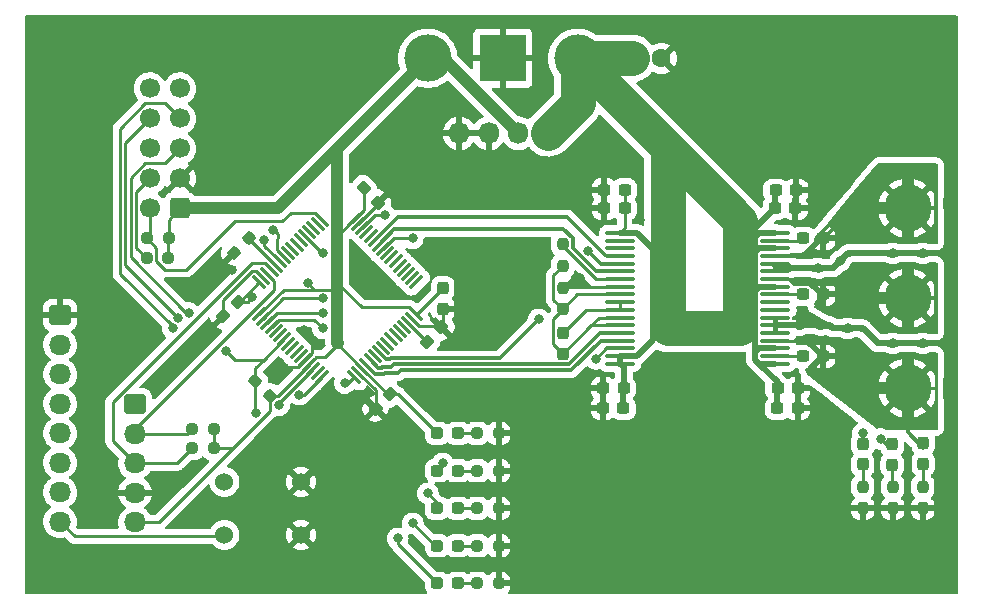
<source format=gbr>
G04 #@! TF.GenerationSoftware,KiCad,Pcbnew,(6.0.7)*
G04 #@! TF.CreationDate,2023-09-02T21:04:06+09:00*
G04 #@! TF.ProjectId,MD_DRV8332,4d445f44-5256-4383-9333-322e6b696361,rev?*
G04 #@! TF.SameCoordinates,Original*
G04 #@! TF.FileFunction,Copper,L1,Top*
G04 #@! TF.FilePolarity,Positive*
%FSLAX46Y46*%
G04 Gerber Fmt 4.6, Leading zero omitted, Abs format (unit mm)*
G04 Created by KiCad (PCBNEW (6.0.7)) date 2023-09-02 21:04:06*
%MOMM*%
%LPD*%
G01*
G04 APERTURE LIST*
G04 Aperture macros list*
%AMRoundRect*
0 Rectangle with rounded corners*
0 $1 Rounding radius*
0 $2 $3 $4 $5 $6 $7 $8 $9 X,Y pos of 4 corners*
0 Add a 4 corners polygon primitive as box body*
4,1,4,$2,$3,$4,$5,$6,$7,$8,$9,$2,$3,0*
0 Add four circle primitives for the rounded corners*
1,1,$1+$1,$2,$3*
1,1,$1+$1,$4,$5*
1,1,$1+$1,$6,$7*
1,1,$1+$1,$8,$9*
0 Add four rect primitives between the rounded corners*
20,1,$1+$1,$2,$3,$4,$5,0*
20,1,$1+$1,$4,$5,$6,$7,0*
20,1,$1+$1,$6,$7,$8,$9,0*
20,1,$1+$1,$8,$9,$2,$3,0*%
G04 Aperture macros list end*
G04 #@! TA.AperFunction,ComponentPad*
%ADD10C,1.524000*%
G04 #@! TD*
G04 #@! TA.AperFunction,SMDPad,CuDef*
%ADD11RoundRect,0.237500X-0.237500X0.300000X-0.237500X-0.300000X0.237500X-0.300000X0.237500X0.300000X0*%
G04 #@! TD*
G04 #@! TA.AperFunction,SMDPad,CuDef*
%ADD12RoundRect,0.237500X-0.237500X0.250000X-0.237500X-0.250000X0.237500X-0.250000X0.237500X0.250000X0*%
G04 #@! TD*
G04 #@! TA.AperFunction,SMDPad,CuDef*
%ADD13RoundRect,0.237500X0.300000X0.237500X-0.300000X0.237500X-0.300000X-0.237500X0.300000X-0.237500X0*%
G04 #@! TD*
G04 #@! TA.AperFunction,SMDPad,CuDef*
%ADD14RoundRect,0.237500X-0.250000X-0.237500X0.250000X-0.237500X0.250000X0.237500X-0.250000X0.237500X0*%
G04 #@! TD*
G04 #@! TA.AperFunction,SMDPad,CuDef*
%ADD15RoundRect,0.237500X0.344715X-0.008839X-0.008839X0.344715X-0.344715X0.008839X0.008839X-0.344715X0*%
G04 #@! TD*
G04 #@! TA.AperFunction,SMDPad,CuDef*
%ADD16RoundRect,0.237500X0.008839X0.344715X-0.344715X-0.008839X-0.008839X-0.344715X0.344715X0.008839X0*%
G04 #@! TD*
G04 #@! TA.AperFunction,SMDPad,CuDef*
%ADD17RoundRect,0.237500X0.237500X-0.287500X0.237500X0.287500X-0.237500X0.287500X-0.237500X-0.287500X0*%
G04 #@! TD*
G04 #@! TA.AperFunction,SMDPad,CuDef*
%ADD18RoundRect,0.237500X0.287500X0.237500X-0.287500X0.237500X-0.287500X-0.237500X0.287500X-0.237500X0*%
G04 #@! TD*
G04 #@! TA.AperFunction,SMDPad,CuDef*
%ADD19RoundRect,0.237500X-0.300000X-0.237500X0.300000X-0.237500X0.300000X0.237500X-0.300000X0.237500X0*%
G04 #@! TD*
G04 #@! TA.AperFunction,SMDPad,CuDef*
%ADD20RoundRect,0.237500X0.044194X0.380070X-0.380070X-0.044194X-0.044194X-0.380070X0.380070X0.044194X0*%
G04 #@! TD*
G04 #@! TA.AperFunction,SMDPad,CuDef*
%ADD21RoundRect,0.237500X-0.380070X0.044194X0.044194X-0.380070X0.380070X-0.044194X-0.044194X0.380070X0*%
G04 #@! TD*
G04 #@! TA.AperFunction,ComponentPad*
%ADD22RoundRect,0.250000X-0.675000X0.600000X-0.675000X-0.600000X0.675000X-0.600000X0.675000X0.600000X0*%
G04 #@! TD*
G04 #@! TA.AperFunction,ComponentPad*
%ADD23O,1.850000X1.700000*%
G04 #@! TD*
G04 #@! TA.AperFunction,ComponentPad*
%ADD24C,4.000000*%
G04 #@! TD*
G04 #@! TA.AperFunction,ComponentPad*
%ADD25RoundRect,0.250000X0.600000X0.675000X-0.600000X0.675000X-0.600000X-0.675000X0.600000X-0.675000X0*%
G04 #@! TD*
G04 #@! TA.AperFunction,ComponentPad*
%ADD26O,1.700000X1.850000*%
G04 #@! TD*
G04 #@! TA.AperFunction,ComponentPad*
%ADD27R,1.600000X1.600000*%
G04 #@! TD*
G04 #@! TA.AperFunction,ComponentPad*
%ADD28C,1.600000*%
G04 #@! TD*
G04 #@! TA.AperFunction,ComponentPad*
%ADD29RoundRect,0.250000X0.600000X0.600000X-0.600000X0.600000X-0.600000X-0.600000X0.600000X-0.600000X0*%
G04 #@! TD*
G04 #@! TA.AperFunction,ComponentPad*
%ADD30C,1.700000*%
G04 #@! TD*
G04 #@! TA.AperFunction,ComponentPad*
%ADD31R,4.000000X4.000000*%
G04 #@! TD*
G04 #@! TA.AperFunction,SMDPad,CuDef*
%ADD32O,2.552000X0.364000*%
G04 #@! TD*
G04 #@! TA.AperFunction,SMDPad,CuDef*
%ADD33RoundRect,0.075000X0.441942X-0.548008X0.548008X-0.441942X-0.441942X0.548008X-0.548008X0.441942X0*%
G04 #@! TD*
G04 #@! TA.AperFunction,SMDPad,CuDef*
%ADD34RoundRect,0.075000X-0.441942X-0.548008X0.548008X0.441942X0.441942X0.548008X-0.548008X-0.441942X0*%
G04 #@! TD*
G04 #@! TA.AperFunction,ViaPad*
%ADD35C,0.800000*%
G04 #@! TD*
G04 #@! TA.AperFunction,Conductor*
%ADD36C,0.250000*%
G04 #@! TD*
G04 #@! TA.AperFunction,Conductor*
%ADD37C,0.500000*%
G04 #@! TD*
G04 #@! TA.AperFunction,Conductor*
%ADD38C,0.300000*%
G04 #@! TD*
G04 #@! TA.AperFunction,Conductor*
%ADD39C,3.000000*%
G04 #@! TD*
G04 #@! TA.AperFunction,Conductor*
%ADD40C,1.000000*%
G04 #@! TD*
G04 APERTURE END LIST*
D10*
X123900000Y-144490000D03*
X117400000Y-144490000D03*
X123900000Y-139990000D03*
X117400000Y-139990000D03*
D11*
X146050000Y-127407500D03*
X146050000Y-129132500D03*
D12*
X146050000Y-123547500D03*
X146050000Y-125372500D03*
X146050000Y-119893826D03*
X146050000Y-121718826D03*
D13*
X149558661Y-115283230D03*
X151283661Y-115283230D03*
D14*
X114670853Y-135517413D03*
X116495853Y-135517413D03*
X114657500Y-137160000D03*
X116482500Y-137160000D03*
D12*
X176530000Y-140415000D03*
X176530000Y-142240000D03*
X173990000Y-140415000D03*
X173990000Y-142240000D03*
X171450000Y-140415000D03*
X171450000Y-142240000D03*
D15*
X121295235Y-132725235D03*
X120004765Y-131434765D03*
D16*
X119485521Y-119323989D03*
X118195051Y-120614459D03*
D14*
X138787500Y-148590000D03*
X140612500Y-148590000D03*
X138787500Y-145415000D03*
X140612500Y-145415000D03*
X138787500Y-142240000D03*
X140612500Y-142240000D03*
X138787500Y-139065000D03*
X140612500Y-139065000D03*
X138787500Y-135890000D03*
X140612500Y-135890000D03*
X110834146Y-121063985D03*
X112659146Y-121063985D03*
X110847500Y-119380000D03*
X112672500Y-119380000D03*
D17*
X176568445Y-138459197D03*
X176568445Y-136709197D03*
X173932331Y-138574534D03*
X173932331Y-136824534D03*
X171450000Y-138520000D03*
X171450000Y-136770000D03*
D18*
X137160000Y-148590000D03*
X135410000Y-148590000D03*
X137160000Y-145415000D03*
X135410000Y-145415000D03*
X137160000Y-142240000D03*
X135410000Y-142240000D03*
X137160000Y-139065000D03*
X135410000Y-139065000D03*
X137160000Y-135890000D03*
X135410000Y-135890000D03*
D19*
X166370000Y-119380000D03*
X168095000Y-119380000D03*
X166370000Y-124128081D03*
X168095000Y-124128081D03*
X168095000Y-129368775D03*
X166370000Y-129368775D03*
D13*
X151189618Y-133763173D03*
X149464618Y-133763173D03*
D19*
X164206019Y-133787309D03*
X165931019Y-133787309D03*
X164076443Y-115319434D03*
X165801443Y-115319434D03*
D13*
X151202500Y-132080000D03*
X149477500Y-132080000D03*
X149571500Y-116840000D03*
X151296500Y-116840000D03*
D19*
X164237500Y-132080000D03*
X165962500Y-132080000D03*
X164015568Y-116840000D03*
X165740568Y-116840000D03*
D20*
X135780968Y-126912325D03*
X134561208Y-128132085D03*
X131423027Y-132577957D03*
X130203267Y-133797717D03*
X118526686Y-124751687D03*
X117306926Y-125971447D03*
D21*
X129199612Y-115138506D03*
X130419372Y-116358266D03*
D11*
X135890000Y-123597500D03*
X135890000Y-125322500D03*
D22*
X109840000Y-133430000D03*
D23*
X109840000Y-135930000D03*
X109840000Y-138430000D03*
X109840000Y-140930000D03*
X109840000Y-143430000D03*
D24*
X175260000Y-132080000D03*
D22*
X103490000Y-125870000D03*
D23*
X103490000Y-128370000D03*
X103490000Y-130870000D03*
X103490000Y-133370000D03*
X103490000Y-135870000D03*
X103490000Y-138370000D03*
X103490000Y-140870000D03*
X103490000Y-143370000D03*
D25*
X144780000Y-110490000D03*
D26*
X142280000Y-110490000D03*
X139780000Y-110490000D03*
X137280000Y-110490000D03*
D24*
X147320000Y-104140000D03*
D27*
X152400000Y-104140000D03*
D28*
X154400000Y-104140000D03*
D29*
X113647500Y-116840000D03*
D30*
X111107500Y-116840000D03*
X113647500Y-114300000D03*
X111107500Y-114300000D03*
X113647500Y-111760000D03*
X111107500Y-111760000D03*
X113647500Y-109220000D03*
X111107500Y-109220000D03*
X113647500Y-106680000D03*
X111107500Y-106680000D03*
D24*
X175260000Y-116840000D03*
X175260000Y-124460000D03*
D31*
X140970000Y-104140000D03*
D24*
X134620000Y-104140000D03*
D32*
X150904000Y-118935000D03*
X150904000Y-119585000D03*
X150904000Y-120235000D03*
X150904000Y-120885000D03*
X150904000Y-121535000D03*
X150904000Y-122185000D03*
X150904000Y-122835000D03*
X150904000Y-123485000D03*
X150904000Y-124135000D03*
X150904000Y-124785000D03*
X150904000Y-125435000D03*
X150904000Y-126085000D03*
X150904000Y-126735000D03*
X150904000Y-127385000D03*
X150904000Y-128035000D03*
X150904000Y-128685000D03*
X150904000Y-129335000D03*
X150904000Y-129985000D03*
X164056000Y-129985000D03*
X164056000Y-129335000D03*
X164056000Y-128685000D03*
X164056000Y-128035000D03*
X164056000Y-127385000D03*
X164056000Y-126735000D03*
X164056000Y-126085000D03*
X164056000Y-125435000D03*
X164056000Y-124785000D03*
X164056000Y-124135000D03*
X164056000Y-123485000D03*
X164056000Y-122835000D03*
X164056000Y-122185000D03*
X164056000Y-121535000D03*
X164056000Y-120885000D03*
X164056000Y-120235000D03*
X164056000Y-119585000D03*
X164056000Y-118935000D03*
D33*
X120335519Y-123098819D03*
X120689072Y-122745266D03*
X121042625Y-122391713D03*
X121396179Y-122038159D03*
X121749732Y-121684606D03*
X122103286Y-121331052D03*
X122456839Y-120977499D03*
X122810392Y-120623946D03*
X123163946Y-120270392D03*
X123517499Y-119916839D03*
X123871052Y-119563286D03*
X124224606Y-119209732D03*
X124578159Y-118856179D03*
X124931713Y-118502625D03*
X125285266Y-118149072D03*
X125638819Y-117795519D03*
D34*
X128361181Y-117795519D03*
X128714734Y-118149072D03*
X129068287Y-118502625D03*
X129421841Y-118856179D03*
X129775394Y-119209732D03*
X130128948Y-119563286D03*
X130482501Y-119916839D03*
X130836054Y-120270392D03*
X131189608Y-120623946D03*
X131543161Y-120977499D03*
X131896714Y-121331052D03*
X132250268Y-121684606D03*
X132603821Y-122038159D03*
X132957375Y-122391713D03*
X133310928Y-122745266D03*
X133664481Y-123098819D03*
D33*
X133664481Y-125821181D03*
X133310928Y-126174734D03*
X132957375Y-126528287D03*
X132603821Y-126881841D03*
X132250268Y-127235394D03*
X131896714Y-127588948D03*
X131543161Y-127942501D03*
X131189608Y-128296054D03*
X130836054Y-128649608D03*
X130482501Y-129003161D03*
X130128948Y-129356714D03*
X129775394Y-129710268D03*
X129421841Y-130063821D03*
X129068287Y-130417375D03*
X128714734Y-130770928D03*
X128361181Y-131124481D03*
D34*
X125638819Y-131124481D03*
X125285266Y-130770928D03*
X124931713Y-130417375D03*
X124578159Y-130063821D03*
X124224606Y-129710268D03*
X123871052Y-129356714D03*
X123517499Y-129003161D03*
X123163946Y-128649608D03*
X122810392Y-128296054D03*
X122456839Y-127942501D03*
X122103286Y-127588948D03*
X121749732Y-127235394D03*
X121396179Y-126881841D03*
X121042625Y-126528287D03*
X120689072Y-126174734D03*
X120335519Y-125821181D03*
D35*
X172631194Y-143423192D03*
X175301398Y-143443891D03*
X177950903Y-139655927D03*
X175301398Y-137441107D03*
X172693292Y-137751596D03*
X172954591Y-136359183D03*
X148065173Y-134707138D03*
X148094224Y-114181812D03*
X176530000Y-128270000D03*
X173990000Y-128270000D03*
X176530000Y-120650000D03*
X173990000Y-120650000D03*
X169545000Y-121285000D03*
X167640000Y-121920000D03*
X165100000Y-121920000D03*
X170180000Y-127000000D03*
X167905000Y-126735000D03*
X166105000Y-126735000D03*
X166282746Y-125550160D03*
X117306926Y-125971447D03*
X114033583Y-129643496D03*
X111218484Y-131630624D03*
X121828003Y-130247483D03*
X124164719Y-127110396D03*
X127000000Y-142240000D03*
X156210000Y-146050000D03*
X154940000Y-138430000D03*
X130680802Y-110428908D03*
X131933286Y-123979755D03*
X128424762Y-120284938D03*
X137273694Y-122458360D03*
X141651587Y-126774155D03*
X133982513Y-120781720D03*
X136404326Y-128388697D03*
X142831445Y-124569684D03*
X144477036Y-119819205D03*
X137894672Y-119757107D03*
X147466749Y-122766815D03*
X146112500Y-123485000D03*
X148645097Y-118135040D03*
X152588305Y-117824551D03*
X152402012Y-112980925D03*
X149203977Y-109751841D03*
X144267204Y-116334205D03*
X133958975Y-111987361D03*
X136970716Y-116365253D03*
X141131267Y-112204703D03*
X136442885Y-106864295D03*
X133927926Y-107236881D03*
X128556469Y-113757147D03*
X123060816Y-109068766D03*
X119117608Y-105436046D03*
X115143351Y-107919957D03*
X127128220Y-109472401D03*
X127780247Y-100996056D03*
X118993412Y-101027105D03*
X108033156Y-100965007D03*
X112317902Y-105063459D03*
X107443227Y-116272107D03*
X107443227Y-109565548D03*
X101078206Y-113415609D03*
X107536374Y-123133910D03*
X105518196Y-130275154D03*
X110237627Y-125835163D03*
X105114561Y-134684095D03*
X100922962Y-141980583D03*
X101171353Y-132262282D03*
X101047157Y-123754888D03*
X105425050Y-140490237D03*
X107877912Y-143533027D03*
X105518196Y-143346734D03*
X107940009Y-138130521D03*
X111324338Y-139527721D03*
X111448533Y-142166876D03*
X115298595Y-138534157D03*
X122719278Y-134870389D03*
X110951751Y-148966582D03*
X118651875Y-138565206D03*
X113466711Y-143564076D03*
X116043768Y-141080165D03*
X116043768Y-145768547D03*
X103624214Y-145302814D03*
X123495501Y-149059729D03*
X130667793Y-144930227D03*
X130916184Y-138658352D03*
X129270593Y-132665918D03*
X125948362Y-132914309D03*
X133555339Y-149090778D03*
X137094912Y-134435704D03*
X137188059Y-131765500D03*
X141814342Y-137447446D03*
X142031685Y-143905614D03*
X135294077Y-143781418D03*
X142155880Y-148904484D03*
X138088476Y-147103649D03*
X133679535Y-145302814D03*
X147806777Y-148904484D03*
X147589435Y-141359605D03*
X163082828Y-142508414D03*
X170068827Y-139341428D03*
X162989682Y-135180877D03*
X152805647Y-134249411D03*
X150259639Y-135211926D03*
X148117266Y-131113474D03*
X152743550Y-131206620D03*
X154140750Y-129623127D03*
X161033602Y-129654176D03*
X167429672Y-132945358D03*
X170099876Y-134963535D03*
X166063521Y-148966582D03*
X178979857Y-135832904D03*
X179070000Y-128270000D03*
X179070000Y-120650000D03*
X173718552Y-112009397D03*
X170085832Y-114462259D03*
X166887797Y-117939734D03*
X165024864Y-113934428D03*
X162540953Y-115952605D03*
X157573132Y-110674295D03*
X165118011Y-106203255D03*
X173935894Y-106389549D03*
X178934764Y-112319886D03*
X169433806Y-101049141D03*
X159591309Y-101142287D03*
X153816217Y-105861718D03*
X153909363Y-102384243D03*
X149127835Y-101670118D03*
X145029382Y-102166900D03*
X144718893Y-106793184D03*
X142731765Y-108625068D03*
X141055125Y-107072624D03*
X143321694Y-101111238D03*
X138757508Y-101204385D03*
X137950237Y-104060882D03*
X134441713Y-101111238D03*
X131678362Y-104837105D03*
X122239501Y-114275965D03*
X115563991Y-114307014D03*
X113049736Y-123098003D03*
X118054801Y-122091727D03*
X178539164Y-148872444D03*
X101270148Y-148770284D03*
X101073836Y-101151961D03*
X178683168Y-101309764D03*
X119766831Y-124349158D03*
X124460000Y-123190000D03*
X125730000Y-127000000D03*
X132080000Y-144780000D03*
X125730000Y-125730000D03*
X133350000Y-143510000D03*
X125730000Y-124460000D03*
X134620000Y-140970000D03*
X135890000Y-138430000D03*
X125730000Y-120650000D03*
X122063861Y-133493861D03*
X121533613Y-118671179D03*
X120787098Y-119514751D03*
X123748742Y-132624944D03*
X113015971Y-126997673D03*
X127588922Y-131632622D03*
X113476909Y-126110801D03*
X117541101Y-128889640D03*
X114384033Y-125691122D03*
X130964591Y-117408816D03*
X120115138Y-134154500D03*
X143995891Y-126249698D03*
X148159345Y-120429914D03*
X133350000Y-119380000D03*
X148840925Y-129588271D03*
X171450000Y-135890000D03*
D36*
X176568445Y-140376555D02*
X176530000Y-140415000D01*
X176568445Y-138459197D02*
X176568445Y-140376555D01*
X173932331Y-140357331D02*
X173990000Y-140415000D01*
X173932331Y-138574534D02*
X173932331Y-140357331D01*
X171450000Y-140415000D02*
X171450000Y-138520000D01*
X173419942Y-136824534D02*
X172954591Y-136359183D01*
X173932331Y-136824534D02*
X173419942Y-136824534D01*
D37*
X176530000Y-128270000D02*
X179070000Y-128270000D01*
X173990000Y-128270000D02*
X176530000Y-128270000D01*
X176530000Y-120650000D02*
X173990000Y-120650000D01*
X173990000Y-120650000D02*
X170180000Y-120650000D01*
X169545000Y-121285000D02*
X168910000Y-121920000D01*
X167640000Y-121920000D02*
X165100000Y-121920000D01*
X165100000Y-121920000D02*
X164282000Y-121920000D01*
X170180000Y-127000000D02*
X171450000Y-127000000D01*
X167905000Y-126735000D02*
X168645000Y-126735000D01*
X166105000Y-126735000D02*
X167905000Y-126735000D01*
D36*
X124819060Y-127764737D02*
X124164719Y-127110396D01*
X124819060Y-129115814D02*
X124819060Y-127764737D01*
X124224606Y-129710268D02*
X124819060Y-129115814D01*
X123630152Y-130304722D02*
X124224606Y-129710268D01*
X121885242Y-130304722D02*
X123630152Y-130304722D01*
X121828003Y-130247483D02*
X121885242Y-130304722D01*
X146831971Y-123033605D02*
X146859570Y-123033605D01*
X147029765Y-123203800D02*
X147466749Y-122766815D01*
X146859570Y-123033605D02*
X147029765Y-123203800D01*
X146937768Y-123295796D02*
X147029765Y-123203800D01*
X146831971Y-123033605D02*
X146923968Y-122941609D01*
X146565181Y-123300396D02*
X146831971Y-123033605D01*
X146569781Y-123295796D02*
X146937768Y-123295796D01*
X146565181Y-123300396D02*
X146569781Y-123295796D01*
X146748564Y-123485000D02*
X146937768Y-123295796D01*
X147466749Y-122766815D02*
X147291955Y-122941609D01*
X147291955Y-122941609D02*
X146923968Y-122941609D01*
X146923968Y-122941609D02*
X147015965Y-122849612D01*
X147015965Y-122849612D02*
X147015965Y-122822013D01*
X146297104Y-123300396D02*
X146565181Y-123300396D01*
X146112500Y-123485000D02*
X146297104Y-123300396D01*
X147042278Y-122555222D02*
X147061963Y-122555222D01*
X146112500Y-123485000D02*
X147042278Y-122555222D01*
X146112500Y-123485000D02*
X146748564Y-123485000D01*
X177643303Y-133970532D02*
X177483057Y-134130778D01*
X177643303Y-132080000D02*
X177643303Y-133970532D01*
X177648651Y-132074652D02*
X177648651Y-130887895D01*
X177643303Y-132080000D02*
X177648651Y-132074652D01*
X177648651Y-130887895D02*
X177607252Y-130846496D01*
X175260000Y-132080000D02*
X177643303Y-132080000D01*
D38*
X177659776Y-125784752D02*
X177386460Y-126058068D01*
X177659776Y-124460000D02*
X177659776Y-125784752D01*
X177662450Y-123270568D02*
X177593453Y-123201571D01*
X177662450Y-124457326D02*
X177662450Y-123270568D01*
X177659776Y-124460000D02*
X177662450Y-124457326D01*
X175260000Y-124460000D02*
X177659776Y-124460000D01*
X177621052Y-116991350D02*
X177621052Y-115501448D01*
X177634851Y-117005149D02*
X177621052Y-116991350D01*
X177469702Y-116840000D02*
X175260000Y-116840000D01*
X177634851Y-117005149D02*
X177469702Y-116840000D01*
X177634851Y-117005149D02*
X177634851Y-118440742D01*
D36*
X124460000Y-123190000D02*
X125005500Y-123735500D01*
X125005500Y-123735500D02*
X126454500Y-123735500D01*
X122421200Y-123735500D02*
X125005500Y-123735500D01*
X119364302Y-124751687D02*
X119766831Y-124349158D01*
X118526686Y-124751687D02*
X119364302Y-124751687D01*
X121990634Y-126287386D02*
X121396179Y-126881841D01*
X125017386Y-126287386D02*
X121990634Y-126287386D01*
X125730000Y-127000000D02*
X125017386Y-126287386D01*
X132080000Y-145260000D02*
X132080000Y-144780000D01*
X135410000Y-148590000D02*
X132080000Y-145260000D01*
X121840912Y-125730000D02*
X121042625Y-126528287D01*
X125730000Y-125730000D02*
X121840912Y-125730000D01*
X135255000Y-145415000D02*
X133350000Y-143510000D01*
X135410000Y-145415000D02*
X135255000Y-145415000D01*
X122403806Y-124460000D02*
X120689072Y-126174734D01*
X125730000Y-124460000D02*
X122403806Y-124460000D01*
X126454500Y-123735500D02*
X126961828Y-123228172D01*
X120335519Y-125821181D02*
X122421200Y-123735500D01*
X135410000Y-141760000D02*
X134620000Y-140970000D01*
X135410000Y-142240000D02*
X135410000Y-141760000D01*
X125730000Y-120650000D02*
X125664874Y-120650000D01*
X125664874Y-120650000D02*
X124224606Y-119209732D01*
X135410000Y-138910000D02*
X135890000Y-138430000D01*
X135410000Y-139065000D02*
X135410000Y-138910000D01*
X132097957Y-132577957D02*
X131423027Y-132577957D01*
X135410000Y-135890000D02*
X132097957Y-132577957D01*
X140612500Y-148590000D02*
X140612500Y-135890000D01*
X137160000Y-148590000D02*
X138787500Y-148590000D01*
X137160000Y-145415000D02*
X138787500Y-145415000D01*
X137160000Y-142240000D02*
X138787500Y-142240000D01*
X137160000Y-139065000D02*
X138787500Y-139065000D01*
X137160000Y-135890000D02*
X138787500Y-135890000D01*
D39*
X147320000Y-104140000D02*
X151900500Y-104140000D01*
D36*
X118134236Y-137160000D02*
X119392118Y-135902118D01*
X116482500Y-137160000D02*
X118134236Y-137160000D01*
X119392118Y-135902118D02*
X121295235Y-133999001D01*
X111864236Y-143430000D02*
X119392118Y-135902118D01*
X116482500Y-135530766D02*
X116495853Y-135517413D01*
X116482500Y-137160000D02*
X116482500Y-135530766D01*
X113387500Y-138430000D02*
X114657500Y-137160000D01*
X109840000Y-138430000D02*
X113387500Y-138430000D01*
X114258266Y-135930000D02*
X109840000Y-135930000D01*
X114670853Y-135517413D02*
X114258266Y-135930000D01*
X122063861Y-133285227D02*
X124931713Y-130417375D01*
X122063861Y-133493861D02*
X122063861Y-133285227D01*
X125638819Y-131124481D02*
X124138356Y-132624944D01*
X121295235Y-133999001D02*
X121295235Y-132725235D01*
X109840000Y-143430000D02*
X111864236Y-143430000D01*
X120004765Y-134044127D02*
X120115138Y-134154500D01*
X120004765Y-131434765D02*
X120004765Y-134044127D01*
X124138356Y-132624944D02*
X123748742Y-132624944D01*
X117285000Y-144605000D02*
X117400000Y-144490000D01*
X104725000Y-144605000D02*
X117285000Y-144605000D01*
X103490000Y-143370000D02*
X104725000Y-144605000D01*
X121862384Y-120383044D02*
X122456839Y-120977499D01*
X121862384Y-119437616D02*
X121862384Y-120383044D01*
X121920000Y-119002368D02*
X121920000Y-119380000D01*
X121588811Y-118671179D02*
X121920000Y-119002368D01*
X121533613Y-118671179D02*
X121588811Y-118671179D01*
X121920000Y-119380000D02*
X121862384Y-119437616D01*
X111646646Y-120179146D02*
X110847500Y-119380000D01*
X111646646Y-121334480D02*
X111646646Y-120179146D01*
X112359696Y-122047530D02*
X111646646Y-121334480D01*
X114172470Y-122047530D02*
X112359696Y-122047530D01*
X122266797Y-117946679D02*
X118273321Y-117946679D01*
X123012412Y-117201064D02*
X122266797Y-117946679D01*
X125044364Y-117201064D02*
X123012412Y-117201064D01*
X125638819Y-117795519D02*
X125044364Y-117201064D01*
X118273321Y-117946679D02*
X114172470Y-122047530D01*
X112377500Y-107950000D02*
X110715799Y-107950000D01*
X113015971Y-126830727D02*
X113015971Y-126997673D01*
X114178288Y-125691122D02*
X114384033Y-125691122D01*
X109482999Y-120995833D02*
X114178288Y-125691122D01*
X109482999Y-114262800D02*
X109482999Y-120995833D01*
X112377500Y-113030000D02*
X110715799Y-113030000D01*
X110715799Y-107950000D02*
X108570977Y-110094822D01*
X109021689Y-111305811D02*
X109021689Y-121655581D01*
X113647500Y-111760000D02*
X112377500Y-113030000D01*
X109021689Y-121655581D02*
X113476909Y-126110801D01*
X111107500Y-109220000D02*
X109021689Y-111305811D01*
X113647500Y-109220000D02*
X112377500Y-107950000D01*
X120787098Y-120014864D02*
X120787098Y-119514751D01*
X110715799Y-113030000D02*
X109482999Y-114262800D01*
X122103286Y-121331052D02*
X120787098Y-120014864D01*
X108570977Y-110094822D02*
X108570977Y-122385733D01*
X108570977Y-122385733D02*
X113015971Y-126830727D01*
D40*
X121920000Y-116840000D02*
X113647500Y-116840000D01*
X126961828Y-111798172D02*
X121920000Y-116840000D01*
D36*
X127853040Y-131632622D02*
X128361181Y-131124481D01*
X127588922Y-131632622D02*
X127853040Y-131632622D01*
X118296131Y-129644670D02*
X120754670Y-129644670D01*
X117541101Y-128889640D02*
X118296131Y-129644670D01*
X120754670Y-129644670D02*
X122456839Y-127942501D01*
X120004765Y-130394575D02*
X120754670Y-129644670D01*
X130162096Y-117408816D02*
X129068287Y-118502625D01*
X130964591Y-117408816D02*
X130162096Y-117408816D01*
X119485521Y-119323989D02*
X119485521Y-119420395D01*
X119485521Y-119420395D02*
X121749732Y-121684606D01*
X127038172Y-123228172D02*
X126961828Y-123228172D01*
X133070026Y-125226726D02*
X129036726Y-125226726D01*
X133664481Y-125821181D02*
X133070026Y-125226726D01*
D40*
X126961828Y-123228172D02*
X126961828Y-125691828D01*
X126961828Y-119341828D02*
X126961828Y-123228172D01*
D36*
X129036726Y-125226726D02*
X127038172Y-123228172D01*
X126961828Y-119194872D02*
X126961828Y-119341828D01*
X128361181Y-117795519D02*
X126961828Y-119194872D01*
D40*
X126961828Y-111798172D02*
X126961828Y-119341828D01*
X126961828Y-125691828D02*
X126961828Y-128231828D01*
D36*
X125879721Y-129469367D02*
X127000000Y-128349088D01*
X125172613Y-129469367D02*
X125879721Y-129469367D01*
X124578159Y-130063821D02*
X125172613Y-129469367D01*
X127000000Y-128349088D02*
X127000000Y-128270000D01*
X129068287Y-130417375D02*
X127000000Y-128349088D01*
D40*
X126961828Y-128231828D02*
X127000000Y-128270000D01*
X134620000Y-104140000D02*
X126961828Y-111798172D01*
D36*
X135890000Y-126803293D02*
X135780968Y-126912325D01*
X135890000Y-125322500D02*
X135890000Y-126803293D01*
X133666319Y-125821181D02*
X135890000Y-123597500D01*
X133664481Y-125821181D02*
X133666319Y-125821181D01*
X130419372Y-116358266D02*
X130419372Y-116444434D01*
X130419372Y-116444434D02*
X128714734Y-118149072D01*
X129199612Y-116957088D02*
X129199612Y-115138506D01*
X128361181Y-117795519D02*
X129199612Y-116957088D01*
X117306926Y-124571776D02*
X117306926Y-125971447D01*
X119727891Y-122150811D02*
X117306926Y-124571776D01*
X120094617Y-122150811D02*
X119727891Y-122150811D01*
X120689072Y-122745266D02*
X120094617Y-122150811D01*
X118682651Y-124751687D02*
X120335519Y-123098819D01*
X118526686Y-124751687D02*
X118682651Y-124751687D01*
X121916745Y-132725235D02*
X124578159Y-130063821D01*
X121295235Y-132725235D02*
X121916745Y-132725235D01*
X120004765Y-131434765D02*
X120004765Y-130394575D01*
X130203267Y-132259461D02*
X128714734Y-130770928D01*
X130203267Y-133797717D02*
X130203267Y-132259461D01*
X131228869Y-132577957D02*
X131423027Y-132577957D01*
X129068287Y-130417375D02*
X131228869Y-132577957D01*
X135637832Y-126769189D02*
X135780968Y-126912325D01*
X133905383Y-126769189D02*
X135637832Y-126769189D01*
X133310928Y-126174734D02*
X133905383Y-126769189D01*
X132957410Y-126528287D02*
X134561208Y-128132085D01*
X132957375Y-126528287D02*
X132957410Y-126528287D01*
X107950000Y-136540000D02*
X109840000Y-138430000D01*
X107950000Y-133231827D02*
X107950000Y-136540000D01*
X119738122Y-121443705D02*
X107950000Y-133231827D01*
X121396179Y-122038159D02*
X120801725Y-121443705D01*
X120801725Y-121443705D02*
X119738122Y-121443705D01*
X121637080Y-122986168D02*
X121042625Y-122391713D01*
X121637080Y-123721093D02*
X121637080Y-122986168D01*
X109840000Y-135518173D02*
X121637080Y-123721093D01*
X109840000Y-135930000D02*
X109840000Y-135518173D01*
X112672500Y-117815000D02*
X113647500Y-116840000D01*
X112672500Y-119380000D02*
X112672500Y-117815000D01*
X112659146Y-119393354D02*
X112672500Y-119380000D01*
X112659146Y-121063985D02*
X112659146Y-119393354D01*
X109932500Y-120162339D02*
X110834146Y-121063985D01*
X109932500Y-115475000D02*
X109932500Y-120162339D01*
X111107500Y-114300000D02*
X109932500Y-115475000D01*
X111107500Y-119120000D02*
X110847500Y-119380000D01*
X111107500Y-116840000D02*
X111107500Y-119120000D01*
D40*
X135930000Y-104140000D02*
X142280000Y-110490000D01*
X134620000Y-104140000D02*
X135930000Y-104140000D01*
D39*
X147320000Y-107950000D02*
X144829500Y-110440500D01*
X147320000Y-104140000D02*
X147320000Y-107950000D01*
X154940000Y-111760000D02*
X161080500Y-117900500D01*
X161080500Y-117900500D02*
X161080500Y-127000000D01*
X158750000Y-115570000D02*
X157480000Y-114300000D01*
X154940000Y-127000000D02*
X161080500Y-127000000D01*
X147320000Y-104140000D02*
X154940000Y-111760000D01*
X154940000Y-111760000D02*
X154940000Y-127000000D01*
X161080500Y-117900500D02*
X158750000Y-115570000D01*
D38*
X130187243Y-130829223D02*
X129421841Y-130063821D01*
X130953830Y-130829223D02*
X130187243Y-130829223D01*
X130973054Y-130810000D02*
X130953830Y-130829223D01*
X132080000Y-130810000D02*
X130973054Y-130810000D01*
X132339152Y-130550848D02*
X132080000Y-130810000D01*
X146775486Y-130550848D02*
X132339152Y-130550848D01*
X149291334Y-128035000D02*
X146775486Y-130550848D01*
X130394848Y-130329722D02*
X129775394Y-129710268D01*
X130746931Y-130329722D02*
X130394848Y-130329722D01*
X131472555Y-130310499D02*
X130766154Y-130310499D01*
X150904000Y-127385000D02*
X149234933Y-127385000D01*
X130766154Y-130310499D02*
X130746931Y-130329722D01*
X150904000Y-128035000D02*
X149291334Y-128035000D01*
X146577871Y-130042062D02*
X131740992Y-130042062D01*
X149234933Y-127385000D02*
X146577871Y-130042062D01*
X131740992Y-130042062D02*
X131472555Y-130310499D01*
X131536652Y-129540000D02*
X131454036Y-129622616D01*
X140705589Y-129540000D02*
X131536652Y-129540000D01*
X131454036Y-129622616D02*
X131101956Y-129622616D01*
X131101956Y-129622616D02*
X130482501Y-129003161D01*
X143995891Y-126249698D02*
X140705589Y-129540000D01*
D36*
X146050000Y-120051569D02*
X148833431Y-122835000D01*
X146050000Y-119893826D02*
X146050000Y-120051569D01*
D38*
X131781986Y-118617354D02*
X130482501Y-119916839D01*
X149264431Y-121535000D02*
X148159345Y-120429914D01*
X146098271Y-118617354D02*
X131781986Y-118617354D01*
X146875000Y-119394083D02*
X146098271Y-118617354D01*
X146875000Y-120205523D02*
X146875000Y-119394083D01*
X148854477Y-122185000D02*
X146875000Y-120205523D01*
X150904000Y-121535000D02*
X149264431Y-121535000D01*
X150904000Y-122185000D02*
X148854477Y-122185000D01*
X146433137Y-117610499D02*
X132081735Y-117610499D01*
X149589638Y-120767000D02*
X146433137Y-117610499D01*
D36*
X148833431Y-122835000D02*
X150904000Y-122835000D01*
D38*
X150904000Y-120885000D02*
X149764792Y-120885000D01*
X149646792Y-120767000D02*
X149589638Y-120767000D01*
X132081735Y-117610499D02*
X130128948Y-119563286D01*
X149764792Y-120885000D02*
X149646792Y-120767000D01*
D36*
X131726446Y-119380000D02*
X130836054Y-120270392D01*
X133350000Y-119380000D02*
X131726446Y-119380000D01*
X148840925Y-129586075D02*
X148840925Y-129588271D01*
X149742000Y-128685000D02*
X148840925Y-129586075D01*
X150904000Y-128685000D02*
X149742000Y-128685000D01*
D37*
X150904000Y-129985000D02*
X150904000Y-129335000D01*
X152316000Y-118935000D02*
X150904000Y-118935000D01*
X153670000Y-127981000D02*
X153670000Y-120289000D01*
X153670000Y-120289000D02*
X152316000Y-118935000D01*
X152316000Y-129335000D02*
X153670000Y-127981000D01*
X150904000Y-129335000D02*
X152316000Y-129335000D01*
X151202500Y-130283500D02*
X150904000Y-129985000D01*
X151202500Y-132080000D02*
X151202500Y-130283500D01*
X151189618Y-132092882D02*
X151202500Y-132080000D01*
X151189618Y-133763173D02*
X151189618Y-132092882D01*
X164237500Y-131578500D02*
X162644000Y-129985000D01*
X164237500Y-132080000D02*
X164237500Y-131578500D01*
X164206019Y-133787309D02*
X164206019Y-132111481D01*
X164206019Y-132111481D02*
X164237500Y-132080000D01*
X164015568Y-115380309D02*
X164076443Y-115319434D01*
X164015568Y-116840000D02*
X164015568Y-115380309D01*
X162330000Y-119249000D02*
X162330000Y-118525568D01*
X162330000Y-118525568D02*
X164015568Y-116840000D01*
X162330000Y-119249000D02*
X162644000Y-118935000D01*
X162330000Y-120549000D02*
X162330000Y-119249000D01*
X162644000Y-118935000D02*
X164056000Y-118935000D01*
X162330000Y-120549000D02*
X162644000Y-120235000D01*
X162330000Y-123799000D02*
X162330000Y-120549000D01*
X162644000Y-120235000D02*
X164056000Y-120235000D01*
X162644000Y-123485000D02*
X164056000Y-123485000D01*
X162330000Y-123799000D02*
X162644000Y-123485000D01*
X162330000Y-128999000D02*
X162330000Y-123799000D01*
X162330000Y-129671000D02*
X162330000Y-128999000D01*
X162330000Y-128999000D02*
X162644000Y-128685000D01*
X162644000Y-128685000D02*
X164056000Y-128685000D01*
X164056000Y-129985000D02*
X162644000Y-129985000D01*
X162644000Y-129985000D02*
X162330000Y-129671000D01*
X168067513Y-129368775D02*
X166954986Y-130481302D01*
X168095000Y-129368775D02*
X168067513Y-129368775D01*
X168095000Y-124363246D02*
X167534250Y-124923996D01*
X168095000Y-124128081D02*
X168095000Y-124363246D01*
X168095000Y-129368775D02*
X166761225Y-128035000D01*
X166761225Y-128035000D02*
X166522225Y-128035000D01*
D36*
X166522225Y-128035000D02*
X167405000Y-128035000D01*
X164056000Y-128035000D02*
X166522225Y-128035000D01*
D37*
X167957938Y-124128081D02*
X167094999Y-123265142D01*
D36*
X165916354Y-123265142D02*
X167094999Y-123265142D01*
X167094999Y-123265142D02*
X168834858Y-123265142D01*
D37*
X168095000Y-124128081D02*
X167957938Y-124128081D01*
D36*
X167965835Y-119380000D02*
X166925127Y-120420708D01*
X168095000Y-119380000D02*
X167965835Y-119380000D01*
X167427276Y-119339296D02*
X167427276Y-119655719D01*
X167427276Y-119655719D02*
X167702995Y-119380000D01*
X166345649Y-120737346D02*
X167427276Y-119655719D01*
X168095000Y-118671572D02*
X167427276Y-119339296D01*
X168095000Y-118671572D02*
X169049092Y-117717480D01*
X168095000Y-119380000D02*
X168095000Y-118671572D01*
X169893850Y-117581150D02*
X169893850Y-117548528D01*
X168095000Y-119380000D02*
X169893850Y-117581150D01*
X167702995Y-119380000D02*
X168095000Y-119380000D01*
X165391714Y-120737346D02*
X166345649Y-120737346D01*
X165244060Y-120885000D02*
X165391714Y-120737346D01*
X164056000Y-120885000D02*
X165244060Y-120885000D01*
X164056000Y-120885000D02*
X165137572Y-120885000D01*
X168834858Y-123265142D02*
X168910000Y-123190000D01*
D37*
X164282000Y-121920000D02*
X164056000Y-121694000D01*
X168910000Y-121920000D02*
X167640000Y-121920000D01*
D36*
X164056000Y-121694000D02*
X164056000Y-122185000D01*
X164056000Y-121535000D02*
X164056000Y-121694000D01*
D37*
X170180000Y-120650000D02*
X169545000Y-121285000D01*
X179070000Y-128270000D02*
X179070000Y-120650000D01*
X171450000Y-127000000D02*
X172720000Y-128270000D01*
X168910000Y-127000000D02*
X170180000Y-127000000D01*
X168645000Y-126735000D02*
X168910000Y-127000000D01*
X164056000Y-126735000D02*
X166105000Y-126735000D01*
X172720000Y-128270000D02*
X173990000Y-128270000D01*
X179070000Y-120650000D02*
X176530000Y-120650000D01*
D36*
X164056000Y-126085000D02*
X164056000Y-127385000D01*
X151296500Y-118542500D02*
X150904000Y-118935000D01*
X151296500Y-116840000D02*
X151296500Y-118542500D01*
X151283661Y-116827161D02*
X151296500Y-116840000D01*
X151283661Y-115283230D02*
X151283661Y-116827161D01*
X148447500Y-126735000D02*
X148386250Y-126796250D01*
X150904000Y-126735000D02*
X148447500Y-126735000D01*
X148386250Y-126796250D02*
X149097500Y-126085000D01*
X146050000Y-129132500D02*
X148386250Y-126796250D01*
X149097500Y-126085000D02*
X150904000Y-126085000D01*
X145250000Y-126172500D02*
X145250000Y-128332500D01*
X145250000Y-128332500D02*
X146050000Y-129132500D01*
X146050000Y-125372500D02*
X145250000Y-126172500D01*
X145250000Y-122518826D02*
X145250000Y-124572500D01*
X146050000Y-121718826D02*
X145250000Y-122518826D01*
X145250000Y-124572500D02*
X146050000Y-125372500D01*
X146050000Y-125372500D02*
X147287500Y-124135000D01*
X147287500Y-124135000D02*
X150904000Y-124135000D01*
X150904000Y-124785000D02*
X150904000Y-125435000D01*
X148022500Y-125435000D02*
X150904000Y-125435000D01*
X146050000Y-127407500D02*
X148022500Y-125435000D01*
X146112500Y-123485000D02*
X150904000Y-123485000D01*
X146050000Y-123547500D02*
X146112500Y-123485000D01*
D40*
X175260000Y-116840000D02*
X175260000Y-119380000D01*
X175260000Y-116840000D02*
X172720000Y-116840000D01*
X175260000Y-116840000D02*
X175260000Y-114300000D01*
X175260000Y-124460000D02*
X175260000Y-127000000D01*
X175260000Y-124460000D02*
X175260000Y-121920000D01*
X175260000Y-124460000D02*
X171450000Y-124460000D01*
X175260000Y-132080000D02*
X175260000Y-129540000D01*
X175260000Y-132080000D02*
X172720000Y-132080000D01*
X175260000Y-132080000D02*
X175260000Y-134620000D01*
D38*
X175260000Y-135790752D02*
X175260000Y-134620000D01*
X176568445Y-137099197D02*
X175260000Y-135790752D01*
X171450000Y-135890000D02*
X171450000Y-137160000D01*
D36*
X167405000Y-128035000D02*
X167640000Y-128270000D01*
X165336500Y-122953500D02*
X165648142Y-123265142D01*
X164056000Y-122835000D02*
X165218000Y-122835000D01*
X165648142Y-123265142D02*
X165916354Y-123265142D01*
X165336500Y-122953500D02*
X165467625Y-123084625D01*
X165218000Y-122835000D02*
X165336500Y-122953500D01*
X165724190Y-123043863D02*
X165425162Y-123043863D01*
X164056000Y-122835000D02*
X165210986Y-122835000D01*
X164056000Y-122835000D02*
X167285000Y-122835000D01*
X167285000Y-122835000D02*
X167640000Y-123190000D01*
X164056000Y-122835000D02*
X165682659Y-122835000D01*
X165764952Y-123084625D02*
X165724190Y-123043863D01*
X165467625Y-123084625D02*
X165764952Y-123084625D01*
X164056000Y-120885000D02*
X167405000Y-120885000D01*
X167405000Y-120885000D02*
X167640000Y-120650000D01*
X164056000Y-129335000D02*
X166301694Y-129335000D01*
X166301694Y-129335000D02*
X166335469Y-129368775D01*
X164062919Y-124128081D02*
X164056000Y-124135000D01*
X166457346Y-124128081D02*
X164062919Y-124128081D01*
X164056000Y-119585000D02*
X166403626Y-119585000D01*
G04 #@! TA.AperFunction,Conductor*
G36*
X177742121Y-113050002D02*
G01*
X177788614Y-113103658D01*
X177800000Y-113156000D01*
X177800000Y-115783708D01*
X177779998Y-115851829D01*
X177726342Y-115898322D01*
X177656068Y-115908426D01*
X177591488Y-115878932D01*
X177559992Y-115837356D01*
X177463811Y-115632959D01*
X177459999Y-115626026D01*
X177295149Y-115366264D01*
X177290505Y-115359871D01*
X177215503Y-115269210D01*
X177202986Y-115260755D01*
X177192248Y-115266962D01*
X175632022Y-116827188D01*
X175624408Y-116841132D01*
X175624539Y-116842965D01*
X175628790Y-116849580D01*
X177191145Y-118411935D01*
X177204407Y-118419177D01*
X177214512Y-118411988D01*
X177290505Y-118320129D01*
X177295149Y-118313736D01*
X177459999Y-118053974D01*
X177463811Y-118047041D01*
X177559992Y-117842644D01*
X177607094Y-117789523D01*
X177675439Y-117770300D01*
X177743327Y-117791079D01*
X177789204Y-117845262D01*
X177800000Y-117896292D01*
X177800000Y-119765500D01*
X177779998Y-119833621D01*
X177726342Y-119880114D01*
X177674000Y-119891500D01*
X177072587Y-119891500D01*
X176998528Y-119867437D01*
X176992098Y-119862765D01*
X176992091Y-119862761D01*
X176986752Y-119858882D01*
X176980724Y-119856198D01*
X176980722Y-119856197D01*
X176818319Y-119783891D01*
X176818318Y-119783891D01*
X176812288Y-119781206D01*
X176718888Y-119761353D01*
X176631944Y-119742872D01*
X176631939Y-119742872D01*
X176625487Y-119741500D01*
X176434513Y-119741500D01*
X176428061Y-119742872D01*
X176428056Y-119742872D01*
X176341112Y-119761353D01*
X176247712Y-119781206D01*
X176241682Y-119783891D01*
X176241681Y-119783891D01*
X176079278Y-119856197D01*
X176079276Y-119856198D01*
X176073248Y-119858882D01*
X176067909Y-119862761D01*
X176067902Y-119862765D01*
X176061472Y-119867437D01*
X175987413Y-119891500D01*
X174532587Y-119891500D01*
X174458528Y-119867437D01*
X174452098Y-119862765D01*
X174452091Y-119862761D01*
X174446752Y-119858882D01*
X174440724Y-119856198D01*
X174440722Y-119856197D01*
X174278319Y-119783891D01*
X174278318Y-119783891D01*
X174272288Y-119781206D01*
X174178888Y-119761353D01*
X174091944Y-119742872D01*
X174091939Y-119742872D01*
X174085487Y-119741500D01*
X173894513Y-119741500D01*
X173888061Y-119742872D01*
X173888056Y-119742872D01*
X173801112Y-119761353D01*
X173707712Y-119781206D01*
X173701682Y-119783891D01*
X173701681Y-119783891D01*
X173539278Y-119856197D01*
X173539276Y-119856198D01*
X173533248Y-119858882D01*
X173527909Y-119862761D01*
X173527902Y-119862765D01*
X173521472Y-119867437D01*
X173447413Y-119891500D01*
X170247070Y-119891500D01*
X170228120Y-119890067D01*
X170213885Y-119887901D01*
X170213881Y-119887901D01*
X170206651Y-119886801D01*
X170199359Y-119887394D01*
X170199356Y-119887394D01*
X170153982Y-119891085D01*
X170143767Y-119891500D01*
X170135707Y-119891500D01*
X170132073Y-119891924D01*
X170132067Y-119891924D01*
X170119042Y-119893443D01*
X170107480Y-119894791D01*
X170103132Y-119895221D01*
X170081059Y-119897016D01*
X170037662Y-119900546D01*
X170037659Y-119900547D01*
X170030364Y-119901140D01*
X170023400Y-119903396D01*
X170017461Y-119904583D01*
X170011590Y-119905970D01*
X170004319Y-119906818D01*
X169997443Y-119909314D01*
X169997434Y-119909316D01*
X169935702Y-119931725D01*
X169931598Y-119933135D01*
X169862101Y-119955648D01*
X169855846Y-119959444D01*
X169850387Y-119961943D01*
X169844939Y-119964671D01*
X169838063Y-119967167D01*
X169777010Y-120007195D01*
X169773337Y-120009513D01*
X169710893Y-120047405D01*
X169702517Y-120054802D01*
X169702493Y-120054775D01*
X169699499Y-120057430D01*
X169696268Y-120060132D01*
X169690148Y-120064144D01*
X169685116Y-120069456D01*
X169636872Y-120120383D01*
X169634494Y-120122825D01*
X169388669Y-120368650D01*
X169325772Y-120402801D01*
X169269176Y-120414831D01*
X169269167Y-120414834D01*
X169262712Y-120416206D01*
X169256682Y-120418891D01*
X169256681Y-120418891D01*
X169094278Y-120491197D01*
X169094276Y-120491198D01*
X169088248Y-120493882D01*
X168933747Y-120606134D01*
X168929326Y-120611044D01*
X168929325Y-120611045D01*
X168846529Y-120703000D01*
X168805960Y-120748056D01*
X168710473Y-120913444D01*
X168708431Y-120919729D01*
X168658163Y-121074436D01*
X168618089Y-121133042D01*
X168552693Y-121160679D01*
X168538330Y-121161500D01*
X168182587Y-121161500D01*
X168108528Y-121137437D01*
X168102098Y-121132765D01*
X168102091Y-121132761D01*
X168096752Y-121128882D01*
X168090724Y-121126198D01*
X168090722Y-121126197D01*
X167928319Y-121053891D01*
X167928318Y-121053891D01*
X167922288Y-121051206D01*
X167828888Y-121031353D01*
X167741944Y-121012872D01*
X167741939Y-121012872D01*
X167735487Y-121011500D01*
X167544513Y-121011500D01*
X167538061Y-121012872D01*
X167538056Y-121012872D01*
X167451112Y-121031353D01*
X167357712Y-121051206D01*
X167351682Y-121053891D01*
X167351681Y-121053891D01*
X167189278Y-121126197D01*
X167189276Y-121126198D01*
X167183248Y-121128882D01*
X167177909Y-121132761D01*
X167177902Y-121132765D01*
X167171472Y-121137437D01*
X167097413Y-121161500D01*
X165935500Y-121161500D01*
X165867379Y-121141498D01*
X165820886Y-121087842D01*
X165819220Y-121080853D01*
X165812432Y-121071155D01*
X165802292Y-121067000D01*
X165731893Y-121067000D01*
X165737581Y-120703000D01*
X165797832Y-120703000D01*
X165813071Y-120698525D01*
X165817437Y-120693487D01*
X165877163Y-120655104D01*
X165912661Y-120650000D01*
X166370000Y-120650000D01*
X166570969Y-120408837D01*
X166629945Y-120369310D01*
X166667765Y-120363500D01*
X166719572Y-120363500D01*
X166722818Y-120363163D01*
X166722822Y-120363163D01*
X166816735Y-120353419D01*
X166816739Y-120353418D01*
X166823593Y-120352707D01*
X166830129Y-120350526D01*
X166830131Y-120350526D01*
X166981659Y-120299972D01*
X166988607Y-120297654D01*
X167136531Y-120206116D01*
X167143774Y-120198861D01*
X167145538Y-120197895D01*
X167147441Y-120196387D01*
X167147699Y-120196713D01*
X167206054Y-120164781D01*
X167276875Y-120169782D01*
X167321970Y-120198708D01*
X167324631Y-120201364D01*
X167336040Y-120210375D01*
X167471563Y-120293912D01*
X167484741Y-120300056D01*
X167636266Y-120350315D01*
X167649632Y-120353181D01*
X167742270Y-120362672D01*
X167748685Y-120363000D01*
X167822885Y-120363000D01*
X167838124Y-120358525D01*
X167839329Y-120357135D01*
X167841000Y-120349452D01*
X167841000Y-120344885D01*
X168349000Y-120344885D01*
X168353475Y-120360124D01*
X168354865Y-120361329D01*
X168362548Y-120363000D01*
X168441266Y-120363000D01*
X168447782Y-120362663D01*
X168541632Y-120352925D01*
X168555028Y-120350032D01*
X168706453Y-120299512D01*
X168719615Y-120293347D01*
X168854992Y-120209574D01*
X168866390Y-120200540D01*
X168978863Y-120087871D01*
X168987875Y-120076460D01*
X169071412Y-119940937D01*
X169077556Y-119927759D01*
X169127815Y-119776234D01*
X169130681Y-119762868D01*
X169140172Y-119670230D01*
X169140500Y-119663815D01*
X169140500Y-119652115D01*
X169136025Y-119636876D01*
X169134635Y-119635671D01*
X169126952Y-119634000D01*
X168367115Y-119634000D01*
X168351876Y-119638475D01*
X168350671Y-119639865D01*
X168349000Y-119647548D01*
X168349000Y-120344885D01*
X167841000Y-120344885D01*
X167841000Y-119252000D01*
X167861002Y-119183879D01*
X167914658Y-119137386D01*
X167967000Y-119126000D01*
X169122385Y-119126000D01*
X169137624Y-119121525D01*
X169138829Y-119120135D01*
X169140500Y-119112452D01*
X169140500Y-119096234D01*
X169140163Y-119089718D01*
X169130425Y-118995868D01*
X169127532Y-118982472D01*
X169077012Y-118831047D01*
X169070847Y-118817885D01*
X169051108Y-118785987D01*
X173678721Y-118785987D01*
X173687548Y-118797605D01*
X173910281Y-118959430D01*
X173916961Y-118963670D01*
X174186572Y-119111890D01*
X174193707Y-119115247D01*
X174479770Y-119228508D01*
X174487296Y-119230953D01*
X174785279Y-119307462D01*
X174793050Y-119308945D01*
X175098278Y-119347503D01*
X175106169Y-119348000D01*
X175413831Y-119348000D01*
X175421722Y-119347503D01*
X175726950Y-119308945D01*
X175734721Y-119307462D01*
X176032704Y-119230953D01*
X176040230Y-119228508D01*
X176326293Y-119115247D01*
X176333428Y-119111890D01*
X176603039Y-118963670D01*
X176609719Y-118959430D01*
X176832823Y-118797336D01*
X176841246Y-118786413D01*
X176834342Y-118773552D01*
X175272812Y-117212022D01*
X175258868Y-117204408D01*
X175257035Y-117204539D01*
X175250420Y-117208790D01*
X173685334Y-118773876D01*
X173678721Y-118785987D01*
X169051108Y-118785987D01*
X168987074Y-118682508D01*
X168978040Y-118671110D01*
X168865371Y-118558637D01*
X168853960Y-118549625D01*
X168718437Y-118466088D01*
X168705259Y-118459944D01*
X168553734Y-118409685D01*
X168540367Y-118406819D01*
X168498516Y-118402531D01*
X168432789Y-118375689D01*
X168392007Y-118317574D01*
X168389119Y-118246636D01*
X168414563Y-118196524D01*
X168539133Y-118047041D01*
X169541702Y-116843958D01*
X172747290Y-116843958D01*
X172766607Y-117150994D01*
X172767600Y-117158855D01*
X172825246Y-117461046D01*
X172827217Y-117468723D01*
X172922284Y-117761309D01*
X172925199Y-117768672D01*
X173056189Y-118047041D01*
X173060001Y-118053974D01*
X173224851Y-118313736D01*
X173229495Y-118320129D01*
X173304497Y-118410790D01*
X173317014Y-118419245D01*
X173327752Y-118413038D01*
X174887978Y-116852812D01*
X174895592Y-116838868D01*
X174895461Y-116837035D01*
X174891210Y-116830420D01*
X173328855Y-115268065D01*
X173315593Y-115260823D01*
X173305488Y-115268012D01*
X173229495Y-115359871D01*
X173224851Y-115366264D01*
X173060001Y-115626026D01*
X173056189Y-115632959D01*
X172925199Y-115911328D01*
X172922284Y-115918691D01*
X172827217Y-116211277D01*
X172825246Y-116218954D01*
X172767600Y-116521145D01*
X172766607Y-116529006D01*
X172747290Y-116836042D01*
X172747290Y-116843958D01*
X169541702Y-116843958D01*
X171167011Y-114893587D01*
X173678754Y-114893587D01*
X173685658Y-114906448D01*
X175247188Y-116467978D01*
X175261132Y-116475592D01*
X175262965Y-116475461D01*
X175269580Y-116471210D01*
X176834666Y-114906124D01*
X176841279Y-114894013D01*
X176832452Y-114882395D01*
X176609719Y-114720570D01*
X176603039Y-114716330D01*
X176333428Y-114568110D01*
X176326293Y-114564753D01*
X176040230Y-114451492D01*
X176032704Y-114449047D01*
X175734721Y-114372538D01*
X175726950Y-114371055D01*
X175421722Y-114332497D01*
X175413831Y-114332000D01*
X175106169Y-114332000D01*
X175098278Y-114332497D01*
X174793050Y-114371055D01*
X174785279Y-114372538D01*
X174487296Y-114449047D01*
X174479770Y-114451492D01*
X174193707Y-114564753D01*
X174186572Y-114568110D01*
X173916961Y-114716330D01*
X173910281Y-114720570D01*
X173687177Y-114882664D01*
X173678754Y-114893587D01*
X171167011Y-114893587D01*
X172682219Y-113075337D01*
X172741195Y-113035810D01*
X172779015Y-113030000D01*
X177674000Y-113030000D01*
X177742121Y-113050002D01*
G37*
G04 #@! TD.AperFunction*
G04 #@! TA.AperFunction,Conductor*
G36*
X167436472Y-127517563D02*
G01*
X167442902Y-127522235D01*
X167442909Y-127522239D01*
X167448248Y-127526118D01*
X167454276Y-127528802D01*
X167454278Y-127528803D01*
X167616679Y-127601108D01*
X167622712Y-127603794D01*
X167716112Y-127623647D01*
X167803056Y-127642128D01*
X167803061Y-127642128D01*
X167809513Y-127643500D01*
X168000487Y-127643500D01*
X168006939Y-127642128D01*
X168006944Y-127642128D01*
X168093888Y-127623647D01*
X168187288Y-127603794D01*
X168193315Y-127601111D01*
X168193323Y-127601108D01*
X168286172Y-127559769D01*
X168356539Y-127550335D01*
X168415596Y-127576060D01*
X168427254Y-127585283D01*
X168430658Y-127588074D01*
X168449162Y-127603794D01*
X168486285Y-127635333D01*
X168492802Y-127638661D01*
X168497850Y-127642027D01*
X168502972Y-127645190D01*
X168508716Y-127649735D01*
X168574895Y-127680664D01*
X168578779Y-127682563D01*
X168643808Y-127715769D01*
X168650923Y-127717510D01*
X168656578Y-127719613D01*
X168662317Y-127721522D01*
X168668950Y-127724622D01*
X168740435Y-127739491D01*
X168744701Y-127740457D01*
X168815610Y-127757808D01*
X168821212Y-127758156D01*
X168821215Y-127758156D01*
X168826764Y-127758500D01*
X168826762Y-127758535D01*
X168830734Y-127758775D01*
X168834955Y-127759152D01*
X168842115Y-127760641D01*
X168919542Y-127758546D01*
X168922950Y-127758500D01*
X169637413Y-127758500D01*
X169711472Y-127782563D01*
X169717902Y-127787235D01*
X169717909Y-127787239D01*
X169723248Y-127791118D01*
X169729276Y-127793802D01*
X169729278Y-127793803D01*
X169891681Y-127866109D01*
X169897712Y-127868794D01*
X169991112Y-127888647D01*
X170078056Y-127907128D01*
X170078061Y-127907128D01*
X170084513Y-127908500D01*
X170275487Y-127908500D01*
X170281939Y-127907128D01*
X170281944Y-127907128D01*
X170368888Y-127888647D01*
X170462288Y-127868794D01*
X170468319Y-127866109D01*
X170630722Y-127793803D01*
X170630724Y-127793802D01*
X170636752Y-127791118D01*
X170642091Y-127787239D01*
X170642098Y-127787235D01*
X170648528Y-127782563D01*
X170722587Y-127758500D01*
X171083629Y-127758500D01*
X171151750Y-127778502D01*
X171172724Y-127795405D01*
X172136230Y-128758911D01*
X172148616Y-128773323D01*
X172157149Y-128784918D01*
X172157154Y-128784923D01*
X172161492Y-128790818D01*
X172167070Y-128795557D01*
X172167073Y-128795560D01*
X172201768Y-128825035D01*
X172209284Y-128831965D01*
X172214979Y-128837660D01*
X172217861Y-128839940D01*
X172237251Y-128855281D01*
X172240655Y-128858072D01*
X172290703Y-128900591D01*
X172296285Y-128905333D01*
X172302801Y-128908661D01*
X172307850Y-128912028D01*
X172312979Y-128915195D01*
X172318716Y-128919734D01*
X172384875Y-128950655D01*
X172388769Y-128952558D01*
X172453808Y-128985769D01*
X172460916Y-128987508D01*
X172466559Y-128989607D01*
X172472322Y-128991524D01*
X172478950Y-128994622D01*
X172486112Y-128996112D01*
X172486113Y-128996112D01*
X172550412Y-129009486D01*
X172554696Y-129010456D01*
X172625610Y-129027808D01*
X172631212Y-129028156D01*
X172631215Y-129028156D01*
X172636764Y-129028500D01*
X172636762Y-129028536D01*
X172640755Y-129028775D01*
X172644947Y-129029149D01*
X172652115Y-129030640D01*
X172729520Y-129028546D01*
X172732928Y-129028500D01*
X173447413Y-129028500D01*
X173521472Y-129052563D01*
X173527902Y-129057235D01*
X173527909Y-129057239D01*
X173533248Y-129061118D01*
X173539276Y-129063802D01*
X173539278Y-129063803D01*
X173650011Y-129113104D01*
X173707712Y-129138794D01*
X173781603Y-129154500D01*
X173888056Y-129177128D01*
X173888061Y-129177128D01*
X173894513Y-129178500D01*
X174085487Y-129178500D01*
X174091939Y-129177128D01*
X174091944Y-129177128D01*
X174198397Y-129154500D01*
X174272288Y-129138794D01*
X174329989Y-129113104D01*
X174440722Y-129063803D01*
X174440724Y-129063802D01*
X174446752Y-129061118D01*
X174452091Y-129057239D01*
X174452098Y-129057235D01*
X174458528Y-129052563D01*
X174532587Y-129028500D01*
X175987413Y-129028500D01*
X176061472Y-129052563D01*
X176067902Y-129057235D01*
X176067909Y-129057239D01*
X176073248Y-129061118D01*
X176079276Y-129063802D01*
X176079278Y-129063803D01*
X176190011Y-129113104D01*
X176247712Y-129138794D01*
X176321603Y-129154500D01*
X176428056Y-129177128D01*
X176428061Y-129177128D01*
X176434513Y-129178500D01*
X176625487Y-129178500D01*
X176631939Y-129177128D01*
X176631944Y-129177128D01*
X176738397Y-129154500D01*
X176812288Y-129138794D01*
X176869989Y-129113104D01*
X176980722Y-129063803D01*
X176980724Y-129063802D01*
X176986752Y-129061118D01*
X176992091Y-129057239D01*
X176992098Y-129057235D01*
X176998528Y-129052563D01*
X177072587Y-129028500D01*
X177674000Y-129028500D01*
X177742121Y-129048502D01*
X177788614Y-129102158D01*
X177800000Y-129154500D01*
X177800000Y-131023708D01*
X177779998Y-131091829D01*
X177726342Y-131138322D01*
X177656068Y-131148426D01*
X177591488Y-131118932D01*
X177559992Y-131077356D01*
X177463811Y-130872959D01*
X177459999Y-130866026D01*
X177295149Y-130606264D01*
X177290505Y-130599871D01*
X177215503Y-130509210D01*
X177202986Y-130500755D01*
X177192248Y-130506962D01*
X175632022Y-132067188D01*
X175624408Y-132081132D01*
X175624539Y-132082965D01*
X175628790Y-132089580D01*
X177191145Y-133651935D01*
X177204407Y-133659177D01*
X177214512Y-133651988D01*
X177290505Y-133560129D01*
X177295149Y-133553736D01*
X177459999Y-133293974D01*
X177463811Y-133287041D01*
X177559992Y-133082644D01*
X177607094Y-133029523D01*
X177675439Y-133010300D01*
X177743327Y-133031079D01*
X177789204Y-133085262D01*
X177800000Y-133136292D01*
X177800000Y-135460837D01*
X177779998Y-135528958D01*
X177726342Y-135575451D01*
X177674000Y-135586837D01*
X173476239Y-135586837D01*
X173414360Y-135570257D01*
X173411343Y-135568065D01*
X173236879Y-135490389D01*
X173143479Y-135470536D01*
X173056535Y-135452055D01*
X173056530Y-135452055D01*
X173050078Y-135450683D01*
X172859104Y-135450683D01*
X172852652Y-135452055D01*
X172852647Y-135452055D01*
X172672303Y-135490389D01*
X172671838Y-135488204D01*
X172611211Y-135489948D01*
X172566099Y-135467724D01*
X171124377Y-134351890D01*
X170703291Y-134025987D01*
X173678721Y-134025987D01*
X173687548Y-134037605D01*
X173910281Y-134199430D01*
X173916961Y-134203670D01*
X174186572Y-134351890D01*
X174193707Y-134355247D01*
X174479770Y-134468508D01*
X174487296Y-134470953D01*
X174785279Y-134547462D01*
X174793050Y-134548945D01*
X175098278Y-134587503D01*
X175106169Y-134588000D01*
X175413831Y-134588000D01*
X175421722Y-134587503D01*
X175726950Y-134548945D01*
X175734721Y-134547462D01*
X176032704Y-134470953D01*
X176040230Y-134468508D01*
X176326293Y-134355247D01*
X176333428Y-134351890D01*
X176603039Y-134203670D01*
X176609719Y-134199430D01*
X176832823Y-134037336D01*
X176841246Y-134026413D01*
X176834342Y-134013552D01*
X175272812Y-132452022D01*
X175258868Y-132444408D01*
X175257035Y-132444539D01*
X175250420Y-132448790D01*
X173685334Y-134013876D01*
X173678721Y-134025987D01*
X170703291Y-134025987D01*
X168194076Y-132083958D01*
X172747290Y-132083958D01*
X172766607Y-132390994D01*
X172767600Y-132398855D01*
X172825246Y-132701046D01*
X172827217Y-132708723D01*
X172922284Y-133001309D01*
X172925199Y-133008672D01*
X173056189Y-133287041D01*
X173060001Y-133293974D01*
X173224851Y-133553736D01*
X173229495Y-133560129D01*
X173304497Y-133650790D01*
X173317014Y-133659245D01*
X173327752Y-133653038D01*
X174887978Y-132092812D01*
X174895592Y-132078868D01*
X174895461Y-132077035D01*
X174891210Y-132070420D01*
X173328855Y-130508065D01*
X173315593Y-130500823D01*
X173305488Y-130508012D01*
X173229495Y-130599871D01*
X173224851Y-130606264D01*
X173060001Y-130866026D01*
X173056189Y-130872959D01*
X172925199Y-131151328D01*
X172922284Y-131158691D01*
X172827217Y-131451277D01*
X172825246Y-131458954D01*
X172767600Y-131761145D01*
X172766607Y-131769006D01*
X172747290Y-132076042D01*
X172747290Y-132083958D01*
X168194076Y-132083958D01*
X166866657Y-131056590D01*
X166834709Y-131020035D01*
X166557851Y-130541358D01*
X166541060Y-130472377D01*
X166564229Y-130405267D01*
X166620002Y-130361337D01*
X166666922Y-130352275D01*
X166719572Y-130352275D01*
X166722818Y-130351938D01*
X166722822Y-130351938D01*
X166816735Y-130342194D01*
X166816739Y-130342193D01*
X166823593Y-130341482D01*
X166830129Y-130339301D01*
X166830131Y-130339301D01*
X166981659Y-130288747D01*
X166988607Y-130286429D01*
X167136531Y-130194891D01*
X167143774Y-130187636D01*
X167145538Y-130186670D01*
X167147441Y-130185162D01*
X167147699Y-130185488D01*
X167206054Y-130153556D01*
X167276875Y-130158557D01*
X167321970Y-130187483D01*
X167324631Y-130190139D01*
X167336040Y-130199150D01*
X167471563Y-130282687D01*
X167484741Y-130288831D01*
X167636266Y-130339090D01*
X167649632Y-130341956D01*
X167742270Y-130351447D01*
X167748685Y-130351775D01*
X167822885Y-130351775D01*
X167838124Y-130347300D01*
X167839329Y-130345910D01*
X167841000Y-130338227D01*
X167841000Y-130333660D01*
X168349000Y-130333660D01*
X168353475Y-130348899D01*
X168354865Y-130350104D01*
X168362548Y-130351775D01*
X168441266Y-130351775D01*
X168447782Y-130351438D01*
X168541632Y-130341700D01*
X168555028Y-130338807D01*
X168706453Y-130288287D01*
X168719615Y-130282122D01*
X168854992Y-130198349D01*
X168866390Y-130189315D01*
X168922021Y-130133587D01*
X173678754Y-130133587D01*
X173685658Y-130146448D01*
X175247188Y-131707978D01*
X175261132Y-131715592D01*
X175262965Y-131715461D01*
X175269580Y-131711210D01*
X176834666Y-130146124D01*
X176841279Y-130134013D01*
X176832452Y-130122395D01*
X176609719Y-129960570D01*
X176603039Y-129956330D01*
X176333428Y-129808110D01*
X176326293Y-129804753D01*
X176040230Y-129691492D01*
X176032704Y-129689047D01*
X175734721Y-129612538D01*
X175726950Y-129611055D01*
X175421722Y-129572497D01*
X175413831Y-129572000D01*
X175106169Y-129572000D01*
X175098278Y-129572497D01*
X174793050Y-129611055D01*
X174785279Y-129612538D01*
X174487296Y-129689047D01*
X174479770Y-129691492D01*
X174193707Y-129804753D01*
X174186572Y-129808110D01*
X173916961Y-129956330D01*
X173910281Y-129960570D01*
X173687177Y-130122664D01*
X173678754Y-130133587D01*
X168922021Y-130133587D01*
X168978863Y-130076646D01*
X168987875Y-130065235D01*
X169071412Y-129929712D01*
X169077556Y-129916534D01*
X169127815Y-129765009D01*
X169130681Y-129751643D01*
X169140172Y-129659005D01*
X169140500Y-129652590D01*
X169140500Y-129640890D01*
X169136025Y-129625651D01*
X169134635Y-129624446D01*
X169126952Y-129622775D01*
X168367115Y-129622775D01*
X168351876Y-129627250D01*
X168350671Y-129628640D01*
X168349000Y-129636323D01*
X168349000Y-130333660D01*
X167841000Y-130333660D01*
X167841000Y-129096660D01*
X168349000Y-129096660D01*
X168353475Y-129111899D01*
X168354865Y-129113104D01*
X168362548Y-129114775D01*
X169122385Y-129114775D01*
X169137624Y-129110300D01*
X169138829Y-129108910D01*
X169140500Y-129101227D01*
X169140500Y-129085009D01*
X169140163Y-129078493D01*
X169130425Y-128984643D01*
X169127532Y-128971247D01*
X169077012Y-128819822D01*
X169070847Y-128806660D01*
X168987074Y-128671283D01*
X168978040Y-128659885D01*
X168865371Y-128547412D01*
X168853960Y-128538400D01*
X168718437Y-128454863D01*
X168705259Y-128448719D01*
X168553734Y-128398460D01*
X168540368Y-128395594D01*
X168447730Y-128386103D01*
X168441315Y-128385775D01*
X168367115Y-128385775D01*
X168351876Y-128390250D01*
X168350671Y-128391640D01*
X168349000Y-128399323D01*
X168349000Y-129096660D01*
X167841000Y-129096660D01*
X167841000Y-128403890D01*
X167836525Y-128388651D01*
X167835135Y-128387446D01*
X167827452Y-128385775D01*
X167748734Y-128385775D01*
X167742218Y-128386112D01*
X167648368Y-128395850D01*
X167634972Y-128398743D01*
X167483547Y-128449263D01*
X167470385Y-128455428D01*
X167335008Y-128539201D01*
X167323606Y-128548239D01*
X167321933Y-128549914D01*
X167320507Y-128550694D01*
X167317873Y-128552782D01*
X167317516Y-128552331D01*
X167259651Y-128583994D01*
X167188831Y-128578991D01*
X167143746Y-128550074D01*
X167140685Y-128547019D01*
X167135503Y-128541846D01*
X166987420Y-128450566D01*
X166822309Y-128395801D01*
X166815473Y-128395101D01*
X166815470Y-128395100D01*
X166763974Y-128389824D01*
X166719572Y-128385275D01*
X166020428Y-128385275D01*
X166017184Y-128385612D01*
X166017176Y-128385612D01*
X165945942Y-128393003D01*
X165876121Y-128380138D01*
X165824339Y-128331567D01*
X165807037Y-128262711D01*
X165810736Y-128236978D01*
X165811341Y-128234571D01*
X165810784Y-128220480D01*
X165802292Y-128217000D01*
X165715383Y-128217000D01*
X165647262Y-128196998D01*
X165626169Y-128178781D01*
X165626065Y-128178896D01*
X165620510Y-128173894D01*
X165620434Y-128173828D01*
X165615428Y-128168090D01*
X165593349Y-128152573D01*
X165595058Y-127917018D01*
X165609989Y-127906756D01*
X165620302Y-127895181D01*
X165680552Y-127857625D01*
X165714378Y-127853000D01*
X165797832Y-127853000D01*
X165811363Y-127849027D01*
X165812723Y-127839569D01*
X165803248Y-127800105D01*
X165802195Y-127797273D01*
X165802040Y-127795071D01*
X165801475Y-127792719D01*
X165801867Y-127792625D01*
X165797197Y-127726452D01*
X165831280Y-127664172D01*
X165893624Y-127630205D01*
X165946489Y-127630104D01*
X166003056Y-127642128D01*
X166003061Y-127642128D01*
X166009513Y-127643500D01*
X166200487Y-127643500D01*
X166206939Y-127642128D01*
X166206944Y-127642128D01*
X166293888Y-127623647D01*
X166387288Y-127603794D01*
X166393321Y-127601108D01*
X166555722Y-127528803D01*
X166555724Y-127528802D01*
X166561752Y-127526118D01*
X166567091Y-127522239D01*
X166567098Y-127522235D01*
X166573528Y-127517563D01*
X166647587Y-127493500D01*
X167362413Y-127493500D01*
X167436472Y-127517563D01*
G37*
G04 #@! TD.AperFunction*
G04 #@! TA.AperFunction,Conductor*
G36*
X173521472Y-121432563D02*
G01*
X173527902Y-121437235D01*
X173527909Y-121437239D01*
X173533248Y-121441118D01*
X173539276Y-121443802D01*
X173539278Y-121443803D01*
X173655536Y-121495564D01*
X173707712Y-121518794D01*
X173781603Y-121534500D01*
X173888056Y-121557128D01*
X173888061Y-121557128D01*
X173894513Y-121558500D01*
X174085487Y-121558500D01*
X174091939Y-121557128D01*
X174091944Y-121557128D01*
X174198397Y-121534500D01*
X174272288Y-121518794D01*
X174324464Y-121495564D01*
X174440722Y-121443803D01*
X174440724Y-121443802D01*
X174446752Y-121441118D01*
X174452091Y-121437239D01*
X174452098Y-121437235D01*
X174458528Y-121432563D01*
X174532587Y-121408500D01*
X175987413Y-121408500D01*
X176061472Y-121432563D01*
X176067902Y-121437235D01*
X176067909Y-121437239D01*
X176073248Y-121441118D01*
X176079276Y-121443802D01*
X176079278Y-121443803D01*
X176195536Y-121495564D01*
X176247712Y-121518794D01*
X176321603Y-121534500D01*
X176428056Y-121557128D01*
X176428061Y-121557128D01*
X176434513Y-121558500D01*
X176625487Y-121558500D01*
X176631939Y-121557128D01*
X176631944Y-121557128D01*
X176738397Y-121534500D01*
X176812288Y-121518794D01*
X176864464Y-121495564D01*
X176980722Y-121443803D01*
X176980724Y-121443802D01*
X176986752Y-121441118D01*
X176992091Y-121437239D01*
X176992098Y-121437235D01*
X176998528Y-121432563D01*
X177072587Y-121408500D01*
X177674000Y-121408500D01*
X177742121Y-121428502D01*
X177788614Y-121482158D01*
X177800000Y-121534500D01*
X177800000Y-123403708D01*
X177779998Y-123471829D01*
X177726342Y-123518322D01*
X177656068Y-123528426D01*
X177591488Y-123498932D01*
X177559992Y-123457356D01*
X177463811Y-123252959D01*
X177459999Y-123246026D01*
X177295149Y-122986264D01*
X177290505Y-122979871D01*
X177215503Y-122889210D01*
X177202986Y-122880755D01*
X177192248Y-122886962D01*
X175632022Y-124447188D01*
X175624408Y-124461132D01*
X175624539Y-124462965D01*
X175628790Y-124469580D01*
X177191145Y-126031935D01*
X177204407Y-126039177D01*
X177214512Y-126031988D01*
X177290505Y-125940129D01*
X177295149Y-125933736D01*
X177459999Y-125673974D01*
X177463811Y-125667041D01*
X177559992Y-125462644D01*
X177607094Y-125409523D01*
X177675439Y-125390300D01*
X177743327Y-125411079D01*
X177789204Y-125465262D01*
X177800000Y-125516292D01*
X177800000Y-127385500D01*
X177779998Y-127453621D01*
X177726342Y-127500114D01*
X177674000Y-127511500D01*
X177072587Y-127511500D01*
X176998528Y-127487437D01*
X176992098Y-127482765D01*
X176992091Y-127482761D01*
X176986752Y-127478882D01*
X176980724Y-127476198D01*
X176980722Y-127476197D01*
X176818319Y-127403891D01*
X176818318Y-127403891D01*
X176812288Y-127401206D01*
X176718887Y-127381353D01*
X176631944Y-127362872D01*
X176631939Y-127362872D01*
X176625487Y-127361500D01*
X176434513Y-127361500D01*
X176428061Y-127362872D01*
X176428056Y-127362872D01*
X176341113Y-127381353D01*
X176247712Y-127401206D01*
X176241682Y-127403891D01*
X176241681Y-127403891D01*
X176079278Y-127476197D01*
X176079276Y-127476198D01*
X176073248Y-127478882D01*
X176067909Y-127482761D01*
X176067902Y-127482765D01*
X176061472Y-127487437D01*
X175987413Y-127511500D01*
X174532587Y-127511500D01*
X174458528Y-127487437D01*
X174452098Y-127482765D01*
X174452091Y-127482761D01*
X174446752Y-127478882D01*
X174440724Y-127476198D01*
X174440722Y-127476197D01*
X174278319Y-127403891D01*
X174278318Y-127403891D01*
X174272288Y-127401206D01*
X174178887Y-127381353D01*
X174091944Y-127362872D01*
X174091939Y-127362872D01*
X174085487Y-127361500D01*
X173894513Y-127361500D01*
X173888061Y-127362872D01*
X173888056Y-127362872D01*
X173801113Y-127381353D01*
X173707712Y-127401206D01*
X173701682Y-127403891D01*
X173701681Y-127403891D01*
X173539278Y-127476197D01*
X173539276Y-127476198D01*
X173533248Y-127478882D01*
X173527909Y-127482761D01*
X173527902Y-127482765D01*
X173521472Y-127487437D01*
X173447413Y-127511500D01*
X173086371Y-127511500D01*
X173018250Y-127491498D01*
X172997276Y-127474595D01*
X172033770Y-126511089D01*
X172021384Y-126496677D01*
X172012851Y-126485082D01*
X172012846Y-126485077D01*
X172008508Y-126479182D01*
X172002930Y-126474443D01*
X172002927Y-126474440D01*
X171968232Y-126444965D01*
X171960716Y-126438035D01*
X171955021Y-126432340D01*
X171948880Y-126427482D01*
X171932749Y-126414719D01*
X171929345Y-126411928D01*
X171922352Y-126405987D01*
X173678721Y-126405987D01*
X173687548Y-126417605D01*
X173910281Y-126579430D01*
X173916961Y-126583670D01*
X174186572Y-126731890D01*
X174193707Y-126735247D01*
X174479770Y-126848508D01*
X174487296Y-126850953D01*
X174785279Y-126927462D01*
X174793050Y-126928945D01*
X175098278Y-126967503D01*
X175106169Y-126968000D01*
X175413831Y-126968000D01*
X175421722Y-126967503D01*
X175726950Y-126928945D01*
X175734721Y-126927462D01*
X176032704Y-126850953D01*
X176040230Y-126848508D01*
X176326293Y-126735247D01*
X176333428Y-126731890D01*
X176603039Y-126583670D01*
X176609719Y-126579430D01*
X176832823Y-126417336D01*
X176841246Y-126406413D01*
X176834342Y-126393552D01*
X175272812Y-124832022D01*
X175258868Y-124824408D01*
X175257035Y-124824539D01*
X175250420Y-124828790D01*
X173685334Y-126393876D01*
X173678721Y-126405987D01*
X171922352Y-126405987D01*
X171879297Y-126369409D01*
X171879295Y-126369408D01*
X171873715Y-126364667D01*
X171867199Y-126361339D01*
X171862150Y-126357972D01*
X171857021Y-126354805D01*
X171851284Y-126350266D01*
X171785125Y-126319345D01*
X171781225Y-126317439D01*
X171716192Y-126284231D01*
X171709084Y-126282492D01*
X171703441Y-126280393D01*
X171697678Y-126278476D01*
X171691050Y-126275378D01*
X171619583Y-126260513D01*
X171615299Y-126259543D01*
X171544390Y-126242192D01*
X171538788Y-126241844D01*
X171538785Y-126241844D01*
X171533236Y-126241500D01*
X171533238Y-126241464D01*
X171529245Y-126241225D01*
X171525053Y-126240851D01*
X171517885Y-126239360D01*
X171451675Y-126241151D01*
X171440479Y-126241454D01*
X171437072Y-126241500D01*
X170722587Y-126241500D01*
X170648528Y-126217437D01*
X170642098Y-126212765D01*
X170642091Y-126212761D01*
X170636752Y-126208882D01*
X170630724Y-126206198D01*
X170630722Y-126206197D01*
X170468319Y-126133891D01*
X170468318Y-126133891D01*
X170462288Y-126131206D01*
X170368887Y-126111353D01*
X170281944Y-126092872D01*
X170281939Y-126092872D01*
X170275487Y-126091500D01*
X170084513Y-126091500D01*
X170078061Y-126092872D01*
X170078056Y-126092872D01*
X169991113Y-126111353D01*
X169897712Y-126131206D01*
X169891682Y-126133891D01*
X169891681Y-126133891D01*
X169729278Y-126206197D01*
X169729276Y-126206198D01*
X169723248Y-126208882D01*
X169717909Y-126212761D01*
X169717902Y-126212765D01*
X169711472Y-126217437D01*
X169637413Y-126241500D01*
X169281960Y-126241500D01*
X169213839Y-126221498D01*
X169200386Y-126211530D01*
X169163219Y-126179954D01*
X169155716Y-126173035D01*
X169150021Y-126167340D01*
X169143880Y-126162482D01*
X169127749Y-126149719D01*
X169124345Y-126146928D01*
X169074297Y-126104409D01*
X169074295Y-126104408D01*
X169068715Y-126099667D01*
X169062199Y-126096339D01*
X169057150Y-126092972D01*
X169052021Y-126089805D01*
X169046284Y-126085266D01*
X168980125Y-126054345D01*
X168976225Y-126052439D01*
X168911192Y-126019231D01*
X168904084Y-126017492D01*
X168898441Y-126015393D01*
X168892678Y-126013476D01*
X168886050Y-126010378D01*
X168814583Y-125995513D01*
X168810299Y-125994543D01*
X168739390Y-125977192D01*
X168733788Y-125976844D01*
X168733785Y-125976844D01*
X168728236Y-125976500D01*
X168728238Y-125976464D01*
X168724245Y-125976225D01*
X168720053Y-125975851D01*
X168712885Y-125974360D01*
X168692678Y-125974907D01*
X168667820Y-125975579D01*
X168602751Y-125959506D01*
X168081585Y-125667041D01*
X167393727Y-125281033D01*
X167344109Y-125230252D01*
X167329823Y-125160708D01*
X167355402Y-125094480D01*
X167412727Y-125052594D01*
X167483596Y-125048350D01*
X167495056Y-125051559D01*
X167636265Y-125098396D01*
X167649632Y-125101262D01*
X167742270Y-125110753D01*
X167748685Y-125111081D01*
X167822885Y-125111081D01*
X167838124Y-125106606D01*
X167839329Y-125105216D01*
X167841000Y-125097533D01*
X167841000Y-125092966D01*
X168349000Y-125092966D01*
X168353475Y-125108205D01*
X168354865Y-125109410D01*
X168362548Y-125111081D01*
X168441266Y-125111081D01*
X168447782Y-125110744D01*
X168541632Y-125101006D01*
X168555028Y-125098113D01*
X168706453Y-125047593D01*
X168719615Y-125041428D01*
X168854992Y-124957655D01*
X168866390Y-124948621D01*
X168978863Y-124835952D01*
X168987875Y-124824541D01*
X169071412Y-124689018D01*
X169077556Y-124675840D01*
X169127815Y-124524315D01*
X169130681Y-124510949D01*
X169135495Y-124463958D01*
X172747290Y-124463958D01*
X172766607Y-124770994D01*
X172767600Y-124778855D01*
X172825246Y-125081046D01*
X172827217Y-125088723D01*
X172922284Y-125381309D01*
X172925199Y-125388672D01*
X173056189Y-125667041D01*
X173060001Y-125673974D01*
X173224851Y-125933736D01*
X173229495Y-125940129D01*
X173304497Y-126030790D01*
X173317014Y-126039245D01*
X173327752Y-126033038D01*
X174887978Y-124472812D01*
X174895592Y-124458868D01*
X174895461Y-124457035D01*
X174891210Y-124450420D01*
X173328855Y-122888065D01*
X173315593Y-122880823D01*
X173305488Y-122888012D01*
X173229495Y-122979871D01*
X173224851Y-122986264D01*
X173060001Y-123246026D01*
X173056189Y-123252959D01*
X172925199Y-123531328D01*
X172922284Y-123538691D01*
X172827217Y-123831277D01*
X172825246Y-123838954D01*
X172767600Y-124141145D01*
X172766607Y-124149006D01*
X172747290Y-124456042D01*
X172747290Y-124463958D01*
X169135495Y-124463958D01*
X169140172Y-124418311D01*
X169140500Y-124411896D01*
X169140500Y-124400196D01*
X169136025Y-124384957D01*
X169134635Y-124383752D01*
X169126952Y-124382081D01*
X168367115Y-124382081D01*
X168351876Y-124386556D01*
X168350671Y-124387946D01*
X168349000Y-124395629D01*
X168349000Y-125092966D01*
X167841000Y-125092966D01*
X167841000Y-123855966D01*
X168349000Y-123855966D01*
X168353475Y-123871205D01*
X168354865Y-123872410D01*
X168362548Y-123874081D01*
X169122385Y-123874081D01*
X169137624Y-123869606D01*
X169138829Y-123868216D01*
X169140500Y-123860533D01*
X169140500Y-123844315D01*
X169140163Y-123837799D01*
X169130425Y-123743949D01*
X169127532Y-123730553D01*
X169077012Y-123579128D01*
X169070847Y-123565966D01*
X168987074Y-123430589D01*
X168978040Y-123419191D01*
X168865371Y-123306718D01*
X168853960Y-123297706D01*
X168718437Y-123214169D01*
X168705259Y-123208025D01*
X168553734Y-123157766D01*
X168540368Y-123154900D01*
X168447730Y-123145409D01*
X168441315Y-123145081D01*
X168367115Y-123145081D01*
X168351876Y-123149556D01*
X168350671Y-123150946D01*
X168349000Y-123158629D01*
X168349000Y-123855966D01*
X167841000Y-123855966D01*
X167841000Y-123163196D01*
X167836525Y-123147957D01*
X167835135Y-123146752D01*
X167827452Y-123145081D01*
X167748734Y-123145081D01*
X167742218Y-123145418D01*
X167648368Y-123155156D01*
X167634972Y-123158049D01*
X167483547Y-123208569D01*
X167470385Y-123214734D01*
X167335008Y-123298507D01*
X167323606Y-123307545D01*
X167321933Y-123309220D01*
X167320507Y-123310000D01*
X167317873Y-123312088D01*
X167317516Y-123311637D01*
X167259651Y-123343300D01*
X167188831Y-123338297D01*
X167143746Y-123309380D01*
X167140685Y-123306325D01*
X167135503Y-123301152D01*
X167057320Y-123252959D01*
X166993650Y-123213712D01*
X166993648Y-123213711D01*
X166987420Y-123209872D01*
X166822309Y-123155107D01*
X166815473Y-123154407D01*
X166815470Y-123154406D01*
X166763974Y-123149130D01*
X166719572Y-123144581D01*
X166020428Y-123144581D01*
X166017184Y-123144918D01*
X166017176Y-123144918D01*
X165950125Y-123151875D01*
X165880304Y-123139010D01*
X165828522Y-123090439D01*
X165811220Y-123031524D01*
X165810783Y-123020479D01*
X165802292Y-123017000D01*
X165744757Y-123017000D01*
X165576101Y-122730046D01*
X165609988Y-122706756D01*
X165610443Y-122707417D01*
X165669275Y-122679940D01*
X165688271Y-122678500D01*
X167097413Y-122678500D01*
X167171472Y-122702563D01*
X167177902Y-122707235D01*
X167177909Y-122707239D01*
X167183248Y-122711118D01*
X167189276Y-122713802D01*
X167189278Y-122713803D01*
X167225761Y-122730046D01*
X167357712Y-122788794D01*
X167451113Y-122808647D01*
X167538056Y-122827128D01*
X167538061Y-122827128D01*
X167544513Y-122828500D01*
X167735487Y-122828500D01*
X167741939Y-122827128D01*
X167741944Y-122827128D01*
X167828887Y-122808647D01*
X167922288Y-122788794D01*
X168054239Y-122730046D01*
X168090722Y-122713803D01*
X168090724Y-122713802D01*
X168096752Y-122711118D01*
X168102091Y-122707239D01*
X168102098Y-122707235D01*
X168108528Y-122702563D01*
X168182587Y-122678500D01*
X168842930Y-122678500D01*
X168861880Y-122679933D01*
X168876115Y-122682099D01*
X168876119Y-122682099D01*
X168883349Y-122683199D01*
X168890641Y-122682606D01*
X168890644Y-122682606D01*
X168936018Y-122678915D01*
X168946233Y-122678500D01*
X168954293Y-122678500D01*
X168967583Y-122676951D01*
X168982507Y-122675211D01*
X168986882Y-122674778D01*
X169052339Y-122669454D01*
X169052342Y-122669453D01*
X169059637Y-122668860D01*
X169066601Y-122666604D01*
X169072560Y-122665413D01*
X169078415Y-122664029D01*
X169085681Y-122663182D01*
X169154327Y-122638265D01*
X169158455Y-122636848D01*
X169220936Y-122616607D01*
X169220938Y-122616606D01*
X169227899Y-122614351D01*
X169234154Y-122610555D01*
X169239628Y-122608049D01*
X169245058Y-122605330D01*
X169251937Y-122602833D01*
X169312976Y-122562814D01*
X169316680Y-122560477D01*
X169379107Y-122522595D01*
X169387484Y-122515197D01*
X169387508Y-122515224D01*
X169389354Y-122513587D01*
X173678754Y-122513587D01*
X173685658Y-122526448D01*
X175247188Y-124087978D01*
X175261132Y-124095592D01*
X175262965Y-124095461D01*
X175269580Y-124091210D01*
X176834666Y-122526124D01*
X176841279Y-122514013D01*
X176832452Y-122502395D01*
X176609719Y-122340570D01*
X176603039Y-122336330D01*
X176333428Y-122188110D01*
X176326293Y-122184753D01*
X176040230Y-122071492D01*
X176032704Y-122069047D01*
X175734721Y-121992538D01*
X175726950Y-121991055D01*
X175421722Y-121952497D01*
X175413831Y-121952000D01*
X175106169Y-121952000D01*
X175098278Y-121952497D01*
X174793050Y-121991055D01*
X174785279Y-121992538D01*
X174487296Y-122069047D01*
X174479770Y-122071492D01*
X174193707Y-122184753D01*
X174186572Y-122188110D01*
X173916961Y-122336330D01*
X173910281Y-122340570D01*
X173687177Y-122502664D01*
X173678754Y-122513587D01*
X169389354Y-122513587D01*
X169390500Y-122512571D01*
X169393733Y-122509868D01*
X169399852Y-122505856D01*
X169453128Y-122449617D01*
X169455506Y-122447175D01*
X169701331Y-122201350D01*
X169764228Y-122167199D01*
X169820824Y-122155169D01*
X169820833Y-122155166D01*
X169827288Y-122153794D01*
X169953004Y-122097822D01*
X169995722Y-122078803D01*
X169995724Y-122078802D01*
X170001752Y-122076118D01*
X170011485Y-122069047D01*
X170057157Y-122035864D01*
X170156253Y-121963866D01*
X170284040Y-121821944D01*
X170379527Y-121656556D01*
X170431837Y-121495564D01*
X170471911Y-121436958D01*
X170537307Y-121409321D01*
X170551670Y-121408500D01*
X173447413Y-121408500D01*
X173521472Y-121432563D01*
G37*
G04 #@! TD.AperFunction*
G04 #@! TA.AperFunction,Conductor*
G36*
X179433621Y-100528502D02*
G01*
X179480114Y-100582158D01*
X179491500Y-100634500D01*
X179491500Y-149365500D01*
X179471498Y-149433621D01*
X179417842Y-149480114D01*
X179365500Y-149491500D01*
X141553508Y-149491500D01*
X141485387Y-149471498D01*
X141438894Y-149417842D01*
X141428790Y-149347568D01*
X141452186Y-149293093D01*
X141451534Y-149292691D01*
X141454252Y-149288282D01*
X141454628Y-149287406D01*
X141455374Y-149286462D01*
X141538912Y-149150937D01*
X141545056Y-149137759D01*
X141595315Y-148986234D01*
X141598181Y-148972868D01*
X141607672Y-148880230D01*
X141608000Y-148873815D01*
X141608000Y-148862115D01*
X141603525Y-148846876D01*
X141602135Y-148845671D01*
X141594452Y-148844000D01*
X140484500Y-148844000D01*
X140416379Y-148823998D01*
X140369886Y-148770342D01*
X140358500Y-148718000D01*
X140358500Y-148317885D01*
X140866500Y-148317885D01*
X140870975Y-148333124D01*
X140872365Y-148334329D01*
X140880048Y-148336000D01*
X141589885Y-148336000D01*
X141605124Y-148331525D01*
X141606329Y-148330135D01*
X141608000Y-148322452D01*
X141608000Y-148306234D01*
X141607663Y-148299718D01*
X141597925Y-148205868D01*
X141595032Y-148192472D01*
X141544512Y-148041047D01*
X141538347Y-148027885D01*
X141454574Y-147892508D01*
X141445540Y-147881110D01*
X141332871Y-147768637D01*
X141321460Y-147759625D01*
X141185937Y-147676088D01*
X141172759Y-147669944D01*
X141021234Y-147619685D01*
X141007868Y-147616819D01*
X140915230Y-147607328D01*
X140908815Y-147607000D01*
X140884615Y-147607000D01*
X140869376Y-147611475D01*
X140868171Y-147612865D01*
X140866500Y-147620548D01*
X140866500Y-148317885D01*
X140358500Y-148317885D01*
X140358500Y-147625115D01*
X140354025Y-147609876D01*
X140352635Y-147608671D01*
X140344952Y-147607000D01*
X140316234Y-147607000D01*
X140309718Y-147607337D01*
X140215868Y-147617075D01*
X140202472Y-147619968D01*
X140051047Y-147670488D01*
X140037885Y-147676653D01*
X139902508Y-147760426D01*
X139891110Y-147769460D01*
X139789607Y-147871140D01*
X139727324Y-147905219D01*
X139656504Y-147900216D01*
X139611416Y-147871295D01*
X139535933Y-147795943D01*
X139503003Y-147763071D01*
X139354920Y-147671791D01*
X139189809Y-147617026D01*
X139182973Y-147616326D01*
X139182970Y-147616325D01*
X139131474Y-147611049D01*
X139087072Y-147606500D01*
X138487928Y-147606500D01*
X138484682Y-147606837D01*
X138484678Y-147606837D01*
X138390765Y-147616581D01*
X138390761Y-147616582D01*
X138383907Y-147617293D01*
X138377371Y-147619474D01*
X138377369Y-147619474D01*
X138244605Y-147663768D01*
X138218893Y-147672346D01*
X138212661Y-147676202D01*
X138212662Y-147676202D01*
X138077196Y-147760030D01*
X138077195Y-147760031D01*
X138070969Y-147763884D01*
X138069025Y-147765832D01*
X138004956Y-147791764D01*
X137935192Y-147778593D01*
X137916616Y-147766677D01*
X137913003Y-147763071D01*
X137764920Y-147671791D01*
X137599809Y-147617026D01*
X137592973Y-147616326D01*
X137592970Y-147616325D01*
X137541474Y-147611049D01*
X137497072Y-147606500D01*
X136822928Y-147606500D01*
X136819682Y-147606837D01*
X136819678Y-147606837D01*
X136725765Y-147616581D01*
X136725761Y-147616582D01*
X136718907Y-147617293D01*
X136712371Y-147619474D01*
X136712369Y-147619474D01*
X136579605Y-147663768D01*
X136553893Y-147672346D01*
X136547661Y-147676202D01*
X136547662Y-147676202D01*
X136413490Y-147759230D01*
X136405969Y-147763884D01*
X136374121Y-147795787D01*
X136311841Y-147829866D01*
X136241021Y-147824863D01*
X136195933Y-147795943D01*
X136168184Y-147768243D01*
X136168183Y-147768242D01*
X136163003Y-147763071D01*
X136014920Y-147671791D01*
X135849809Y-147617026D01*
X135842973Y-147616326D01*
X135842970Y-147616325D01*
X135791474Y-147611049D01*
X135747072Y-147606500D01*
X135374595Y-147606500D01*
X135306474Y-147586498D01*
X135285500Y-147569595D01*
X132957583Y-145241678D01*
X132923557Y-145179366D01*
X132926845Y-145113647D01*
X132971502Y-144976206D01*
X132973542Y-144969928D01*
X132978139Y-144926196D01*
X132992814Y-144786565D01*
X132993504Y-144780000D01*
X132987992Y-144727556D01*
X132974232Y-144596635D01*
X132974232Y-144596633D01*
X132973542Y-144590072D01*
X132960254Y-144549176D01*
X132958226Y-144478209D01*
X132994889Y-144417411D01*
X133058601Y-144386085D01*
X133106284Y-144386993D01*
X133248056Y-144417128D01*
X133248061Y-144417128D01*
X133254513Y-144418500D01*
X133310406Y-144418500D01*
X133378527Y-144438502D01*
X133399497Y-144455401D01*
X134339597Y-145395502D01*
X134373621Y-145457812D01*
X134376500Y-145484595D01*
X134376500Y-145702072D01*
X134376837Y-145705318D01*
X134376837Y-145705322D01*
X134386440Y-145797868D01*
X134387293Y-145806093D01*
X134442346Y-145971107D01*
X134533884Y-146119031D01*
X134539066Y-146124204D01*
X134651816Y-146236758D01*
X134651821Y-146236762D01*
X134656997Y-146241929D01*
X134805080Y-146333209D01*
X134970191Y-146387974D01*
X134977027Y-146388674D01*
X134977030Y-146388675D01*
X135024370Y-146393525D01*
X135072928Y-146398500D01*
X135747072Y-146398500D01*
X135750318Y-146398163D01*
X135750322Y-146398163D01*
X135844235Y-146388419D01*
X135844239Y-146388418D01*
X135851093Y-146387707D01*
X135857629Y-146385526D01*
X135857631Y-146385526D01*
X135990395Y-146341232D01*
X136016107Y-146332654D01*
X136156507Y-146245772D01*
X136157805Y-146244969D01*
X136157806Y-146244968D01*
X136164031Y-146241116D01*
X136195879Y-146209213D01*
X136258159Y-146175134D01*
X136328979Y-146180137D01*
X136374067Y-146209057D01*
X136391448Y-146226407D01*
X136406997Y-146241929D01*
X136555080Y-146333209D01*
X136720191Y-146387974D01*
X136727027Y-146388674D01*
X136727030Y-146388675D01*
X136774370Y-146393525D01*
X136822928Y-146398500D01*
X137497072Y-146398500D01*
X137500318Y-146398163D01*
X137500322Y-146398163D01*
X137594235Y-146388419D01*
X137594239Y-146388418D01*
X137601093Y-146387707D01*
X137607629Y-146385526D01*
X137607631Y-146385526D01*
X137740395Y-146341232D01*
X137766107Y-146332654D01*
X137798166Y-146312815D01*
X137907804Y-146244970D01*
X137907808Y-146244967D01*
X137914031Y-146241116D01*
X137915975Y-146239168D01*
X137980044Y-146213236D01*
X138049808Y-146226407D01*
X138068384Y-146238323D01*
X138071997Y-146241929D01*
X138220080Y-146333209D01*
X138385191Y-146387974D01*
X138392027Y-146388674D01*
X138392030Y-146388675D01*
X138439370Y-146393525D01*
X138487928Y-146398500D01*
X139087072Y-146398500D01*
X139090318Y-146398163D01*
X139090322Y-146398163D01*
X139184235Y-146388419D01*
X139184239Y-146388418D01*
X139191093Y-146387707D01*
X139197629Y-146385526D01*
X139197631Y-146385526D01*
X139330395Y-146341232D01*
X139356107Y-146332654D01*
X139504031Y-146241116D01*
X139611101Y-146133859D01*
X139673382Y-146099780D01*
X139744202Y-146104783D01*
X139789291Y-146133704D01*
X139892129Y-146236363D01*
X139903540Y-146245375D01*
X140039063Y-146328912D01*
X140052241Y-146335056D01*
X140203766Y-146385315D01*
X140217132Y-146388181D01*
X140309770Y-146397672D01*
X140316185Y-146398000D01*
X140340385Y-146398000D01*
X140355624Y-146393525D01*
X140356829Y-146392135D01*
X140358500Y-146384452D01*
X140358500Y-146379885D01*
X140866500Y-146379885D01*
X140870975Y-146395124D01*
X140872365Y-146396329D01*
X140880048Y-146398000D01*
X140908766Y-146398000D01*
X140915282Y-146397663D01*
X141009132Y-146387925D01*
X141022528Y-146385032D01*
X141173953Y-146334512D01*
X141187115Y-146328347D01*
X141322492Y-146244574D01*
X141333890Y-146235540D01*
X141446363Y-146122871D01*
X141455375Y-146111460D01*
X141538912Y-145975937D01*
X141545056Y-145962759D01*
X141595315Y-145811234D01*
X141598181Y-145797868D01*
X141607672Y-145705230D01*
X141608000Y-145698815D01*
X141608000Y-145687115D01*
X141603525Y-145671876D01*
X141602135Y-145670671D01*
X141594452Y-145669000D01*
X140884615Y-145669000D01*
X140869376Y-145673475D01*
X140868171Y-145674865D01*
X140866500Y-145682548D01*
X140866500Y-146379885D01*
X140358500Y-146379885D01*
X140358500Y-145142885D01*
X140866500Y-145142885D01*
X140870975Y-145158124D01*
X140872365Y-145159329D01*
X140880048Y-145161000D01*
X141589885Y-145161000D01*
X141605124Y-145156525D01*
X141606329Y-145155135D01*
X141608000Y-145147452D01*
X141608000Y-145131234D01*
X141607663Y-145124718D01*
X141597925Y-145030868D01*
X141595032Y-145017472D01*
X141544512Y-144866047D01*
X141538347Y-144852885D01*
X141454574Y-144717508D01*
X141445540Y-144706110D01*
X141332871Y-144593637D01*
X141321460Y-144584625D01*
X141185937Y-144501088D01*
X141172759Y-144494944D01*
X141021234Y-144444685D01*
X141007868Y-144441819D01*
X140915230Y-144432328D01*
X140908815Y-144432000D01*
X140884615Y-144432000D01*
X140869376Y-144436475D01*
X140868171Y-144437865D01*
X140866500Y-144445548D01*
X140866500Y-145142885D01*
X140358500Y-145142885D01*
X140358500Y-144450115D01*
X140354025Y-144434876D01*
X140352635Y-144433671D01*
X140344952Y-144432000D01*
X140316234Y-144432000D01*
X140309718Y-144432337D01*
X140215868Y-144442075D01*
X140202472Y-144444968D01*
X140051047Y-144495488D01*
X140037885Y-144501653D01*
X139902508Y-144585426D01*
X139891110Y-144594460D01*
X139789607Y-144696140D01*
X139727324Y-144730219D01*
X139656504Y-144725216D01*
X139611416Y-144696295D01*
X139602393Y-144687287D01*
X139503003Y-144588071D01*
X139496769Y-144584228D01*
X139361150Y-144500631D01*
X139361148Y-144500630D01*
X139354920Y-144496791D01*
X139189809Y-144442026D01*
X139182973Y-144441326D01*
X139182970Y-144441325D01*
X139131474Y-144436049D01*
X139087072Y-144431500D01*
X138487928Y-144431500D01*
X138484682Y-144431837D01*
X138484678Y-144431837D01*
X138390765Y-144441581D01*
X138390761Y-144441582D01*
X138383907Y-144442293D01*
X138377371Y-144444474D01*
X138377369Y-144444474D01*
X138269626Y-144480420D01*
X138218893Y-144497346D01*
X138212661Y-144501202D01*
X138212662Y-144501202D01*
X138077196Y-144585030D01*
X138077195Y-144585031D01*
X138070969Y-144588884D01*
X138069025Y-144590832D01*
X138004956Y-144616764D01*
X137935192Y-144603593D01*
X137916616Y-144591677D01*
X137913003Y-144588071D01*
X137906065Y-144583794D01*
X137771150Y-144500631D01*
X137771148Y-144500630D01*
X137764920Y-144496791D01*
X137599809Y-144442026D01*
X137592973Y-144441326D01*
X137592970Y-144441325D01*
X137541474Y-144436049D01*
X137497072Y-144431500D01*
X136822928Y-144431500D01*
X136819682Y-144431837D01*
X136819678Y-144431837D01*
X136725765Y-144441581D01*
X136725761Y-144441582D01*
X136718907Y-144442293D01*
X136712371Y-144444474D01*
X136712369Y-144444474D01*
X136604626Y-144480420D01*
X136553893Y-144497346D01*
X136547661Y-144501202D01*
X136547662Y-144501202D01*
X136413490Y-144584230D01*
X136405969Y-144588884D01*
X136374121Y-144620787D01*
X136311841Y-144654866D01*
X136241021Y-144649863D01*
X136195933Y-144620943D01*
X136168184Y-144593243D01*
X136168183Y-144593242D01*
X136163003Y-144588071D01*
X136156769Y-144584228D01*
X136021150Y-144500631D01*
X136021148Y-144500630D01*
X136014920Y-144496791D01*
X135849809Y-144442026D01*
X135842973Y-144441326D01*
X135842970Y-144441325D01*
X135791474Y-144436049D01*
X135747072Y-144431500D01*
X135219595Y-144431500D01*
X135151474Y-144411498D01*
X135130499Y-144394595D01*
X134297121Y-143561216D01*
X134263096Y-143498904D01*
X134260907Y-143485291D01*
X134244232Y-143326635D01*
X134244232Y-143326633D01*
X134243542Y-143320072D01*
X134184527Y-143138444D01*
X134089040Y-142973056D01*
X134077619Y-142960371D01*
X133965675Y-142836045D01*
X133965674Y-142836044D01*
X133961253Y-142831134D01*
X133862157Y-142759136D01*
X133812094Y-142722763D01*
X133812093Y-142722762D01*
X133806752Y-142718882D01*
X133800724Y-142716198D01*
X133800722Y-142716197D01*
X133638319Y-142643891D01*
X133638318Y-142643891D01*
X133632288Y-142641206D01*
X133538887Y-142621353D01*
X133451944Y-142602872D01*
X133451939Y-142602872D01*
X133445487Y-142601500D01*
X133254513Y-142601500D01*
X133248061Y-142602872D01*
X133248056Y-142602872D01*
X133161113Y-142621353D01*
X133067712Y-142641206D01*
X133061682Y-142643891D01*
X133061681Y-142643891D01*
X132899278Y-142716197D01*
X132899276Y-142716198D01*
X132893248Y-142718882D01*
X132887907Y-142722762D01*
X132887906Y-142722763D01*
X132837843Y-142759136D01*
X132738747Y-142831134D01*
X132734326Y-142836044D01*
X132734325Y-142836045D01*
X132622382Y-142960371D01*
X132610960Y-142973056D01*
X132515473Y-143138444D01*
X132456458Y-143320072D01*
X132455768Y-143326633D01*
X132455768Y-143326635D01*
X132449778Y-143383624D01*
X132436496Y-143510000D01*
X132437186Y-143516565D01*
X132453810Y-143674730D01*
X132456458Y-143699928D01*
X132458498Y-143706206D01*
X132469746Y-143740824D01*
X132471774Y-143811791D01*
X132435111Y-143872589D01*
X132371399Y-143903915D01*
X132323716Y-143903007D01*
X132181944Y-143872872D01*
X132181939Y-143872872D01*
X132175487Y-143871500D01*
X131984513Y-143871500D01*
X131978061Y-143872872D01*
X131978056Y-143872872D01*
X131895582Y-143890403D01*
X131797712Y-143911206D01*
X131791682Y-143913891D01*
X131791681Y-143913891D01*
X131629278Y-143986197D01*
X131629276Y-143986198D01*
X131623248Y-143988882D01*
X131468747Y-144101134D01*
X131464326Y-144106044D01*
X131464325Y-144106045D01*
X131400125Y-144177347D01*
X131340960Y-144243056D01*
X131245473Y-144408444D01*
X131186458Y-144590072D01*
X131185768Y-144596633D01*
X131185768Y-144596635D01*
X131172008Y-144727556D01*
X131166496Y-144780000D01*
X131167186Y-144786565D01*
X131181862Y-144926196D01*
X131186458Y-144969928D01*
X131245473Y-145151556D01*
X131248776Y-145157278D01*
X131248777Y-145157279D01*
X131264285Y-145184140D01*
X131340960Y-145316944D01*
X131345378Y-145321851D01*
X131345379Y-145321852D01*
X131463219Y-145452727D01*
X131490579Y-145501882D01*
X131491768Y-145505976D01*
X131491771Y-145505983D01*
X131493982Y-145513593D01*
X131498019Y-145520419D01*
X131504293Y-145531028D01*
X131512988Y-145548776D01*
X131520448Y-145567617D01*
X131525110Y-145574033D01*
X131525110Y-145574034D01*
X131546436Y-145603387D01*
X131552952Y-145613307D01*
X131575458Y-145651362D01*
X131589779Y-145665683D01*
X131602619Y-145680716D01*
X131614528Y-145697107D01*
X131648605Y-145725298D01*
X131657384Y-145733288D01*
X134339595Y-148415499D01*
X134373621Y-148477811D01*
X134376500Y-148504594D01*
X134376500Y-148877072D01*
X134376837Y-148880318D01*
X134376837Y-148880322D01*
X134386440Y-148972868D01*
X134387293Y-148981093D01*
X134442346Y-149146107D01*
X134446202Y-149152338D01*
X134533884Y-149294031D01*
X134532643Y-149294799D01*
X134556218Y-149353053D01*
X134543043Y-149422817D01*
X134494242Y-149474382D01*
X134430834Y-149491500D01*
X100634500Y-149491500D01*
X100566379Y-149471498D01*
X100519886Y-149417842D01*
X100508500Y-149365500D01*
X100508500Y-143305774D01*
X102053102Y-143305774D01*
X102053302Y-143311103D01*
X102053302Y-143311105D01*
X102057427Y-143420966D01*
X102061751Y-143536158D01*
X102109093Y-143761791D01*
X102111051Y-143766750D01*
X102111052Y-143766752D01*
X102191810Y-143971242D01*
X102193776Y-143976221D01*
X102196543Y-143980780D01*
X102196544Y-143980783D01*
X102267219Y-144097251D01*
X102313377Y-144173317D01*
X102316874Y-144177347D01*
X102424277Y-144301118D01*
X102464477Y-144347445D01*
X102468608Y-144350832D01*
X102638627Y-144490240D01*
X102638633Y-144490244D01*
X102642755Y-144493624D01*
X102647391Y-144496263D01*
X102647394Y-144496265D01*
X102801927Y-144584230D01*
X102843114Y-144607675D01*
X103059825Y-144686337D01*
X103065074Y-144687286D01*
X103065077Y-144687287D01*
X103282608Y-144726623D01*
X103282615Y-144726624D01*
X103286692Y-144727361D01*
X103304414Y-144728197D01*
X103309356Y-144728430D01*
X103309363Y-144728430D01*
X103310844Y-144728500D01*
X103622890Y-144728500D01*
X103689809Y-144722822D01*
X103789409Y-144714371D01*
X103789413Y-144714370D01*
X103794720Y-144713920D01*
X103799875Y-144712582D01*
X103799881Y-144712581D01*
X103838712Y-144702502D01*
X103909673Y-144704749D01*
X103959461Y-144735366D01*
X104221348Y-144997253D01*
X104228888Y-145005539D01*
X104233000Y-145012018D01*
X104238777Y-145017443D01*
X104282651Y-145058643D01*
X104285493Y-145061398D01*
X104305230Y-145081135D01*
X104308427Y-145083615D01*
X104317447Y-145091318D01*
X104349679Y-145121586D01*
X104356625Y-145125405D01*
X104356628Y-145125407D01*
X104367434Y-145131348D01*
X104383953Y-145142199D01*
X104399959Y-145154614D01*
X104407228Y-145157759D01*
X104407232Y-145157762D01*
X104440537Y-145172174D01*
X104451187Y-145177391D01*
X104489940Y-145198695D01*
X104497615Y-145200666D01*
X104497616Y-145200666D01*
X104509562Y-145203733D01*
X104528267Y-145210137D01*
X104546855Y-145218181D01*
X104554678Y-145219420D01*
X104554688Y-145219423D01*
X104590524Y-145225099D01*
X104602144Y-145227505D01*
X104637289Y-145236528D01*
X104644970Y-145238500D01*
X104665224Y-145238500D01*
X104684934Y-145240051D01*
X104704943Y-145243220D01*
X104712835Y-145242474D01*
X104748961Y-145239059D01*
X104760819Y-145238500D01*
X116307521Y-145238500D01*
X116375642Y-145258502D01*
X116410733Y-145292229D01*
X116423023Y-145309781D01*
X116580219Y-145466977D01*
X116584727Y-145470134D01*
X116584730Y-145470136D01*
X116605380Y-145484595D01*
X116762323Y-145594488D01*
X116767305Y-145596811D01*
X116767310Y-145596814D01*
X116957810Y-145685645D01*
X116963804Y-145688440D01*
X116969112Y-145689862D01*
X116969114Y-145689863D01*
X117014679Y-145702072D01*
X117178537Y-145745978D01*
X117400000Y-145765353D01*
X117621463Y-145745978D01*
X117785321Y-145702072D01*
X117830886Y-145689863D01*
X117830888Y-145689862D01*
X117836196Y-145688440D01*
X117842190Y-145685645D01*
X118032690Y-145596814D01*
X118032695Y-145596811D01*
X118037677Y-145594488D01*
X118102959Y-145548777D01*
X123205777Y-145548777D01*
X123215074Y-145560793D01*
X123258069Y-145590898D01*
X123267555Y-145596376D01*
X123458993Y-145685645D01*
X123469285Y-145689391D01*
X123673309Y-145744059D01*
X123684104Y-145745962D01*
X123894525Y-145764372D01*
X123905475Y-145764372D01*
X124115896Y-145745962D01*
X124126691Y-145744059D01*
X124330715Y-145689391D01*
X124341007Y-145685645D01*
X124532445Y-145596376D01*
X124541931Y-145590898D01*
X124585764Y-145560207D01*
X124594139Y-145549729D01*
X124587071Y-145536281D01*
X123912812Y-144862022D01*
X123898868Y-144854408D01*
X123897035Y-144854539D01*
X123890420Y-144858790D01*
X123212207Y-145537003D01*
X123205777Y-145548777D01*
X118102959Y-145548777D01*
X118194620Y-145484595D01*
X118215270Y-145470136D01*
X118215273Y-145470134D01*
X118219781Y-145466977D01*
X118376977Y-145309781D01*
X118423584Y-145243220D01*
X118501331Y-145132185D01*
X118501332Y-145132183D01*
X118504488Y-145127676D01*
X118506811Y-145122694D01*
X118506814Y-145122689D01*
X118596117Y-144931178D01*
X118596118Y-144931177D01*
X118598440Y-144926196D01*
X118655978Y-144711463D01*
X118674874Y-144495475D01*
X122625628Y-144495475D01*
X122644038Y-144705896D01*
X122645941Y-144716691D01*
X122700609Y-144920715D01*
X122704355Y-144931007D01*
X122793623Y-145122441D01*
X122799103Y-145131932D01*
X122829794Y-145175765D01*
X122840271Y-145184140D01*
X122853718Y-145177072D01*
X123527978Y-144502812D01*
X123534356Y-144491132D01*
X124264408Y-144491132D01*
X124264539Y-144492965D01*
X124268790Y-144499580D01*
X124947003Y-145177793D01*
X124958777Y-145184223D01*
X124970793Y-145174926D01*
X125000897Y-145131932D01*
X125006377Y-145122441D01*
X125095645Y-144931007D01*
X125099391Y-144920715D01*
X125154059Y-144716691D01*
X125155962Y-144705896D01*
X125174372Y-144495475D01*
X125174372Y-144484525D01*
X125155962Y-144274104D01*
X125154059Y-144263309D01*
X125099391Y-144059285D01*
X125095645Y-144048993D01*
X125006377Y-143857559D01*
X125000897Y-143848068D01*
X124970206Y-143804235D01*
X124959729Y-143795860D01*
X124946282Y-143802928D01*
X124272022Y-144477188D01*
X124264408Y-144491132D01*
X123534356Y-144491132D01*
X123535592Y-144488868D01*
X123535461Y-144487035D01*
X123531210Y-144480420D01*
X122852997Y-143802207D01*
X122841223Y-143795777D01*
X122829207Y-143805074D01*
X122799103Y-143848068D01*
X122793623Y-143857559D01*
X122704355Y-144048993D01*
X122700609Y-144059285D01*
X122645941Y-144263309D01*
X122644038Y-144274104D01*
X122625628Y-144484525D01*
X122625628Y-144495475D01*
X118674874Y-144495475D01*
X118675353Y-144490000D01*
X118655978Y-144268537D01*
X118598440Y-144053804D01*
X118569976Y-143992763D01*
X118506814Y-143857311D01*
X118506811Y-143857306D01*
X118504488Y-143852324D01*
X118501331Y-143847815D01*
X118380136Y-143674730D01*
X118380134Y-143674727D01*
X118376977Y-143670219D01*
X118219781Y-143513023D01*
X118215273Y-143509866D01*
X118215270Y-143509864D01*
X118139505Y-143456813D01*
X118101599Y-143430271D01*
X123205860Y-143430271D01*
X123212928Y-143443718D01*
X123887188Y-144117978D01*
X123901132Y-144125592D01*
X123902965Y-144125461D01*
X123909580Y-144121210D01*
X124587793Y-143442997D01*
X124594223Y-143431223D01*
X124584926Y-143419207D01*
X124541931Y-143389102D01*
X124532445Y-143383624D01*
X124341007Y-143294355D01*
X124330715Y-143290609D01*
X124126691Y-143235941D01*
X124115896Y-143234038D01*
X123905475Y-143215628D01*
X123894525Y-143215628D01*
X123684104Y-143234038D01*
X123673309Y-143235941D01*
X123469285Y-143290609D01*
X123458993Y-143294355D01*
X123267559Y-143383623D01*
X123258068Y-143389103D01*
X123214235Y-143419794D01*
X123205860Y-143430271D01*
X118101599Y-143430271D01*
X118037677Y-143385512D01*
X118032695Y-143383189D01*
X118032690Y-143383186D01*
X117841178Y-143293883D01*
X117841177Y-143293882D01*
X117836196Y-143291560D01*
X117830888Y-143290138D01*
X117830886Y-143290137D01*
X117765051Y-143272497D01*
X117621463Y-143234022D01*
X117400000Y-143214647D01*
X117178537Y-143234022D01*
X117034949Y-143272497D01*
X116969114Y-143290137D01*
X116969112Y-143290138D01*
X116963804Y-143291560D01*
X116958823Y-143293882D01*
X116958822Y-143293883D01*
X116767311Y-143383186D01*
X116767306Y-143383189D01*
X116762324Y-143385512D01*
X116757817Y-143388668D01*
X116757815Y-143388669D01*
X116584730Y-143509864D01*
X116584727Y-143509866D01*
X116580219Y-143513023D01*
X116423023Y-143670219D01*
X116419866Y-143674727D01*
X116419864Y-143674730D01*
X116298669Y-143847815D01*
X116295512Y-143852324D01*
X116293189Y-143857306D01*
X116293186Y-143857311D01*
X116273863Y-143898750D01*
X116226945Y-143952035D01*
X116159668Y-143971500D01*
X112522830Y-143971500D01*
X112454709Y-143951498D01*
X112408216Y-143897842D01*
X112398112Y-143827568D01*
X112427606Y-143762988D01*
X112433735Y-143756405D01*
X115954763Y-140235377D01*
X116017075Y-140201351D01*
X116087890Y-140206416D01*
X116144726Y-140248963D01*
X116165564Y-140291860D01*
X116201560Y-140426196D01*
X116203882Y-140431177D01*
X116203883Y-140431178D01*
X116293186Y-140622689D01*
X116293189Y-140622694D01*
X116295512Y-140627676D01*
X116298668Y-140632183D01*
X116298669Y-140632185D01*
X116416517Y-140800489D01*
X116423023Y-140809781D01*
X116580219Y-140966977D01*
X116584727Y-140970134D01*
X116584730Y-140970136D01*
X116657683Y-141021218D01*
X116762323Y-141094488D01*
X116767305Y-141096811D01*
X116767310Y-141096814D01*
X116954282Y-141184000D01*
X116963804Y-141188440D01*
X116969112Y-141189862D01*
X116969114Y-141189863D01*
X117014250Y-141201957D01*
X117178537Y-141245978D01*
X117400000Y-141265353D01*
X117621463Y-141245978D01*
X117785750Y-141201957D01*
X117830886Y-141189863D01*
X117830888Y-141189862D01*
X117836196Y-141188440D01*
X117845718Y-141184000D01*
X118032690Y-141096814D01*
X118032695Y-141096811D01*
X118037677Y-141094488D01*
X118102959Y-141048777D01*
X123205777Y-141048777D01*
X123215074Y-141060793D01*
X123258069Y-141090898D01*
X123267555Y-141096376D01*
X123458993Y-141185645D01*
X123469285Y-141189391D01*
X123673309Y-141244059D01*
X123684104Y-141245962D01*
X123894525Y-141264372D01*
X123905475Y-141264372D01*
X124115896Y-141245962D01*
X124126691Y-141244059D01*
X124330715Y-141189391D01*
X124341007Y-141185645D01*
X124532445Y-141096376D01*
X124541931Y-141090898D01*
X124585764Y-141060207D01*
X124594139Y-141049729D01*
X124587071Y-141036281D01*
X124520790Y-140970000D01*
X133706496Y-140970000D01*
X133707186Y-140976565D01*
X133719825Y-141096814D01*
X133726458Y-141159928D01*
X133785473Y-141341556D01*
X133788776Y-141347278D01*
X133788777Y-141347279D01*
X133809371Y-141382949D01*
X133880960Y-141506944D01*
X133885378Y-141511851D01*
X133885379Y-141511852D01*
X134004325Y-141643955D01*
X134008747Y-141648866D01*
X134163248Y-141761118D01*
X134169274Y-141763801D01*
X134169281Y-141763805D01*
X134302591Y-141823157D01*
X134356687Y-141869137D01*
X134377337Y-141937064D01*
X134376899Y-141946509D01*
X134376992Y-141946514D01*
X134376828Y-141949729D01*
X134376500Y-141952928D01*
X134376500Y-142527072D01*
X134376837Y-142530318D01*
X134376837Y-142530322D01*
X134386440Y-142622868D01*
X134387293Y-142631093D01*
X134389474Y-142637629D01*
X134389474Y-142637631D01*
X134422248Y-142735866D01*
X134442346Y-142796107D01*
X134533884Y-142944031D01*
X134539066Y-142949204D01*
X134651816Y-143061758D01*
X134651821Y-143061762D01*
X134656997Y-143066929D01*
X134663227Y-143070769D01*
X134663228Y-143070770D01*
X134762771Y-143132129D01*
X134805080Y-143158209D01*
X134970191Y-143212974D01*
X134977027Y-143213674D01*
X134977030Y-143213675D01*
X135024370Y-143218525D01*
X135072928Y-143223500D01*
X135747072Y-143223500D01*
X135750318Y-143223163D01*
X135750322Y-143223163D01*
X135844235Y-143213419D01*
X135844239Y-143213418D01*
X135851093Y-143212707D01*
X135857629Y-143210526D01*
X135857631Y-143210526D01*
X135991550Y-143165847D01*
X136016107Y-143157654D01*
X136156507Y-143070772D01*
X136157805Y-143069969D01*
X136157806Y-143069968D01*
X136164031Y-143066116D01*
X136195879Y-143034213D01*
X136258159Y-143000134D01*
X136328979Y-143005137D01*
X136374067Y-143034057D01*
X136391448Y-143051407D01*
X136406997Y-143066929D01*
X136413227Y-143070769D01*
X136413228Y-143070770D01*
X136512771Y-143132129D01*
X136555080Y-143158209D01*
X136720191Y-143212974D01*
X136727027Y-143213674D01*
X136727030Y-143213675D01*
X136774370Y-143218525D01*
X136822928Y-143223500D01*
X137497072Y-143223500D01*
X137500318Y-143223163D01*
X137500322Y-143223163D01*
X137594235Y-143213419D01*
X137594239Y-143213418D01*
X137601093Y-143212707D01*
X137607629Y-143210526D01*
X137607631Y-143210526D01*
X137741550Y-143165847D01*
X137766107Y-143157654D01*
X137807355Y-143132129D01*
X137907804Y-143069970D01*
X137907808Y-143069967D01*
X137914031Y-143066116D01*
X137915975Y-143064168D01*
X137980044Y-143038236D01*
X138049808Y-143051407D01*
X138068384Y-143063323D01*
X138071997Y-143066929D01*
X138078228Y-143070770D01*
X138078231Y-143070772D01*
X138178731Y-143132721D01*
X138220080Y-143158209D01*
X138385191Y-143212974D01*
X138392027Y-143213674D01*
X138392030Y-143213675D01*
X138439370Y-143218525D01*
X138487928Y-143223500D01*
X139087072Y-143223500D01*
X139090318Y-143223163D01*
X139090322Y-143223163D01*
X139184235Y-143213419D01*
X139184239Y-143213418D01*
X139191093Y-143212707D01*
X139197629Y-143210526D01*
X139197631Y-143210526D01*
X139331550Y-143165847D01*
X139356107Y-143157654D01*
X139504031Y-143066116D01*
X139611101Y-142958859D01*
X139673382Y-142924780D01*
X139744202Y-142929783D01*
X139789291Y-142958704D01*
X139892129Y-143061363D01*
X139903540Y-143070375D01*
X140039063Y-143153912D01*
X140052241Y-143160056D01*
X140203766Y-143210315D01*
X140217132Y-143213181D01*
X140309770Y-143222672D01*
X140316185Y-143223000D01*
X140340385Y-143223000D01*
X140355624Y-143218525D01*
X140356829Y-143217135D01*
X140358500Y-143209452D01*
X140358500Y-143204885D01*
X140866500Y-143204885D01*
X140870975Y-143220124D01*
X140872365Y-143221329D01*
X140880048Y-143223000D01*
X140908766Y-143223000D01*
X140915282Y-143222663D01*
X141009132Y-143212925D01*
X141022528Y-143210032D01*
X141173953Y-143159512D01*
X141187115Y-143153347D01*
X141322492Y-143069574D01*
X141333890Y-143060540D01*
X141446363Y-142947871D01*
X141455375Y-142936460D01*
X141538912Y-142800937D01*
X141545056Y-142787759D01*
X141595315Y-142636234D01*
X141598181Y-142622868D01*
X141607054Y-142536266D01*
X170467000Y-142536266D01*
X170467337Y-142542782D01*
X170477075Y-142636632D01*
X170479968Y-142650028D01*
X170530488Y-142801453D01*
X170536653Y-142814615D01*
X170620426Y-142949992D01*
X170629460Y-142961390D01*
X170742129Y-143073863D01*
X170753540Y-143082875D01*
X170889063Y-143166412D01*
X170902241Y-143172556D01*
X171053766Y-143222815D01*
X171067132Y-143225681D01*
X171159770Y-143235172D01*
X171166185Y-143235500D01*
X171177885Y-143235500D01*
X171193124Y-143231025D01*
X171194329Y-143229635D01*
X171196000Y-143221952D01*
X171196000Y-143217385D01*
X171704000Y-143217385D01*
X171708475Y-143232624D01*
X171709865Y-143233829D01*
X171717548Y-143235500D01*
X171733766Y-143235500D01*
X171740282Y-143235163D01*
X171834132Y-143225425D01*
X171847528Y-143222532D01*
X171998953Y-143172012D01*
X172012115Y-143165847D01*
X172147492Y-143082074D01*
X172158890Y-143073040D01*
X172271363Y-142960371D01*
X172280375Y-142948960D01*
X172363912Y-142813437D01*
X172370056Y-142800259D01*
X172420315Y-142648734D01*
X172423181Y-142635368D01*
X172432672Y-142542730D01*
X172433000Y-142536315D01*
X172433000Y-142536266D01*
X173007000Y-142536266D01*
X173007337Y-142542782D01*
X173017075Y-142636632D01*
X173019968Y-142650028D01*
X173070488Y-142801453D01*
X173076653Y-142814615D01*
X173160426Y-142949992D01*
X173169460Y-142961390D01*
X173282129Y-143073863D01*
X173293540Y-143082875D01*
X173429063Y-143166412D01*
X173442241Y-143172556D01*
X173593766Y-143222815D01*
X173607132Y-143225681D01*
X173699770Y-143235172D01*
X173706185Y-143235500D01*
X173717885Y-143235500D01*
X173733124Y-143231025D01*
X173734329Y-143229635D01*
X173736000Y-143221952D01*
X173736000Y-143217385D01*
X174244000Y-143217385D01*
X174248475Y-143232624D01*
X174249865Y-143233829D01*
X174257548Y-143235500D01*
X174273766Y-143235500D01*
X174280282Y-143235163D01*
X174374132Y-143225425D01*
X174387528Y-143222532D01*
X174538953Y-143172012D01*
X174552115Y-143165847D01*
X174687492Y-143082074D01*
X174698890Y-143073040D01*
X174811363Y-142960371D01*
X174820375Y-142948960D01*
X174903912Y-142813437D01*
X174910056Y-142800259D01*
X174960315Y-142648734D01*
X174963181Y-142635368D01*
X174972672Y-142542730D01*
X174973000Y-142536315D01*
X174973000Y-142536266D01*
X175547000Y-142536266D01*
X175547337Y-142542782D01*
X175557075Y-142636632D01*
X175559968Y-142650028D01*
X175610488Y-142801453D01*
X175616653Y-142814615D01*
X175700426Y-142949992D01*
X175709460Y-142961390D01*
X175822129Y-143073863D01*
X175833540Y-143082875D01*
X175969063Y-143166412D01*
X175982241Y-143172556D01*
X176133766Y-143222815D01*
X176147132Y-143225681D01*
X176239770Y-143235172D01*
X176246185Y-143235500D01*
X176257885Y-143235500D01*
X176273124Y-143231025D01*
X176274329Y-143229635D01*
X176276000Y-143221952D01*
X176276000Y-143217385D01*
X176784000Y-143217385D01*
X176788475Y-143232624D01*
X176789865Y-143233829D01*
X176797548Y-143235500D01*
X176813766Y-143235500D01*
X176820282Y-143235163D01*
X176914132Y-143225425D01*
X176927528Y-143222532D01*
X177078953Y-143172012D01*
X177092115Y-143165847D01*
X177227492Y-143082074D01*
X177238890Y-143073040D01*
X177351363Y-142960371D01*
X177360375Y-142948960D01*
X177443912Y-142813437D01*
X177450056Y-142800259D01*
X177500315Y-142648734D01*
X177503181Y-142635368D01*
X177512672Y-142542730D01*
X177513000Y-142536315D01*
X177513000Y-142512115D01*
X177508525Y-142496876D01*
X177507135Y-142495671D01*
X177499452Y-142494000D01*
X176802115Y-142494000D01*
X176786876Y-142498475D01*
X176785671Y-142499865D01*
X176784000Y-142507548D01*
X176784000Y-143217385D01*
X176276000Y-143217385D01*
X176276000Y-142512115D01*
X176271525Y-142496876D01*
X176270135Y-142495671D01*
X176262452Y-142494000D01*
X175565115Y-142494000D01*
X175549876Y-142498475D01*
X175548671Y-142499865D01*
X175547000Y-142507548D01*
X175547000Y-142536266D01*
X174973000Y-142536266D01*
X174973000Y-142512115D01*
X174968525Y-142496876D01*
X174967135Y-142495671D01*
X174959452Y-142494000D01*
X174262115Y-142494000D01*
X174246876Y-142498475D01*
X174245671Y-142499865D01*
X174244000Y-142507548D01*
X174244000Y-143217385D01*
X173736000Y-143217385D01*
X173736000Y-142512115D01*
X173731525Y-142496876D01*
X173730135Y-142495671D01*
X173722452Y-142494000D01*
X173025115Y-142494000D01*
X173009876Y-142498475D01*
X173008671Y-142499865D01*
X173007000Y-142507548D01*
X173007000Y-142536266D01*
X172433000Y-142536266D01*
X172433000Y-142512115D01*
X172428525Y-142496876D01*
X172427135Y-142495671D01*
X172419452Y-142494000D01*
X171722115Y-142494000D01*
X171706876Y-142498475D01*
X171705671Y-142499865D01*
X171704000Y-142507548D01*
X171704000Y-143217385D01*
X171196000Y-143217385D01*
X171196000Y-142512115D01*
X171191525Y-142496876D01*
X171190135Y-142495671D01*
X171182452Y-142494000D01*
X170485115Y-142494000D01*
X170469876Y-142498475D01*
X170468671Y-142499865D01*
X170467000Y-142507548D01*
X170467000Y-142536266D01*
X141607054Y-142536266D01*
X141607672Y-142530230D01*
X141608000Y-142523815D01*
X141608000Y-142512115D01*
X141603525Y-142496876D01*
X141602135Y-142495671D01*
X141594452Y-142494000D01*
X140884615Y-142494000D01*
X140869376Y-142498475D01*
X140868171Y-142499865D01*
X140866500Y-142507548D01*
X140866500Y-143204885D01*
X140358500Y-143204885D01*
X140358500Y-141967885D01*
X140866500Y-141967885D01*
X140870975Y-141983124D01*
X140872365Y-141984329D01*
X140880048Y-141986000D01*
X141589885Y-141986000D01*
X141605124Y-141981525D01*
X141606329Y-141980135D01*
X141608000Y-141972452D01*
X141608000Y-141956234D01*
X141607663Y-141949718D01*
X141597925Y-141855868D01*
X141595032Y-141842472D01*
X141544512Y-141691047D01*
X141538347Y-141677885D01*
X141454574Y-141542508D01*
X141445540Y-141531110D01*
X141332871Y-141418637D01*
X141321460Y-141409625D01*
X141185937Y-141326088D01*
X141172759Y-141319944D01*
X141021234Y-141269685D01*
X141007868Y-141266819D01*
X140915230Y-141257328D01*
X140908815Y-141257000D01*
X140884615Y-141257000D01*
X140869376Y-141261475D01*
X140868171Y-141262865D01*
X140866500Y-141270548D01*
X140866500Y-141967885D01*
X140358500Y-141967885D01*
X140358500Y-141275115D01*
X140354025Y-141259876D01*
X140352635Y-141258671D01*
X140344952Y-141257000D01*
X140316234Y-141257000D01*
X140309718Y-141257337D01*
X140215868Y-141267075D01*
X140202472Y-141269968D01*
X140051047Y-141320488D01*
X140037885Y-141326653D01*
X139902508Y-141410426D01*
X139891110Y-141419460D01*
X139789607Y-141521140D01*
X139727324Y-141555219D01*
X139656504Y-141550216D01*
X139611416Y-141521295D01*
X139608727Y-141518610D01*
X139503003Y-141413071D01*
X139482134Y-141400207D01*
X139361150Y-141325631D01*
X139361148Y-141325630D01*
X139354920Y-141321791D01*
X139189809Y-141267026D01*
X139182973Y-141266326D01*
X139182970Y-141266325D01*
X139131474Y-141261049D01*
X139087072Y-141256500D01*
X138487928Y-141256500D01*
X138484682Y-141256837D01*
X138484678Y-141256837D01*
X138390765Y-141266581D01*
X138390761Y-141266582D01*
X138383907Y-141267293D01*
X138377371Y-141269474D01*
X138377369Y-141269474D01*
X138333818Y-141284004D01*
X138218893Y-141322346D01*
X138187850Y-141341556D01*
X138077196Y-141410030D01*
X138077195Y-141410031D01*
X138070969Y-141413884D01*
X138069025Y-141415832D01*
X138004956Y-141441764D01*
X137935192Y-141428593D01*
X137916616Y-141416677D01*
X137913003Y-141413071D01*
X137871851Y-141387704D01*
X137771150Y-141325631D01*
X137771148Y-141325630D01*
X137764920Y-141321791D01*
X137599809Y-141267026D01*
X137592973Y-141266326D01*
X137592970Y-141266325D01*
X137541474Y-141261049D01*
X137497072Y-141256500D01*
X136822928Y-141256500D01*
X136819682Y-141256837D01*
X136819678Y-141256837D01*
X136725765Y-141266581D01*
X136725761Y-141266582D01*
X136718907Y-141267293D01*
X136712371Y-141269474D01*
X136712369Y-141269474D01*
X136668818Y-141284004D01*
X136553893Y-141322346D01*
X136522850Y-141341556D01*
X136413490Y-141409230D01*
X136405969Y-141413884D01*
X136374121Y-141445787D01*
X136311841Y-141479866D01*
X136241021Y-141474863D01*
X136195933Y-141445943D01*
X136168184Y-141418243D01*
X136168183Y-141418242D01*
X136163003Y-141413071D01*
X136142134Y-141400207D01*
X136021150Y-141325631D01*
X136021148Y-141325630D01*
X136014920Y-141321791D01*
X135849809Y-141267026D01*
X135842962Y-141266324D01*
X135840217Y-141265736D01*
X135777534Y-141231630D01*
X135567122Y-141021218D01*
X135533096Y-140958906D01*
X135530907Y-140945293D01*
X135530300Y-140939511D01*
X135516665Y-140809781D01*
X135514232Y-140786635D01*
X135514232Y-140786633D01*
X135513542Y-140780072D01*
X135454527Y-140598444D01*
X135359040Y-140433056D01*
X135286324Y-140352296D01*
X135235675Y-140296045D01*
X135235674Y-140296044D01*
X135231253Y-140291134D01*
X135211023Y-140276436D01*
X135167669Y-140220214D01*
X135161594Y-140149477D01*
X135194726Y-140086686D01*
X135256546Y-140051774D01*
X135285084Y-140048500D01*
X135747072Y-140048500D01*
X135750318Y-140048163D01*
X135750322Y-140048163D01*
X135844235Y-140038419D01*
X135844239Y-140038418D01*
X135851093Y-140037707D01*
X135857629Y-140035526D01*
X135857631Y-140035526D01*
X135997481Y-139988868D01*
X136016107Y-139982654D01*
X136135420Y-139908821D01*
X136157805Y-139894969D01*
X136157806Y-139894968D01*
X136164031Y-139891116D01*
X136195879Y-139859213D01*
X136258159Y-139825134D01*
X136328979Y-139830137D01*
X136374067Y-139859057D01*
X136386551Y-139871519D01*
X136406997Y-139891929D01*
X136413227Y-139895769D01*
X136413228Y-139895770D01*
X136535037Y-139970854D01*
X136555080Y-139983209D01*
X136720191Y-140037974D01*
X136727027Y-140038674D01*
X136727030Y-140038675D01*
X136774370Y-140043525D01*
X136822928Y-140048500D01*
X137497072Y-140048500D01*
X137500318Y-140048163D01*
X137500322Y-140048163D01*
X137594235Y-140038419D01*
X137594239Y-140038418D01*
X137601093Y-140037707D01*
X137607629Y-140035526D01*
X137607631Y-140035526D01*
X137747481Y-139988868D01*
X137766107Y-139982654D01*
X137819638Y-139949528D01*
X137907804Y-139894970D01*
X137907808Y-139894967D01*
X137914031Y-139891116D01*
X137915975Y-139889168D01*
X137980044Y-139863236D01*
X138049808Y-139876407D01*
X138068384Y-139888323D01*
X138071997Y-139891929D01*
X138078228Y-139895770D01*
X138078231Y-139895772D01*
X138210312Y-139977188D01*
X138220080Y-139983209D01*
X138385191Y-140037974D01*
X138392027Y-140038674D01*
X138392030Y-140038675D01*
X138439370Y-140043525D01*
X138487928Y-140048500D01*
X139087072Y-140048500D01*
X139090318Y-140048163D01*
X139090322Y-140048163D01*
X139184235Y-140038419D01*
X139184239Y-140038418D01*
X139191093Y-140037707D01*
X139197629Y-140035526D01*
X139197631Y-140035526D01*
X139337481Y-139988868D01*
X139356107Y-139982654D01*
X139504031Y-139891116D01*
X139611101Y-139783859D01*
X139673382Y-139749780D01*
X139744202Y-139754783D01*
X139789291Y-139783704D01*
X139892129Y-139886363D01*
X139903540Y-139895375D01*
X140039063Y-139978912D01*
X140052241Y-139985056D01*
X140203766Y-140035315D01*
X140217132Y-140038181D01*
X140309770Y-140047672D01*
X140316185Y-140048000D01*
X140340385Y-140048000D01*
X140355624Y-140043525D01*
X140356829Y-140042135D01*
X140358500Y-140034452D01*
X140358500Y-140029885D01*
X140866500Y-140029885D01*
X140870975Y-140045124D01*
X140872365Y-140046329D01*
X140880048Y-140048000D01*
X140908766Y-140048000D01*
X140915282Y-140047663D01*
X141009132Y-140037925D01*
X141022528Y-140035032D01*
X141173953Y-139984512D01*
X141187115Y-139978347D01*
X141322492Y-139894574D01*
X141333890Y-139885540D01*
X141446363Y-139772871D01*
X141455375Y-139761460D01*
X141538912Y-139625937D01*
X141545056Y-139612759D01*
X141595315Y-139461234D01*
X141598181Y-139447868D01*
X141607672Y-139355230D01*
X141608000Y-139348815D01*
X141608000Y-139337115D01*
X141603525Y-139321876D01*
X141602135Y-139320671D01*
X141594452Y-139319000D01*
X140884615Y-139319000D01*
X140869376Y-139323475D01*
X140868171Y-139324865D01*
X140866500Y-139332548D01*
X140866500Y-140029885D01*
X140358500Y-140029885D01*
X140358500Y-138792885D01*
X140866500Y-138792885D01*
X140870975Y-138808124D01*
X140872365Y-138809329D01*
X140880048Y-138811000D01*
X141589885Y-138811000D01*
X141605124Y-138806525D01*
X141606329Y-138805135D01*
X141608000Y-138797452D01*
X141608000Y-138781234D01*
X141607663Y-138774718D01*
X141597925Y-138680868D01*
X141595032Y-138667472D01*
X141544512Y-138516047D01*
X141538347Y-138502885D01*
X141454574Y-138367508D01*
X141445540Y-138356110D01*
X141332871Y-138243637D01*
X141321460Y-138234625D01*
X141185937Y-138151088D01*
X141172759Y-138144944D01*
X141021234Y-138094685D01*
X141007868Y-138091819D01*
X140915230Y-138082328D01*
X140908815Y-138082000D01*
X140884615Y-138082000D01*
X140869376Y-138086475D01*
X140868171Y-138087865D01*
X140866500Y-138095548D01*
X140866500Y-138792885D01*
X140358500Y-138792885D01*
X140358500Y-138100115D01*
X140354025Y-138084876D01*
X140352635Y-138083671D01*
X140344952Y-138082000D01*
X140316234Y-138082000D01*
X140309718Y-138082337D01*
X140215868Y-138092075D01*
X140202472Y-138094968D01*
X140051047Y-138145488D01*
X140037885Y-138151653D01*
X139902508Y-138235426D01*
X139891110Y-138244460D01*
X139789607Y-138346140D01*
X139727324Y-138380219D01*
X139656504Y-138375216D01*
X139611416Y-138346295D01*
X139508183Y-138243242D01*
X139503003Y-138238071D01*
X139456122Y-138209173D01*
X139361150Y-138150631D01*
X139361148Y-138150630D01*
X139354920Y-138146791D01*
X139189809Y-138092026D01*
X139182973Y-138091326D01*
X139182970Y-138091325D01*
X139128700Y-138085765D01*
X139087072Y-138081500D01*
X138487928Y-138081500D01*
X138484682Y-138081837D01*
X138484678Y-138081837D01*
X138390765Y-138091581D01*
X138390761Y-138091582D01*
X138383907Y-138092293D01*
X138377371Y-138094474D01*
X138377369Y-138094474D01*
X138269309Y-138130526D01*
X138218893Y-138147346D01*
X138212661Y-138151202D01*
X138212662Y-138151202D01*
X138077196Y-138235030D01*
X138077192Y-138235033D01*
X138070969Y-138238884D01*
X138069025Y-138240832D01*
X138004956Y-138266764D01*
X137935192Y-138253593D01*
X137916616Y-138241677D01*
X137913003Y-138238071D01*
X137884982Y-138220798D01*
X137771150Y-138150631D01*
X137771148Y-138150630D01*
X137764920Y-138146791D01*
X137599809Y-138092026D01*
X137592973Y-138091326D01*
X137592970Y-138091325D01*
X137538700Y-138085765D01*
X137497072Y-138081500D01*
X136822928Y-138081500D01*
X136819686Y-138081836D01*
X136817451Y-138081952D01*
X136748388Y-138065495D01*
X136701823Y-138019120D01*
X136629040Y-137893056D01*
X136601211Y-137862148D01*
X136505675Y-137756045D01*
X136505674Y-137756044D01*
X136501253Y-137751134D01*
X136370722Y-137656297D01*
X136352094Y-137642763D01*
X136352093Y-137642762D01*
X136346752Y-137638882D01*
X136340724Y-137636198D01*
X136340722Y-137636197D01*
X136178319Y-137563891D01*
X136178318Y-137563891D01*
X136172288Y-137561206D01*
X136073548Y-137540218D01*
X135991944Y-137522872D01*
X135991939Y-137522872D01*
X135985487Y-137521500D01*
X135794513Y-137521500D01*
X135788061Y-137522872D01*
X135788056Y-137522872D01*
X135706452Y-137540218D01*
X135607712Y-137561206D01*
X135601682Y-137563891D01*
X135601681Y-137563891D01*
X135439278Y-137636197D01*
X135439276Y-137636198D01*
X135433248Y-137638882D01*
X135427907Y-137642762D01*
X135427906Y-137642763D01*
X135409278Y-137656297D01*
X135278747Y-137751134D01*
X135274326Y-137756044D01*
X135274325Y-137756045D01*
X135178790Y-137862148D01*
X135150960Y-137893056D01*
X135134233Y-137922028D01*
X135072354Y-138029205D01*
X135020971Y-138078198D01*
X134982407Y-138089695D01*
X134982500Y-138090127D01*
X134976906Y-138091335D01*
X134976247Y-138091531D01*
X134968907Y-138092293D01*
X134803893Y-138147346D01*
X134655969Y-138238884D01*
X134650796Y-138244066D01*
X134538242Y-138356816D01*
X134538238Y-138356821D01*
X134533071Y-138361997D01*
X134529231Y-138368227D01*
X134529230Y-138368228D01*
X134485291Y-138439511D01*
X134441791Y-138510080D01*
X134387026Y-138675191D01*
X134376500Y-138777928D01*
X134376500Y-139352072D01*
X134376837Y-139355318D01*
X134376837Y-139355322D01*
X134386574Y-139449161D01*
X134387293Y-139456093D01*
X134389474Y-139462629D01*
X134389474Y-139462631D01*
X134422397Y-139561312D01*
X134442346Y-139621107D01*
X134533884Y-139769031D01*
X134539066Y-139774204D01*
X134611526Y-139846538D01*
X134645605Y-139908821D01*
X134640602Y-139979641D01*
X134598105Y-140036513D01*
X134535675Y-140061021D01*
X134531116Y-140061500D01*
X134524513Y-140061500D01*
X134518060Y-140062872D01*
X134518057Y-140062872D01*
X134478676Y-140071243D01*
X134337712Y-140101206D01*
X134331682Y-140103891D01*
X134331681Y-140103891D01*
X134169278Y-140176197D01*
X134169276Y-140176198D01*
X134163248Y-140178882D01*
X134157907Y-140182762D01*
X134157906Y-140182763D01*
X134125945Y-140205984D01*
X134008747Y-140291134D01*
X134004326Y-140296044D01*
X134004325Y-140296045D01*
X133953677Y-140352296D01*
X133880960Y-140433056D01*
X133785473Y-140598444D01*
X133726458Y-140780072D01*
X133725768Y-140786633D01*
X133725768Y-140786635D01*
X133723335Y-140809781D01*
X133706496Y-140970000D01*
X124520790Y-140970000D01*
X123912812Y-140362022D01*
X123898868Y-140354408D01*
X123897035Y-140354539D01*
X123890420Y-140358790D01*
X123212207Y-141037003D01*
X123205777Y-141048777D01*
X118102959Y-141048777D01*
X118142317Y-141021218D01*
X118215270Y-140970136D01*
X118215273Y-140970134D01*
X118219781Y-140966977D01*
X118376977Y-140809781D01*
X118383484Y-140800489D01*
X118501331Y-140632185D01*
X118501332Y-140632183D01*
X118504488Y-140627676D01*
X118506811Y-140622694D01*
X118506814Y-140622689D01*
X118596117Y-140431178D01*
X118596118Y-140431177D01*
X118598440Y-140426196D01*
X118616968Y-140357051D01*
X118634630Y-140291134D01*
X118655978Y-140211463D01*
X118674874Y-139995475D01*
X122625628Y-139995475D01*
X122644038Y-140205896D01*
X122645941Y-140216691D01*
X122700609Y-140420715D01*
X122704355Y-140431007D01*
X122793623Y-140622441D01*
X122799103Y-140631932D01*
X122829794Y-140675765D01*
X122840271Y-140684140D01*
X122853718Y-140677072D01*
X123527978Y-140002812D01*
X123534356Y-139991132D01*
X124264408Y-139991132D01*
X124264539Y-139992965D01*
X124268790Y-139999580D01*
X124947003Y-140677793D01*
X124958777Y-140684223D01*
X124970793Y-140674926D01*
X125000897Y-140631932D01*
X125006377Y-140622441D01*
X125095645Y-140431007D01*
X125099391Y-140420715D01*
X125154059Y-140216691D01*
X125155962Y-140205896D01*
X125174372Y-139995475D01*
X125174372Y-139984525D01*
X125155962Y-139774104D01*
X125154059Y-139763309D01*
X125099391Y-139559285D01*
X125095645Y-139548993D01*
X125006377Y-139357559D01*
X125000897Y-139348068D01*
X124970206Y-139304235D01*
X124959729Y-139295860D01*
X124946282Y-139302928D01*
X124272022Y-139977188D01*
X124264408Y-139991132D01*
X123534356Y-139991132D01*
X123535592Y-139988868D01*
X123535461Y-139987035D01*
X123531210Y-139980420D01*
X122852997Y-139302207D01*
X122841223Y-139295777D01*
X122829207Y-139305074D01*
X122799103Y-139348068D01*
X122793623Y-139357559D01*
X122704355Y-139548993D01*
X122700609Y-139559285D01*
X122645941Y-139763309D01*
X122644038Y-139774104D01*
X122625628Y-139984525D01*
X122625628Y-139995475D01*
X118674874Y-139995475D01*
X118675353Y-139990000D01*
X118655978Y-139768537D01*
X118604847Y-139577715D01*
X118599863Y-139559114D01*
X118599862Y-139559112D01*
X118598440Y-139553804D01*
X118596117Y-139548822D01*
X118506814Y-139357311D01*
X118506811Y-139357306D01*
X118504488Y-139352324D01*
X118500655Y-139346850D01*
X118380136Y-139174730D01*
X118380134Y-139174727D01*
X118376977Y-139170219D01*
X118219781Y-139013023D01*
X118215273Y-139009866D01*
X118215270Y-139009864D01*
X118134017Y-138952970D01*
X118101599Y-138930271D01*
X123205860Y-138930271D01*
X123212928Y-138943718D01*
X123887188Y-139617978D01*
X123901132Y-139625592D01*
X123902965Y-139625461D01*
X123909580Y-139621210D01*
X124587793Y-138942997D01*
X124594223Y-138931223D01*
X124584926Y-138919207D01*
X124541931Y-138889102D01*
X124532445Y-138883624D01*
X124341007Y-138794355D01*
X124330715Y-138790609D01*
X124126691Y-138735941D01*
X124115896Y-138734038D01*
X123905475Y-138715628D01*
X123894525Y-138715628D01*
X123684104Y-138734038D01*
X123673309Y-138735941D01*
X123469285Y-138790609D01*
X123458993Y-138794355D01*
X123267559Y-138883623D01*
X123258068Y-138889103D01*
X123214235Y-138919794D01*
X123205860Y-138930271D01*
X118101599Y-138930271D01*
X118037677Y-138885512D01*
X118032695Y-138883189D01*
X118032690Y-138883186D01*
X117841178Y-138793883D01*
X117841177Y-138793882D01*
X117836196Y-138791560D01*
X117830888Y-138790138D01*
X117830886Y-138790137D01*
X117725097Y-138761791D01*
X117701860Y-138755565D01*
X117641238Y-138718613D01*
X117610217Y-138654753D01*
X117618645Y-138584258D01*
X117645377Y-138544763D01*
X118539919Y-137650221D01*
X118554955Y-137637378D01*
X118564931Y-137630131D01*
X118564934Y-137630128D01*
X118571343Y-137625472D01*
X118599525Y-137591406D01*
X118607514Y-137582627D01*
X119868253Y-136321888D01*
X119868256Y-136321884D01*
X121472407Y-134717734D01*
X129648790Y-134717734D01*
X129648921Y-134719567D01*
X129653172Y-134726182D01*
X129664630Y-134737640D01*
X129669492Y-134742024D01*
X129742733Y-134801494D01*
X129754253Y-134808923D01*
X129897045Y-134880272D01*
X129910715Y-134885220D01*
X130065682Y-134921711D01*
X130080122Y-134923382D01*
X130239326Y-134923243D01*
X130253762Y-134921547D01*
X130408662Y-134884787D01*
X130422327Y-134879814D01*
X130565008Y-134808209D01*
X130576491Y-134800780D01*
X130648703Y-134741990D01*
X130653476Y-134737680D01*
X130705936Y-134685220D01*
X130713550Y-134671276D01*
X130713419Y-134669443D01*
X130709168Y-134662828D01*
X130216079Y-134169739D01*
X130202135Y-134162125D01*
X130200302Y-134162256D01*
X130193687Y-134166507D01*
X129656404Y-134703790D01*
X129648790Y-134717734D01*
X121472407Y-134717734D01*
X121687488Y-134502653D01*
X121695774Y-134495113D01*
X121702253Y-134491001D01*
X121748879Y-134441349D01*
X121751633Y-134438508D01*
X121771063Y-134419078D01*
X121833375Y-134385052D01*
X121886355Y-134384927D01*
X121968374Y-134402361D01*
X122159348Y-134402361D01*
X122165800Y-134400989D01*
X122165805Y-134400989D01*
X122252749Y-134382508D01*
X122346149Y-134362655D01*
X122369645Y-134352194D01*
X122514583Y-134287664D01*
X122514585Y-134287663D01*
X122520613Y-134284979D01*
X122531454Y-134277103D01*
X122669070Y-134177118D01*
X122675114Y-134172727D01*
X122685942Y-134160701D01*
X122798482Y-134035713D01*
X122798483Y-134035712D01*
X122802901Y-134030805D01*
X122898388Y-133865417D01*
X122931679Y-133762960D01*
X129077602Y-133762960D01*
X129077741Y-133922164D01*
X129079437Y-133936600D01*
X129116197Y-134091501D01*
X129121170Y-134105165D01*
X129192775Y-134247845D01*
X129200204Y-134259329D01*
X129258994Y-134331541D01*
X129263304Y-134336314D01*
X129271570Y-134344580D01*
X129285514Y-134352194D01*
X129287347Y-134352063D01*
X129293962Y-134347812D01*
X129831245Y-133810529D01*
X129838859Y-133796585D01*
X129838728Y-133794752D01*
X129834477Y-133788137D01*
X129341388Y-133295048D01*
X129327444Y-133287434D01*
X129325611Y-133287565D01*
X129318996Y-133291816D01*
X129263344Y-133347468D01*
X129258960Y-133352330D01*
X129199490Y-133425571D01*
X129192061Y-133437091D01*
X129120712Y-133579884D01*
X129115764Y-133593554D01*
X129079273Y-133748520D01*
X129077602Y-133762960D01*
X122931679Y-133762960D01*
X122957403Y-133683789D01*
X122960412Y-133655166D01*
X122976675Y-133500426D01*
X122977365Y-133493861D01*
X122975841Y-133479358D01*
X122972082Y-133443591D01*
X122984855Y-133373753D01*
X123033357Y-133321907D01*
X123102190Y-133304513D01*
X123171452Y-133328486D01*
X123291990Y-133416062D01*
X123298018Y-133418746D01*
X123298020Y-133418747D01*
X123434176Y-133479367D01*
X123466454Y-133493738D01*
X123539070Y-133509173D01*
X123646798Y-133532072D01*
X123646803Y-133532072D01*
X123653255Y-133533444D01*
X123844229Y-133533444D01*
X123850681Y-133532072D01*
X123850686Y-133532072D01*
X123958414Y-133509173D01*
X124031030Y-133493738D01*
X124063308Y-133479367D01*
X124199464Y-133418747D01*
X124199466Y-133418746D01*
X124205494Y-133416062D01*
X124359995Y-133303810D01*
X124370795Y-133291816D01*
X124487782Y-133161888D01*
X124488978Y-133162965D01*
X124518427Y-133136163D01*
X124529718Y-133129486D01*
X124544039Y-133115165D01*
X124559073Y-133102324D01*
X124575463Y-133090416D01*
X124580513Y-133084312D01*
X124580518Y-133084307D01*
X124603649Y-133056346D01*
X124611639Y-133047565D01*
X125449327Y-132209878D01*
X125477341Y-132191164D01*
X125476361Y-132189467D01*
X125483520Y-132185333D01*
X125491145Y-132182175D01*
X125582431Y-132112128D01*
X126537739Y-131156820D01*
X126600051Y-131122794D01*
X126670866Y-131127859D01*
X126727702Y-131170406D01*
X126752513Y-131236926D01*
X126746667Y-131284849D01*
X126695380Y-131442694D01*
X126694690Y-131449255D01*
X126694690Y-131449257D01*
X126680060Y-131588458D01*
X126675418Y-131632622D01*
X126676108Y-131639187D01*
X126694319Y-131812452D01*
X126695380Y-131822550D01*
X126754395Y-132004178D01*
X126757698Y-132009900D01*
X126757699Y-132009901D01*
X126790549Y-132066798D01*
X126849882Y-132169566D01*
X126977669Y-132311488D01*
X127132170Y-132423740D01*
X127138198Y-132426424D01*
X127138200Y-132426425D01*
X127281085Y-132490041D01*
X127306634Y-132501416D01*
X127400034Y-132521269D01*
X127486978Y-132539750D01*
X127486983Y-132539750D01*
X127493435Y-132541122D01*
X127684409Y-132541122D01*
X127690861Y-132539750D01*
X127690866Y-132539750D01*
X127777810Y-132521269D01*
X127871210Y-132501416D01*
X127896759Y-132490041D01*
X128039644Y-132426425D01*
X128039646Y-132426424D01*
X128045674Y-132423740D01*
X128200175Y-132311488D01*
X128317226Y-132181489D01*
X128377671Y-132144251D01*
X128448655Y-132145603D01*
X128487564Y-132165838D01*
X128492423Y-132169566D01*
X128508855Y-132182175D01*
X128547864Y-132198333D01*
X128643169Y-132237810D01*
X128643172Y-132237811D01*
X128650799Y-132240970D01*
X128803123Y-132261024D01*
X128955447Y-132240969D01*
X129097390Y-132182175D01*
X129188677Y-132112128D01*
X129348828Y-131951977D01*
X129351346Y-131948696D01*
X129416868Y-131863307D01*
X129474206Y-131821440D01*
X129545077Y-131817219D01*
X129605925Y-131850917D01*
X130216355Y-132461347D01*
X130250381Y-132523659D01*
X130245316Y-132594474D01*
X130202769Y-132651310D01*
X130156353Y-132673037D01*
X129997873Y-132710646D01*
X129984207Y-132715620D01*
X129841526Y-132787225D01*
X129830043Y-132794654D01*
X129757831Y-132853444D01*
X129753058Y-132857754D01*
X129700598Y-132910214D01*
X129692984Y-132924158D01*
X129693115Y-132925991D01*
X129697366Y-132932606D01*
X131065146Y-134300386D01*
X131079090Y-134308000D01*
X131080923Y-134307869D01*
X131087538Y-134303618D01*
X131143190Y-134247966D01*
X131147574Y-134243104D01*
X131207044Y-134169863D01*
X131214473Y-134158343D01*
X131285822Y-134015550D01*
X131290770Y-134001880D01*
X131327261Y-133846914D01*
X131328932Y-133832470D01*
X131328930Y-133830090D01*
X131329389Y-133828523D01*
X131329773Y-133825201D01*
X131330342Y-133825267D01*
X131348876Y-133761953D01*
X131402493Y-133715416D01*
X131454821Y-133703986D01*
X131466462Y-133703976D01*
X131635717Y-133663811D01*
X131711205Y-133625927D01*
X131785044Y-133588870D01*
X131791193Y-133585784D01*
X131798440Y-133579884D01*
X131868788Y-133522612D01*
X131868794Y-133522606D01*
X131871282Y-133520581D01*
X131918884Y-133472979D01*
X131981196Y-133438953D01*
X132052011Y-133444018D01*
X132097074Y-133472979D01*
X134339595Y-135715500D01*
X134373621Y-135777812D01*
X134376500Y-135804595D01*
X134376500Y-136177072D01*
X134376837Y-136180318D01*
X134376837Y-136180322D01*
X134386440Y-136272868D01*
X134387293Y-136281093D01*
X134442346Y-136446107D01*
X134533884Y-136594031D01*
X134539066Y-136599204D01*
X134651816Y-136711758D01*
X134651821Y-136711762D01*
X134656997Y-136716929D01*
X134663227Y-136720769D01*
X134663228Y-136720770D01*
X134781369Y-136793593D01*
X134805080Y-136808209D01*
X134970191Y-136862974D01*
X134977027Y-136863674D01*
X134977030Y-136863675D01*
X135024370Y-136868525D01*
X135072928Y-136873500D01*
X135747072Y-136873500D01*
X135750318Y-136873163D01*
X135750322Y-136873163D01*
X135844235Y-136863419D01*
X135844239Y-136863418D01*
X135851093Y-136862707D01*
X135857629Y-136860526D01*
X135857631Y-136860526D01*
X136005994Y-136811028D01*
X136016107Y-136807654D01*
X136107430Y-136751142D01*
X136157805Y-136719969D01*
X136157806Y-136719968D01*
X136164031Y-136716116D01*
X136195879Y-136684213D01*
X136258159Y-136650134D01*
X136328979Y-136655137D01*
X136374067Y-136684057D01*
X136388833Y-136698797D01*
X136406997Y-136716929D01*
X136413227Y-136720769D01*
X136413228Y-136720770D01*
X136531369Y-136793593D01*
X136555080Y-136808209D01*
X136720191Y-136862974D01*
X136727027Y-136863674D01*
X136727030Y-136863675D01*
X136774370Y-136868525D01*
X136822928Y-136873500D01*
X137497072Y-136873500D01*
X137500318Y-136873163D01*
X137500322Y-136873163D01*
X137594235Y-136863419D01*
X137594239Y-136863418D01*
X137601093Y-136862707D01*
X137607629Y-136860526D01*
X137607631Y-136860526D01*
X137755994Y-136811028D01*
X137766107Y-136807654D01*
X137826647Y-136770191D01*
X137907804Y-136719970D01*
X137907808Y-136719967D01*
X137914031Y-136716116D01*
X137915975Y-136714168D01*
X137980044Y-136688236D01*
X138049808Y-136701407D01*
X138068384Y-136713323D01*
X138071997Y-136716929D01*
X138078228Y-136720770D01*
X138078231Y-136720772D01*
X138207439Y-136800417D01*
X138220080Y-136808209D01*
X138385191Y-136862974D01*
X138392027Y-136863674D01*
X138392030Y-136863675D01*
X138439370Y-136868525D01*
X138487928Y-136873500D01*
X139087072Y-136873500D01*
X139090318Y-136873163D01*
X139090322Y-136873163D01*
X139184235Y-136863419D01*
X139184239Y-136863418D01*
X139191093Y-136862707D01*
X139197629Y-136860526D01*
X139197631Y-136860526D01*
X139345994Y-136811028D01*
X139356107Y-136807654D01*
X139504031Y-136716116D01*
X139611101Y-136608859D01*
X139673382Y-136574780D01*
X139744202Y-136579783D01*
X139789291Y-136608704D01*
X139892129Y-136711363D01*
X139903540Y-136720375D01*
X140039063Y-136803912D01*
X140052241Y-136810056D01*
X140203766Y-136860315D01*
X140217132Y-136863181D01*
X140309770Y-136872672D01*
X140316185Y-136873000D01*
X140340385Y-136873000D01*
X140355624Y-136868525D01*
X140356829Y-136867135D01*
X140358500Y-136859452D01*
X140358500Y-136854885D01*
X140866500Y-136854885D01*
X140870975Y-136870124D01*
X140872365Y-136871329D01*
X140880048Y-136873000D01*
X140908766Y-136873000D01*
X140915282Y-136872663D01*
X141009132Y-136862925D01*
X141022528Y-136860032D01*
X141173953Y-136809512D01*
X141187115Y-136803347D01*
X141322492Y-136719574D01*
X141333890Y-136710540D01*
X141446363Y-136597871D01*
X141455375Y-136586460D01*
X141538912Y-136450937D01*
X141545056Y-136437759D01*
X141595315Y-136286234D01*
X141598181Y-136272868D01*
X141607672Y-136180230D01*
X141608000Y-136173815D01*
X141608000Y-136162115D01*
X141603525Y-136146876D01*
X141602135Y-136145671D01*
X141594452Y-136144000D01*
X140884615Y-136144000D01*
X140869376Y-136148475D01*
X140868171Y-136149865D01*
X140866500Y-136157548D01*
X140866500Y-136854885D01*
X140358500Y-136854885D01*
X140358500Y-135617885D01*
X140866500Y-135617885D01*
X140870975Y-135633124D01*
X140872365Y-135634329D01*
X140880048Y-135636000D01*
X141589885Y-135636000D01*
X141605124Y-135631525D01*
X141606329Y-135630135D01*
X141608000Y-135622452D01*
X141608000Y-135606234D01*
X141607663Y-135599718D01*
X141597925Y-135505868D01*
X141595032Y-135492472D01*
X141544512Y-135341047D01*
X141538347Y-135327885D01*
X141454574Y-135192508D01*
X141445540Y-135181110D01*
X141332871Y-135068637D01*
X141321460Y-135059625D01*
X141185937Y-134976088D01*
X141172759Y-134969944D01*
X141021234Y-134919685D01*
X141007868Y-134916819D01*
X140915230Y-134907328D01*
X140908815Y-134907000D01*
X140884615Y-134907000D01*
X140869376Y-134911475D01*
X140868171Y-134912865D01*
X140866500Y-134920548D01*
X140866500Y-135617885D01*
X140358500Y-135617885D01*
X140358500Y-134925115D01*
X140354025Y-134909876D01*
X140352635Y-134908671D01*
X140344952Y-134907000D01*
X140316234Y-134907000D01*
X140309718Y-134907337D01*
X140215868Y-134917075D01*
X140202472Y-134919968D01*
X140051047Y-134970488D01*
X140037885Y-134976653D01*
X139902508Y-135060426D01*
X139891110Y-135069460D01*
X139789607Y-135171140D01*
X139727324Y-135205219D01*
X139656504Y-135200216D01*
X139611416Y-135171295D01*
X139592657Y-135152568D01*
X139503003Y-135063071D01*
X139446148Y-135028025D01*
X139361150Y-134975631D01*
X139361148Y-134975630D01*
X139354920Y-134971791D01*
X139189809Y-134917026D01*
X139182973Y-134916326D01*
X139182970Y-134916325D01*
X139131474Y-134911049D01*
X139087072Y-134906500D01*
X138487928Y-134906500D01*
X138484682Y-134906837D01*
X138484678Y-134906837D01*
X138390765Y-134916581D01*
X138390761Y-134916582D01*
X138383907Y-134917293D01*
X138377371Y-134919474D01*
X138377369Y-134919474D01*
X138267100Y-134956263D01*
X138218893Y-134972346D01*
X138212661Y-134976202D01*
X138212662Y-134976202D01*
X138077196Y-135060030D01*
X138077195Y-135060031D01*
X138070969Y-135063884D01*
X138069025Y-135065832D01*
X138004956Y-135091764D01*
X137935192Y-135078593D01*
X137916616Y-135066677D01*
X137913003Y-135063071D01*
X137856149Y-135028025D01*
X137771150Y-134975631D01*
X137771148Y-134975630D01*
X137764920Y-134971791D01*
X137599809Y-134917026D01*
X137592973Y-134916326D01*
X137592970Y-134916325D01*
X137541474Y-134911049D01*
X137497072Y-134906500D01*
X136822928Y-134906500D01*
X136819682Y-134906837D01*
X136819678Y-134906837D01*
X136725765Y-134916581D01*
X136725761Y-134916582D01*
X136718907Y-134917293D01*
X136712371Y-134919474D01*
X136712369Y-134919474D01*
X136602100Y-134956263D01*
X136553893Y-134972346D01*
X136547661Y-134976202D01*
X136547662Y-134976202D01*
X136413490Y-135059230D01*
X136405969Y-135063884D01*
X136374121Y-135095787D01*
X136311841Y-135129866D01*
X136241021Y-135124863D01*
X136195933Y-135095943D01*
X136168184Y-135068243D01*
X136168183Y-135068242D01*
X136163003Y-135063071D01*
X136106148Y-135028025D01*
X136021150Y-134975631D01*
X136021148Y-134975630D01*
X136014920Y-134971791D01*
X135849809Y-134917026D01*
X135842973Y-134916326D01*
X135842970Y-134916325D01*
X135791474Y-134911049D01*
X135747072Y-134906500D01*
X135374594Y-134906500D01*
X135306473Y-134886498D01*
X135285499Y-134869595D01*
X134462844Y-134046939D01*
X148419118Y-134046939D01*
X148419455Y-134053455D01*
X148429193Y-134147305D01*
X148432086Y-134160701D01*
X148482606Y-134312126D01*
X148488771Y-134325288D01*
X148572544Y-134460665D01*
X148581578Y-134472063D01*
X148694247Y-134584536D01*
X148705658Y-134593548D01*
X148841181Y-134677085D01*
X148854359Y-134683229D01*
X149005884Y-134733488D01*
X149019250Y-134736354D01*
X149111888Y-134745845D01*
X149118303Y-134746173D01*
X149192503Y-134746173D01*
X149207742Y-134741698D01*
X149208947Y-134740308D01*
X149210618Y-134732625D01*
X149210618Y-134035288D01*
X149206143Y-134020049D01*
X149204753Y-134018844D01*
X149197070Y-134017173D01*
X148437233Y-134017173D01*
X148421994Y-134021648D01*
X148420789Y-134023038D01*
X148419118Y-134030721D01*
X148419118Y-134046939D01*
X134462844Y-134046939D01*
X133957282Y-133541377D01*
X133906963Y-133491058D01*
X148419118Y-133491058D01*
X148423593Y-133506297D01*
X148424983Y-133507502D01*
X148432666Y-133509173D01*
X149192503Y-133509173D01*
X149207742Y-133504698D01*
X149208947Y-133503308D01*
X149210618Y-133495625D01*
X149210618Y-132794241D01*
X149218749Y-132766549D01*
X149214993Y-132765732D01*
X149223500Y-132726625D01*
X149223500Y-132352115D01*
X149219025Y-132336876D01*
X149217635Y-132335671D01*
X149209952Y-132334000D01*
X148450115Y-132334000D01*
X148434876Y-132338475D01*
X148433671Y-132339865D01*
X148432000Y-132347548D01*
X148432000Y-132363766D01*
X148432337Y-132370282D01*
X148442075Y-132464132D01*
X148444968Y-132477528D01*
X148495488Y-132628953D01*
X148501653Y-132642115D01*
X148585426Y-132777492D01*
X148594460Y-132788890D01*
X148631629Y-132825995D01*
X148665707Y-132888278D01*
X148660704Y-132959098D01*
X148631783Y-133004185D01*
X148580755Y-133055302D01*
X148571743Y-133066713D01*
X148488206Y-133202236D01*
X148482062Y-133215414D01*
X148431803Y-133366939D01*
X148428937Y-133380305D01*
X148419446Y-133472943D01*
X148419118Y-133479358D01*
X148419118Y-133491058D01*
X133906963Y-133491058D01*
X132601609Y-132185704D01*
X132594069Y-132177418D01*
X132589957Y-132170939D01*
X132540305Y-132124313D01*
X132537464Y-132121559D01*
X132517727Y-132101822D01*
X132514530Y-132099342D01*
X132505508Y-132091637D01*
X132493116Y-132080000D01*
X132473278Y-132061371D01*
X132466332Y-132057552D01*
X132466329Y-132057550D01*
X132455523Y-132051609D01*
X132439004Y-132040758D01*
X132436522Y-132038833D01*
X132422998Y-132028343D01*
X132415729Y-132025198D01*
X132415725Y-132025195D01*
X132382420Y-132010783D01*
X132371770Y-132005566D01*
X132333017Y-131984262D01*
X132325333Y-131982289D01*
X132318627Y-131979634D01*
X132275913Y-131951576D01*
X132132222Y-131807885D01*
X148432000Y-131807885D01*
X148436475Y-131823124D01*
X148437865Y-131824329D01*
X148445548Y-131826000D01*
X149205385Y-131826000D01*
X149220624Y-131821525D01*
X149221829Y-131820135D01*
X149223500Y-131812452D01*
X149223500Y-131115115D01*
X149219025Y-131099876D01*
X149217635Y-131098671D01*
X149209952Y-131097000D01*
X149131234Y-131097000D01*
X149124718Y-131097337D01*
X149030868Y-131107075D01*
X149017472Y-131109968D01*
X148866047Y-131160488D01*
X148852885Y-131166653D01*
X148717508Y-131250426D01*
X148706110Y-131259460D01*
X148593637Y-131372129D01*
X148584625Y-131383540D01*
X148501088Y-131519063D01*
X148494944Y-131532241D01*
X148444685Y-131683766D01*
X148441819Y-131697132D01*
X148432328Y-131789770D01*
X148432000Y-131796185D01*
X148432000Y-131807885D01*
X132132222Y-131807885D01*
X132007932Y-131683595D01*
X131973906Y-131621283D01*
X131978971Y-131550468D01*
X132021518Y-131493632D01*
X132088038Y-131468821D01*
X132097027Y-131468500D01*
X132121432Y-131468500D01*
X132125832Y-131467944D01*
X132137664Y-131467012D01*
X132183831Y-131465562D01*
X132204421Y-131459580D01*
X132223782Y-131455570D01*
X132230770Y-131454688D01*
X132237204Y-131453875D01*
X132237205Y-131453875D01*
X132245064Y-131452882D01*
X132252429Y-131449966D01*
X132252433Y-131449965D01*
X132288021Y-131435874D01*
X132299231Y-131432035D01*
X132343600Y-131419145D01*
X132362065Y-131408225D01*
X132379805Y-131399534D01*
X132399756Y-131391635D01*
X132437129Y-131364482D01*
X132447048Y-131357967D01*
X132479977Y-131338493D01*
X132479981Y-131338490D01*
X132486807Y-131334453D01*
X132501971Y-131319289D01*
X132517005Y-131306448D01*
X132527944Y-131298500D01*
X132534357Y-131293841D01*
X132563808Y-131258241D01*
X132571798Y-131249462D01*
X132575007Y-131246253D01*
X132637319Y-131212227D01*
X132664102Y-131209348D01*
X146693430Y-131209348D01*
X146705286Y-131209907D01*
X146705289Y-131209907D01*
X146713023Y-131211636D01*
X146783855Y-131209410D01*
X146787813Y-131209348D01*
X146816918Y-131209348D01*
X146821318Y-131208792D01*
X146833150Y-131207860D01*
X146879317Y-131206410D01*
X146899907Y-131200428D01*
X146919268Y-131196418D01*
X146926256Y-131195536D01*
X146932690Y-131194723D01*
X146932691Y-131194723D01*
X146940550Y-131193730D01*
X146947915Y-131190814D01*
X146947919Y-131190813D01*
X146983507Y-131176722D01*
X146994717Y-131172883D01*
X147039086Y-131159993D01*
X147057551Y-131149073D01*
X147075291Y-131140382D01*
X147095242Y-131132483D01*
X147132615Y-131105330D01*
X147142534Y-131098815D01*
X147175463Y-131079341D01*
X147175467Y-131079338D01*
X147182293Y-131075301D01*
X147197457Y-131060137D01*
X147212491Y-131047296D01*
X147229843Y-131034689D01*
X147259289Y-130999095D01*
X147267278Y-130990316D01*
X148022446Y-130235148D01*
X148084758Y-130201122D01*
X148155573Y-130206187D01*
X148205176Y-130239931D01*
X148229672Y-130267137D01*
X148270754Y-130296985D01*
X148378493Y-130375262D01*
X148384173Y-130379389D01*
X148390201Y-130382073D01*
X148390203Y-130382074D01*
X148519434Y-130439611D01*
X148558637Y-130457065D01*
X148634772Y-130473248D01*
X148738981Y-130495399D01*
X148738986Y-130495399D01*
X148745438Y-130496771D01*
X148936412Y-130496771D01*
X148942864Y-130495399D01*
X148942869Y-130495399D01*
X149047078Y-130473248D01*
X149123213Y-130457065D01*
X149169452Y-130436478D01*
X149239819Y-130427044D01*
X149304116Y-130457150D01*
X149315650Y-130468756D01*
X149344572Y-130501910D01*
X149373988Y-130522584D01*
X149475090Y-130593640D01*
X149475092Y-130593641D01*
X149481307Y-130598009D01*
X149637019Y-130658718D01*
X149764488Y-130675500D01*
X150318000Y-130675500D01*
X150386121Y-130695502D01*
X150432614Y-130749158D01*
X150444000Y-130801500D01*
X150444000Y-131153466D01*
X150423998Y-131221587D01*
X150370342Y-131268080D01*
X150300068Y-131278184D01*
X150239909Y-131252349D01*
X150236460Y-131249625D01*
X150100937Y-131166088D01*
X150087759Y-131159944D01*
X149936234Y-131109685D01*
X149922868Y-131106819D01*
X149830230Y-131097328D01*
X149823815Y-131097000D01*
X149749615Y-131097000D01*
X149734376Y-131101475D01*
X149733171Y-131102865D01*
X149731500Y-131110548D01*
X149731500Y-133048932D01*
X149723369Y-133076624D01*
X149727125Y-133077441D01*
X149718618Y-133116548D01*
X149718618Y-134728058D01*
X149723093Y-134743297D01*
X149724483Y-134744502D01*
X149732166Y-134746173D01*
X149810884Y-134746173D01*
X149817400Y-134745836D01*
X149911250Y-134736098D01*
X149924646Y-134733205D01*
X150076071Y-134682685D01*
X150089233Y-134676520D01*
X150224610Y-134592747D01*
X150236012Y-134583709D01*
X150237685Y-134582034D01*
X150239111Y-134581254D01*
X150241745Y-134579166D01*
X150242102Y-134579617D01*
X150299967Y-134547954D01*
X150370787Y-134552957D01*
X150415872Y-134581874D01*
X150418539Y-134584536D01*
X150424115Y-134590102D01*
X150430345Y-134593942D01*
X150430346Y-134593943D01*
X150487714Y-134629305D01*
X150572198Y-134681382D01*
X150737309Y-134736147D01*
X150744145Y-134736847D01*
X150744148Y-134736848D01*
X150791488Y-134741698D01*
X150840046Y-134746673D01*
X151539190Y-134746673D01*
X151542436Y-134746336D01*
X151542440Y-134746336D01*
X151636353Y-134736592D01*
X151636357Y-134736591D01*
X151643211Y-134735880D01*
X151649747Y-134733699D01*
X151649749Y-134733699D01*
X151795058Y-134685220D01*
X151808225Y-134680827D01*
X151956149Y-134589289D01*
X151973318Y-134572090D01*
X152073876Y-134471357D01*
X152073880Y-134471352D01*
X152079047Y-134466176D01*
X152108268Y-134418771D01*
X152166487Y-134324323D01*
X152166488Y-134324321D01*
X152170327Y-134318093D01*
X152225092Y-134152982D01*
X152235618Y-134050245D01*
X152235618Y-133476101D01*
X152232245Y-133443591D01*
X152225537Y-133378938D01*
X152225536Y-133378934D01*
X152224825Y-133372080D01*
X152202090Y-133303933D01*
X152172090Y-133214014D01*
X152169772Y-133207066D01*
X152078234Y-133059142D01*
X152036197Y-133017179D01*
X152002118Y-132954898D01*
X152007121Y-132884078D01*
X152036042Y-132838989D01*
X152086754Y-132788188D01*
X152086758Y-132788183D01*
X152091929Y-132783003D01*
X152098883Y-132771721D01*
X152179369Y-132641150D01*
X152179370Y-132641148D01*
X152183209Y-132634920D01*
X152237974Y-132469809D01*
X152248500Y-132367072D01*
X152248500Y-131792928D01*
X152246858Y-131777103D01*
X152238419Y-131695765D01*
X152238418Y-131695761D01*
X152237707Y-131688907D01*
X152233851Y-131677347D01*
X152184972Y-131530841D01*
X152182654Y-131523893D01*
X152091116Y-131375969D01*
X152085934Y-131370796D01*
X152085930Y-131370791D01*
X151997983Y-131282998D01*
X151963903Y-131220716D01*
X151961000Y-131193825D01*
X151961000Y-130796720D01*
X151981002Y-130728599D01*
X152034658Y-130682106D01*
X152071862Y-130671633D01*
X152110294Y-130666982D01*
X152163917Y-130660493D01*
X152320255Y-130601418D01*
X152409568Y-130540035D01*
X152451730Y-130511058D01*
X152451732Y-130511057D01*
X152457989Y-130506756D01*
X152464082Y-130499918D01*
X152531321Y-130424450D01*
X152569168Y-130381972D01*
X152573115Y-130374518D01*
X152643817Y-130240983D01*
X152643818Y-130240981D01*
X152647371Y-130234270D01*
X152688086Y-130072178D01*
X152688126Y-130064578D01*
X152689077Y-130057047D01*
X152690937Y-130057282D01*
X152708478Y-129998694D01*
X152748748Y-129959658D01*
X152780306Y-129940509D01*
X152780311Y-129940505D01*
X152785107Y-129937595D01*
X152793484Y-129930197D01*
X152793508Y-129930224D01*
X152796500Y-129927571D01*
X152799733Y-129924868D01*
X152805852Y-129920856D01*
X152859128Y-129864617D01*
X152861506Y-129862175D01*
X153898144Y-128825537D01*
X153960456Y-128791511D01*
X154031271Y-128796576D01*
X154050234Y-128805510D01*
X154053567Y-128807434D01*
X154057381Y-128809636D01*
X154061454Y-128811281D01*
X154061465Y-128811287D01*
X154153045Y-128848287D01*
X154157077Y-128849998D01*
X154179731Y-128860084D01*
X154247356Y-128890193D01*
X154247361Y-128890195D01*
X154251375Y-128891982D01*
X154278847Y-128899859D01*
X154291316Y-128904153D01*
X154313729Y-128913209D01*
X154313749Y-128913215D01*
X154317824Y-128914862D01*
X154322097Y-128915927D01*
X154322105Y-128915930D01*
X154395561Y-128934244D01*
X154417958Y-128939828D01*
X154422158Y-128940952D01*
X154521390Y-128969407D01*
X154539102Y-128971896D01*
X154549689Y-128973384D01*
X154562635Y-128975901D01*
X154586097Y-128981751D01*
X154586110Y-128981753D01*
X154590376Y-128982817D01*
X154594754Y-128983277D01*
X154594753Y-128983277D01*
X154693008Y-128993604D01*
X154697372Y-128994140D01*
X154795197Y-129007888D01*
X154799552Y-129008500D01*
X154828133Y-129008500D01*
X154841303Y-129009190D01*
X154865364Y-129011719D01*
X154865367Y-129011719D01*
X154869733Y-129012178D01*
X154874121Y-129012025D01*
X154874127Y-129012025D01*
X154972854Y-129008577D01*
X154977251Y-129008500D01*
X160968633Y-129008500D01*
X160981803Y-129009190D01*
X161005864Y-129011719D01*
X161005867Y-129011719D01*
X161010233Y-129012178D01*
X161014621Y-129012025D01*
X161014627Y-129012025D01*
X161113354Y-129008577D01*
X161117751Y-129008500D01*
X161150646Y-129008500D01*
X161168147Y-129007276D01*
X161183461Y-129006205D01*
X161187855Y-129005975D01*
X161286561Y-129002529D01*
X161286568Y-129002528D01*
X161290958Y-129002375D01*
X161295283Y-129001612D01*
X161295287Y-129001612D01*
X161312525Y-128998572D01*
X161319106Y-128997412D01*
X161332193Y-128995805D01*
X161342058Y-128995115D01*
X161356324Y-128994118D01*
X161356326Y-128994118D01*
X161360712Y-128993811D01*
X161419306Y-128981356D01*
X161490094Y-128986758D01*
X161546726Y-129029575D01*
X161571220Y-129096212D01*
X161571500Y-129104603D01*
X161571500Y-129603930D01*
X161570067Y-129622880D01*
X161568640Y-129632262D01*
X161566801Y-129644349D01*
X161567394Y-129651641D01*
X161567394Y-129651644D01*
X161571085Y-129697018D01*
X161571500Y-129707233D01*
X161571500Y-129715293D01*
X161571925Y-129718937D01*
X161574788Y-129743500D01*
X161575221Y-129747874D01*
X161580366Y-129811122D01*
X161581140Y-129820637D01*
X161583396Y-129827601D01*
X161584587Y-129833560D01*
X161585971Y-129839415D01*
X161586818Y-129846681D01*
X161611735Y-129915327D01*
X161613152Y-129919455D01*
X161626171Y-129959641D01*
X161635649Y-129988899D01*
X161639445Y-129995154D01*
X161641951Y-130000628D01*
X161644670Y-130006058D01*
X161647167Y-130012937D01*
X161651180Y-130019057D01*
X161651180Y-130019058D01*
X161687186Y-130073976D01*
X161689523Y-130077680D01*
X161727405Y-130140107D01*
X161731121Y-130144315D01*
X161731122Y-130144316D01*
X161734803Y-130148484D01*
X161734776Y-130148508D01*
X161737429Y-130151500D01*
X161740132Y-130154733D01*
X161744144Y-130160852D01*
X161749456Y-130165884D01*
X161800383Y-130214128D01*
X161802825Y-130216506D01*
X162060230Y-130473911D01*
X162072616Y-130488323D01*
X162081149Y-130499918D01*
X162081154Y-130499923D01*
X162085492Y-130505818D01*
X162091070Y-130510557D01*
X162091073Y-130510560D01*
X162125768Y-130540035D01*
X162133284Y-130546965D01*
X163167330Y-131581011D01*
X163201356Y-131643323D01*
X163201426Y-131690129D01*
X163202026Y-131690191D01*
X163191500Y-131792928D01*
X163191500Y-132367072D01*
X163191837Y-132370318D01*
X163191837Y-132370322D01*
X163201571Y-132464132D01*
X163202293Y-132471093D01*
X163204474Y-132477629D01*
X163204474Y-132477631D01*
X163225900Y-132541853D01*
X163257346Y-132636107D01*
X163348884Y-132784031D01*
X163354066Y-132789204D01*
X163393673Y-132828742D01*
X163427752Y-132891024D01*
X163422749Y-132961845D01*
X163393828Y-133006933D01*
X163316590Y-133084306D01*
X163312750Y-133090536D01*
X163312749Y-133090537D01*
X163235774Y-133215414D01*
X163225310Y-133232389D01*
X163170545Y-133397500D01*
X163160019Y-133500237D01*
X163160019Y-134074381D01*
X163160356Y-134077627D01*
X163160356Y-134077631D01*
X163169959Y-134170177D01*
X163170812Y-134178402D01*
X163172993Y-134184938D01*
X163172993Y-134184940D01*
X163202514Y-134273424D01*
X163225865Y-134343416D01*
X163317403Y-134491340D01*
X163322585Y-134496513D01*
X163435335Y-134609067D01*
X163435340Y-134609071D01*
X163440516Y-134614238D01*
X163446746Y-134618078D01*
X163446747Y-134618079D01*
X163576943Y-134698333D01*
X163588599Y-134705518D01*
X163753710Y-134760283D01*
X163760546Y-134760983D01*
X163760549Y-134760984D01*
X163807889Y-134765834D01*
X163856447Y-134770809D01*
X164555591Y-134770809D01*
X164558837Y-134770472D01*
X164558841Y-134770472D01*
X164652754Y-134760728D01*
X164652758Y-134760727D01*
X164659612Y-134760016D01*
X164666148Y-134757835D01*
X164666150Y-134757835D01*
X164798914Y-134713541D01*
X164824626Y-134704963D01*
X164972550Y-134613425D01*
X164979793Y-134606170D01*
X164981557Y-134605204D01*
X164983460Y-134603696D01*
X164983718Y-134604022D01*
X165042073Y-134572090D01*
X165112894Y-134577091D01*
X165157989Y-134606017D01*
X165160650Y-134608673D01*
X165172059Y-134617684D01*
X165307582Y-134701221D01*
X165320760Y-134707365D01*
X165472285Y-134757624D01*
X165485651Y-134760490D01*
X165578289Y-134769981D01*
X165584704Y-134770309D01*
X165658904Y-134770309D01*
X165674143Y-134765834D01*
X165675348Y-134764444D01*
X165677019Y-134756761D01*
X165677019Y-134752194D01*
X166185019Y-134752194D01*
X166189494Y-134767433D01*
X166190884Y-134768638D01*
X166198567Y-134770309D01*
X166277285Y-134770309D01*
X166283801Y-134769972D01*
X166377651Y-134760234D01*
X166391047Y-134757341D01*
X166542472Y-134706821D01*
X166555634Y-134700656D01*
X166691011Y-134616883D01*
X166702409Y-134607849D01*
X166814882Y-134495180D01*
X166823894Y-134483769D01*
X166907431Y-134348246D01*
X166913575Y-134335068D01*
X166963834Y-134183543D01*
X166966700Y-134170177D01*
X166976191Y-134077539D01*
X166976519Y-134071124D01*
X166976519Y-134059424D01*
X166972044Y-134044185D01*
X166970654Y-134042980D01*
X166962971Y-134041309D01*
X166203134Y-134041309D01*
X166187895Y-134045784D01*
X166186690Y-134047174D01*
X166185019Y-134054857D01*
X166185019Y-134752194D01*
X165677019Y-134752194D01*
X165677019Y-133515194D01*
X166185019Y-133515194D01*
X166189494Y-133530433D01*
X166190884Y-133531638D01*
X166198567Y-133533309D01*
X166958404Y-133533309D01*
X166973643Y-133528834D01*
X166974848Y-133527444D01*
X166976519Y-133519761D01*
X166976519Y-133503543D01*
X166976182Y-133497027D01*
X166966444Y-133403177D01*
X166963551Y-133389781D01*
X166913031Y-133238356D01*
X166906866Y-133225194D01*
X166823093Y-133089817D01*
X166814059Y-133078419D01*
X166774139Y-133038569D01*
X166740059Y-132976286D01*
X166745062Y-132905466D01*
X166773983Y-132860377D01*
X166846363Y-132787871D01*
X166855375Y-132776460D01*
X166938912Y-132640937D01*
X166945056Y-132627759D01*
X166995315Y-132476234D01*
X166998181Y-132462868D01*
X167007672Y-132370230D01*
X167008000Y-132363815D01*
X167008000Y-132352115D01*
X167003525Y-132336876D01*
X167002135Y-132335671D01*
X166994452Y-132334000D01*
X166234615Y-132334000D01*
X166219376Y-132338475D01*
X166218171Y-132339865D01*
X166216500Y-132347548D01*
X166216500Y-133027467D01*
X166196498Y-133095588D01*
X166186744Y-133108618D01*
X166185019Y-133116548D01*
X166185019Y-133515194D01*
X165677019Y-133515194D01*
X165677019Y-132839842D01*
X165697021Y-132771721D01*
X165706775Y-132758691D01*
X165708500Y-132750761D01*
X165708500Y-131115115D01*
X165704025Y-131099876D01*
X165702635Y-131098671D01*
X165694952Y-131097000D01*
X165616234Y-131097000D01*
X165609718Y-131097337D01*
X165515868Y-131107075D01*
X165502472Y-131109968D01*
X165351047Y-131160488D01*
X165337885Y-131166653D01*
X165202508Y-131250426D01*
X165191106Y-131259464D01*
X165189433Y-131261139D01*
X165188007Y-131261919D01*
X165185373Y-131264007D01*
X165185016Y-131263556D01*
X165127151Y-131295219D01*
X165056331Y-131290216D01*
X165011246Y-131261299D01*
X165008182Y-131258241D01*
X165003003Y-131253071D01*
X164976811Y-131236926D01*
X164907883Y-131194438D01*
X164866280Y-131152544D01*
X164861113Y-131144029D01*
X164840095Y-131109392D01*
X164832697Y-131101016D01*
X164832723Y-131100993D01*
X164830074Y-131098003D01*
X164827366Y-131094764D01*
X164823356Y-131088648D01*
X164818049Y-131083621D01*
X164818046Y-131083617D01*
X164767117Y-131035372D01*
X164764675Y-131032994D01*
X164622276Y-130890595D01*
X164588250Y-130828283D01*
X164593315Y-130757468D01*
X164635862Y-130700632D01*
X164702382Y-130675821D01*
X164711371Y-130675500D01*
X165191905Y-130675500D01*
X165315917Y-130660493D01*
X165472255Y-130601418D01*
X165561568Y-130540035D01*
X165603730Y-130511058D01*
X165603732Y-130511057D01*
X165609989Y-130506756D01*
X165615042Y-130501085D01*
X165716115Y-130387644D01*
X165716117Y-130387641D01*
X165721168Y-130381972D01*
X165724723Y-130375258D01*
X165726053Y-130373344D01*
X165781354Y-130328822D01*
X165851948Y-130321265D01*
X165869178Y-130325658D01*
X165917691Y-130341749D01*
X165924529Y-130342450D01*
X165929727Y-130343564D01*
X165992141Y-130377401D01*
X166026354Y-130439611D01*
X166028734Y-130454690D01*
X166030998Y-130478209D01*
X166042128Y-130593824D01*
X166043193Y-130598198D01*
X166043193Y-130598200D01*
X166057253Y-130655959D01*
X166058919Y-130662805D01*
X166113346Y-130798452D01*
X166211104Y-130967471D01*
X166215936Y-130975826D01*
X166232728Y-131044808D01*
X166223636Y-131071143D01*
X166225007Y-131071441D01*
X166216500Y-131110548D01*
X166216500Y-131807885D01*
X166220975Y-131823124D01*
X166222365Y-131824329D01*
X166230048Y-131826000D01*
X166978743Y-131826000D01*
X167046864Y-131846002D01*
X167055856Y-131852353D01*
X167349988Y-132080000D01*
X167879785Y-132490041D01*
X169733276Y-133924567D01*
X170389000Y-134432070D01*
X170979598Y-134889168D01*
X170993110Y-134899626D01*
X171034739Y-134957137D01*
X171038665Y-135028025D01*
X171003644Y-135089783D01*
X170990052Y-135101204D01*
X170838747Y-135211134D01*
X170710960Y-135353056D01*
X170707659Y-135358774D01*
X170635690Y-135483428D01*
X170615473Y-135518444D01*
X170556458Y-135700072D01*
X170555768Y-135706633D01*
X170555768Y-135706635D01*
X170548287Y-135777812D01*
X170536496Y-135890000D01*
X170554930Y-136065385D01*
X170556021Y-136075768D01*
X170543249Y-136145607D01*
X170537968Y-136155059D01*
X170531791Y-136165080D01*
X170477026Y-136330191D01*
X170476326Y-136337027D01*
X170476325Y-136337030D01*
X170472730Y-136372125D01*
X170466500Y-136432928D01*
X170466500Y-137107072D01*
X170466837Y-137110318D01*
X170466837Y-137110322D01*
X170475346Y-137192325D01*
X170477293Y-137211093D01*
X170479474Y-137217629D01*
X170479474Y-137217631D01*
X170513743Y-137320347D01*
X170532346Y-137376107D01*
X170542524Y-137392555D01*
X170606000Y-137495130D01*
X170623884Y-137524031D01*
X170655787Y-137555879D01*
X170689866Y-137618159D01*
X170684863Y-137688979D01*
X170655943Y-137734067D01*
X170638906Y-137751134D01*
X170623071Y-137766997D01*
X170619231Y-137773227D01*
X170619230Y-137773228D01*
X170536364Y-137907662D01*
X170531791Y-137915080D01*
X170477026Y-138080191D01*
X170476326Y-138087027D01*
X170476325Y-138087030D01*
X170473057Y-138118926D01*
X170466500Y-138182928D01*
X170466500Y-138857072D01*
X170466837Y-138860318D01*
X170466837Y-138860322D01*
X170474194Y-138931223D01*
X170477293Y-138961093D01*
X170479474Y-138967629D01*
X170479474Y-138967631D01*
X170512110Y-139065453D01*
X170532346Y-139126107D01*
X170623884Y-139274031D01*
X170629066Y-139279204D01*
X170746997Y-139396929D01*
X170744700Y-139399230D01*
X170777378Y-139445411D01*
X170780544Y-139516337D01*
X170745758Y-139576174D01*
X170745969Y-139576384D01*
X170743211Y-139579147D01*
X170628242Y-139694316D01*
X170628238Y-139694321D01*
X170623071Y-139699497D01*
X170619231Y-139705727D01*
X170619230Y-139705728D01*
X170536364Y-139840162D01*
X170531791Y-139847580D01*
X170477026Y-140012691D01*
X170476326Y-140019527D01*
X170476325Y-140019530D01*
X170473443Y-140047663D01*
X170466500Y-140115428D01*
X170466500Y-140714572D01*
X170466837Y-140717818D01*
X170466837Y-140717822D01*
X170476379Y-140809781D01*
X170477293Y-140818593D01*
X170532346Y-140983607D01*
X170623884Y-141131531D01*
X170731141Y-141238601D01*
X170765220Y-141300882D01*
X170760217Y-141371702D01*
X170731296Y-141416791D01*
X170628637Y-141519629D01*
X170619625Y-141531040D01*
X170536088Y-141666563D01*
X170529944Y-141679741D01*
X170479685Y-141831266D01*
X170476819Y-141844632D01*
X170467328Y-141937270D01*
X170467000Y-141943685D01*
X170467000Y-141967885D01*
X170471475Y-141983124D01*
X170472865Y-141984329D01*
X170480548Y-141986000D01*
X172414885Y-141986000D01*
X172430124Y-141981525D01*
X172431329Y-141980135D01*
X172433000Y-141972452D01*
X172433000Y-141943734D01*
X172432663Y-141937218D01*
X172422925Y-141843368D01*
X172420032Y-141829972D01*
X172369512Y-141678547D01*
X172363347Y-141665385D01*
X172279574Y-141530008D01*
X172270540Y-141518610D01*
X172168860Y-141417107D01*
X172134781Y-141354824D01*
X172139784Y-141284004D01*
X172168705Y-141238916D01*
X172169022Y-141238599D01*
X172276929Y-141130503D01*
X172331867Y-141041377D01*
X172364369Y-140988650D01*
X172364370Y-140988648D01*
X172368209Y-140982420D01*
X172422974Y-140817309D01*
X172423746Y-140809781D01*
X172433172Y-140717771D01*
X172433500Y-140714572D01*
X172433500Y-140115428D01*
X172432303Y-140103891D01*
X172423419Y-140018265D01*
X172423418Y-140018261D01*
X172422707Y-140011407D01*
X172419840Y-140002812D01*
X172369972Y-139853341D01*
X172367654Y-139846393D01*
X172276116Y-139698469D01*
X172153003Y-139575571D01*
X172155300Y-139573270D01*
X172122622Y-139527089D01*
X172119456Y-139456163D01*
X172154242Y-139396326D01*
X172154031Y-139396116D01*
X172154829Y-139395317D01*
X172154830Y-139395316D01*
X172199236Y-139350832D01*
X172271758Y-139278184D01*
X172271762Y-139278179D01*
X172276929Y-139273003D01*
X172317614Y-139207000D01*
X172364369Y-139131150D01*
X172364370Y-139131148D01*
X172368209Y-139124920D01*
X172422974Y-138959809D01*
X172424697Y-138942997D01*
X172430263Y-138888669D01*
X172433500Y-138857072D01*
X172433500Y-138182928D01*
X172430208Y-138151202D01*
X172423419Y-138085765D01*
X172423418Y-138085761D01*
X172422707Y-138078907D01*
X172418233Y-138065495D01*
X172369972Y-137920841D01*
X172367654Y-137913893D01*
X172293228Y-137793621D01*
X172279969Y-137772195D01*
X172279968Y-137772194D01*
X172276116Y-137765969D01*
X172244213Y-137734121D01*
X172210134Y-137671841D01*
X172215137Y-137601021D01*
X172244057Y-137555933D01*
X172271757Y-137528184D01*
X172276929Y-137523003D01*
X172294110Y-137495130D01*
X172364369Y-137381150D01*
X172364370Y-137381148D01*
X172368209Y-137374920D01*
X172406020Y-137260924D01*
X172446451Y-137202564D01*
X172512015Y-137175327D01*
X172576862Y-137185484D01*
X172672303Y-137227977D01*
X172758863Y-137246376D01*
X172852647Y-137266311D01*
X172852652Y-137266311D01*
X172859104Y-137267683D01*
X172869519Y-137267683D01*
X172871644Y-137268307D01*
X172872273Y-137268373D01*
X172872261Y-137268488D01*
X172937640Y-137287685D01*
X172984133Y-137341341D01*
X172989043Y-137353807D01*
X173003316Y-137396588D01*
X173014677Y-137430641D01*
X173030990Y-137457002D01*
X173092175Y-137555876D01*
X173106215Y-137578565D01*
X173138118Y-137610413D01*
X173172197Y-137672693D01*
X173167194Y-137743513D01*
X173138274Y-137788601D01*
X173133263Y-137793621D01*
X173105402Y-137821531D01*
X173101562Y-137827761D01*
X173101561Y-137827762D01*
X173018695Y-137962196D01*
X173014122Y-137969614D01*
X172959357Y-138134725D01*
X172958657Y-138141561D01*
X172958656Y-138141564D01*
X172957256Y-138155234D01*
X172948831Y-138237462D01*
X172948831Y-138911606D01*
X172949168Y-138914852D01*
X172949168Y-138914856D01*
X172958595Y-139005707D01*
X172959624Y-139015627D01*
X172961805Y-139022163D01*
X172961805Y-139022165D01*
X173002352Y-139143698D01*
X173014677Y-139180641D01*
X173106215Y-139328565D01*
X173111397Y-139333738D01*
X173229328Y-139451463D01*
X173227440Y-139453354D01*
X173261314Y-139501130D01*
X173264547Y-139572053D01*
X173231334Y-139631114D01*
X173194837Y-139667675D01*
X173163071Y-139699497D01*
X173159231Y-139705727D01*
X173159230Y-139705728D01*
X173076364Y-139840162D01*
X173071791Y-139847580D01*
X173017026Y-140012691D01*
X173016326Y-140019527D01*
X173016325Y-140019530D01*
X173013443Y-140047663D01*
X173006500Y-140115428D01*
X173006500Y-140714572D01*
X173006837Y-140717818D01*
X173006837Y-140717822D01*
X173016379Y-140809781D01*
X173017293Y-140818593D01*
X173072346Y-140983607D01*
X173163884Y-141131531D01*
X173271141Y-141238601D01*
X173305220Y-141300882D01*
X173300217Y-141371702D01*
X173271296Y-141416791D01*
X173168637Y-141519629D01*
X173159625Y-141531040D01*
X173076088Y-141666563D01*
X173069944Y-141679741D01*
X173019685Y-141831266D01*
X173016819Y-141844632D01*
X173007328Y-141937270D01*
X173007000Y-141943685D01*
X173007000Y-141967885D01*
X173011475Y-141983124D01*
X173012865Y-141984329D01*
X173020548Y-141986000D01*
X174954885Y-141986000D01*
X174970124Y-141981525D01*
X174971329Y-141980135D01*
X174973000Y-141972452D01*
X174973000Y-141943734D01*
X174972663Y-141937218D01*
X174962925Y-141843368D01*
X174960032Y-141829972D01*
X174909512Y-141678547D01*
X174903347Y-141665385D01*
X174819574Y-141530008D01*
X174810540Y-141518610D01*
X174708860Y-141417107D01*
X174674781Y-141354824D01*
X174679784Y-141284004D01*
X174708705Y-141238916D01*
X174709022Y-141238599D01*
X174816929Y-141130503D01*
X174871867Y-141041377D01*
X174904369Y-140988650D01*
X174904370Y-140988648D01*
X174908209Y-140982420D01*
X174962974Y-140817309D01*
X174963746Y-140809781D01*
X174973172Y-140717771D01*
X174973500Y-140714572D01*
X174973500Y-140115428D01*
X174972303Y-140103891D01*
X174963419Y-140018265D01*
X174963418Y-140018261D01*
X174962707Y-140011407D01*
X174959840Y-140002812D01*
X174909972Y-139853341D01*
X174907654Y-139846393D01*
X174816116Y-139698469D01*
X174693003Y-139575571D01*
X174694891Y-139573680D01*
X174661017Y-139525904D01*
X174657784Y-139454981D01*
X174690997Y-139395920D01*
X174754088Y-139332718D01*
X174759260Y-139327537D01*
X174764522Y-139319000D01*
X174846700Y-139185684D01*
X174846701Y-139185682D01*
X174850540Y-139179454D01*
X174905305Y-139014343D01*
X174907082Y-138997006D01*
X174915503Y-138914805D01*
X174915831Y-138911606D01*
X174915831Y-138237462D01*
X174909841Y-138179729D01*
X174905750Y-138140299D01*
X174905749Y-138140295D01*
X174905038Y-138133441D01*
X174902353Y-138125391D01*
X174856158Y-137986929D01*
X174849985Y-137968427D01*
X174812383Y-137907662D01*
X174762300Y-137826729D01*
X174762299Y-137826728D01*
X174758447Y-137820503D01*
X174726544Y-137788655D01*
X174692465Y-137726375D01*
X174697468Y-137655555D01*
X174726388Y-137610467D01*
X174754088Y-137582718D01*
X174759260Y-137577537D01*
X174782264Y-137540218D01*
X174846700Y-137435684D01*
X174846701Y-137435682D01*
X174850540Y-137429454D01*
X174905305Y-137264343D01*
X174908983Y-137228450D01*
X174912684Y-137192325D01*
X174915831Y-137161606D01*
X174915831Y-136682033D01*
X174935833Y-136613912D01*
X174989489Y-136567419D01*
X175059763Y-136557315D01*
X175124343Y-136586809D01*
X175130926Y-136592938D01*
X175553407Y-137015419D01*
X175587433Y-137077731D01*
X175589639Y-137091510D01*
X175595738Y-137150290D01*
X175650791Y-137315304D01*
X175654647Y-137321535D01*
X175722164Y-137430641D01*
X175742329Y-137463228D01*
X175774232Y-137495076D01*
X175808311Y-137557356D01*
X175803308Y-137628176D01*
X175774388Y-137673264D01*
X175758701Y-137688979D01*
X175741516Y-137706194D01*
X175737676Y-137712424D01*
X175737675Y-137712425D01*
X175654809Y-137846859D01*
X175650236Y-137854277D01*
X175595471Y-138019388D01*
X175584945Y-138122125D01*
X175584945Y-138796269D01*
X175585282Y-138799515D01*
X175585282Y-138799519D01*
X175594605Y-138889366D01*
X175595738Y-138900290D01*
X175597919Y-138906826D01*
X175597919Y-138906828D01*
X175639016Y-139030010D01*
X175650791Y-139065304D01*
X175742329Y-139213228D01*
X175747511Y-139218401D01*
X175860261Y-139330955D01*
X175860266Y-139330959D01*
X175865442Y-139336126D01*
X175871671Y-139339966D01*
X175877418Y-139344504D01*
X175875565Y-139346850D01*
X175913996Y-139389551D01*
X175925420Y-139459623D01*
X175897146Y-139524747D01*
X175866690Y-139551184D01*
X175832195Y-139572530D01*
X175832188Y-139572536D01*
X175825969Y-139576384D01*
X175820800Y-139581562D01*
X175708242Y-139694316D01*
X175708238Y-139694321D01*
X175703071Y-139699497D01*
X175699231Y-139705727D01*
X175699230Y-139705728D01*
X175616364Y-139840162D01*
X175611791Y-139847580D01*
X175557026Y-140012691D01*
X175556326Y-140019527D01*
X175556325Y-140019530D01*
X175553443Y-140047663D01*
X175546500Y-140115428D01*
X175546500Y-140714572D01*
X175546837Y-140717818D01*
X175546837Y-140717822D01*
X175556379Y-140809781D01*
X175557293Y-140818593D01*
X175612346Y-140983607D01*
X175703884Y-141131531D01*
X175811141Y-141238601D01*
X175845220Y-141300882D01*
X175840217Y-141371702D01*
X175811296Y-141416791D01*
X175708637Y-141519629D01*
X175699625Y-141531040D01*
X175616088Y-141666563D01*
X175609944Y-141679741D01*
X175559685Y-141831266D01*
X175556819Y-141844632D01*
X175547328Y-141937270D01*
X175547000Y-141943685D01*
X175547000Y-141967885D01*
X175551475Y-141983124D01*
X175552865Y-141984329D01*
X175560548Y-141986000D01*
X177494885Y-141986000D01*
X177510124Y-141981525D01*
X177511329Y-141980135D01*
X177513000Y-141972452D01*
X177513000Y-141943734D01*
X177512663Y-141937218D01*
X177502925Y-141843368D01*
X177500032Y-141829972D01*
X177449512Y-141678547D01*
X177443347Y-141665385D01*
X177359574Y-141530008D01*
X177350540Y-141518610D01*
X177248860Y-141417107D01*
X177214781Y-141354824D01*
X177219784Y-141284004D01*
X177248705Y-141238916D01*
X177249022Y-141238599D01*
X177356929Y-141130503D01*
X177411867Y-141041377D01*
X177444369Y-140988650D01*
X177444370Y-140988648D01*
X177448209Y-140982420D01*
X177502974Y-140817309D01*
X177503746Y-140809781D01*
X177513172Y-140717771D01*
X177513500Y-140714572D01*
X177513500Y-140115428D01*
X177512303Y-140103891D01*
X177503419Y-140018265D01*
X177503418Y-140018261D01*
X177502707Y-140011407D01*
X177499840Y-140002812D01*
X177449972Y-139853341D01*
X177447654Y-139846393D01*
X177356116Y-139698469D01*
X177350934Y-139693296D01*
X177350930Y-139693291D01*
X177238928Y-139581485D01*
X177204848Y-139519203D01*
X177201945Y-139492312D01*
X177201945Y-139449161D01*
X177221947Y-139381040D01*
X177261641Y-139342018D01*
X177272476Y-139335313D01*
X177286459Y-139321306D01*
X177390203Y-139217381D01*
X177390207Y-139217376D01*
X177395374Y-139212200D01*
X177399215Y-139205969D01*
X177482814Y-139070347D01*
X177482815Y-139070345D01*
X177486654Y-139064117D01*
X177541419Y-138899006D01*
X177543587Y-138877852D01*
X177550894Y-138806525D01*
X177551945Y-138796269D01*
X177551945Y-138122125D01*
X177551608Y-138118875D01*
X177541864Y-138024962D01*
X177541863Y-138024958D01*
X177541152Y-138018104D01*
X177527293Y-137976562D01*
X177488417Y-137860038D01*
X177486099Y-137853090D01*
X177412481Y-137734124D01*
X177398414Y-137711392D01*
X177398413Y-137711391D01*
X177394561Y-137705166D01*
X177362658Y-137673318D01*
X177328579Y-137611038D01*
X177333582Y-137540218D01*
X177362502Y-137495130D01*
X177390202Y-137467381D01*
X177395374Y-137462200D01*
X177403407Y-137449168D01*
X177482814Y-137320347D01*
X177482815Y-137320345D01*
X177486654Y-137314117D01*
X177541419Y-137149006D01*
X177544257Y-137121312D01*
X177547396Y-137090671D01*
X177551945Y-137046269D01*
X177551945Y-136372125D01*
X177547977Y-136333884D01*
X177541864Y-136274962D01*
X177541863Y-136274958D01*
X177541152Y-136268104D01*
X177538971Y-136261567D01*
X177537515Y-136254825D01*
X177540088Y-136254269D01*
X177537935Y-136195270D01*
X177574115Y-136134184D01*
X177637578Y-136102356D01*
X177660045Y-136100337D01*
X177674000Y-136100337D01*
X177677346Y-136099977D01*
X177677351Y-136099977D01*
X177779785Y-136088965D01*
X177779792Y-136088964D01*
X177783149Y-136088603D01*
X177786450Y-136087885D01*
X177832210Y-136077931D01*
X177832215Y-136077930D01*
X177835491Y-136077217D01*
X177939657Y-136042547D01*
X178062612Y-135963529D01*
X178090331Y-135939511D01*
X178112875Y-135919976D01*
X178116268Y-135917036D01*
X178139695Y-135890000D01*
X178206081Y-135813387D01*
X178206083Y-135813384D01*
X178211982Y-135806576D01*
X178272698Y-135673627D01*
X178292700Y-135605506D01*
X178293533Y-135599718D01*
X178312861Y-135465284D01*
X178312861Y-135465279D01*
X178313500Y-135460837D01*
X178313500Y-133136292D01*
X178306080Y-133065370D01*
X178302722Y-133033274D01*
X178302721Y-133033268D01*
X178302380Y-133030008D01*
X178291584Y-132978978D01*
X178282914Y-132952163D01*
X178276803Y-132913400D01*
X178276803Y-132191427D01*
X178279477Y-132170260D01*
X178279186Y-132170223D01*
X178280179Y-132162361D01*
X178282151Y-132154682D01*
X178282151Y-132134428D01*
X178283702Y-132114717D01*
X178285631Y-132102538D01*
X178286871Y-132094709D01*
X178282710Y-132050690D01*
X178282151Y-132038833D01*
X178282151Y-131222419D01*
X178287255Y-131186921D01*
X178291431Y-131172700D01*
X178291432Y-131172696D01*
X178292700Y-131168377D01*
X178293835Y-131160488D01*
X178312861Y-131028155D01*
X178312861Y-131028150D01*
X178313500Y-131023708D01*
X178313500Y-129154500D01*
X178306861Y-129092740D01*
X178302128Y-129048715D01*
X178302127Y-129048708D01*
X178301766Y-129045351D01*
X178293750Y-129008500D01*
X178291094Y-128996290D01*
X178291093Y-128996285D01*
X178290380Y-128993009D01*
X178255710Y-128888843D01*
X178176692Y-128765888D01*
X178173712Y-128762448D01*
X178133139Y-128715625D01*
X178130199Y-128712232D01*
X178104095Y-128689613D01*
X178026550Y-128622419D01*
X178026547Y-128622417D01*
X178019739Y-128616518D01*
X177886790Y-128555802D01*
X177845377Y-128543642D01*
X177822992Y-128537069D01*
X177822988Y-128537068D01*
X177818669Y-128535800D01*
X177814220Y-128535160D01*
X177814214Y-128535159D01*
X177678447Y-128515639D01*
X177678442Y-128515639D01*
X177674000Y-128515000D01*
X177072587Y-128515000D01*
X176913908Y-128540132D01*
X176909202Y-128541661D01*
X176909198Y-128541662D01*
X176877980Y-128551806D01*
X176839849Y-128564195D01*
X176835445Y-128566439D01*
X176835435Y-128566443D01*
X176795624Y-128586727D01*
X176778258Y-128592830D01*
X176777894Y-128592012D01*
X176664831Y-128642351D01*
X176639784Y-128650489D01*
X176606875Y-128657484D01*
X176584466Y-128662247D01*
X176558270Y-128665000D01*
X176501730Y-128665000D01*
X176475534Y-128662247D01*
X176453125Y-128657484D01*
X176420216Y-128650489D01*
X176395169Y-128642351D01*
X176327141Y-128612063D01*
X176287351Y-128594347D01*
X176287349Y-128594346D01*
X176282106Y-128592012D01*
X176281832Y-128592626D01*
X176266684Y-128587903D01*
X176224564Y-128566443D01*
X176224559Y-128566441D01*
X176220151Y-128564195D01*
X176182020Y-128551806D01*
X176150802Y-128541662D01*
X176150798Y-128541661D01*
X176146092Y-128540132D01*
X175987413Y-128515000D01*
X174532587Y-128515000D01*
X174373908Y-128540132D01*
X174369202Y-128541661D01*
X174369198Y-128541662D01*
X174337980Y-128551806D01*
X174299849Y-128564195D01*
X174295445Y-128566439D01*
X174295435Y-128566443D01*
X174255624Y-128586727D01*
X174238258Y-128592830D01*
X174237894Y-128592012D01*
X174124831Y-128642351D01*
X174099784Y-128650489D01*
X174066875Y-128657484D01*
X174044466Y-128662247D01*
X174018270Y-128665000D01*
X173961730Y-128665000D01*
X173935534Y-128662247D01*
X173913125Y-128657484D01*
X173880216Y-128650489D01*
X173855169Y-128642351D01*
X173787141Y-128612063D01*
X173747351Y-128594347D01*
X173747349Y-128594346D01*
X173742106Y-128592012D01*
X173741832Y-128592626D01*
X173726684Y-128587903D01*
X173684564Y-128566443D01*
X173684559Y-128566441D01*
X173680151Y-128564195D01*
X173642020Y-128551806D01*
X173610802Y-128541662D01*
X173610798Y-128541661D01*
X173606092Y-128540132D01*
X173447413Y-128515000D01*
X172732928Y-128515000D01*
X172732798Y-128515001D01*
X172732760Y-128515001D01*
X172731170Y-128515012D01*
X172725998Y-128515047D01*
X172722590Y-128515093D01*
X172720173Y-128515142D01*
X172716016Y-128515226D01*
X172715953Y-128515228D01*
X172715634Y-128515234D01*
X172710648Y-128515369D01*
X172677314Y-128511810D01*
X172677022Y-128511739D01*
X172677016Y-128511738D01*
X172676744Y-128511671D01*
X172672956Y-128510779D01*
X172668334Y-128509690D01*
X172668245Y-128509670D01*
X172668094Y-128509634D01*
X172663810Y-128508664D01*
X172661089Y-128508073D01*
X172655236Y-128506801D01*
X172655173Y-128506788D01*
X172654981Y-128506746D01*
X172654457Y-128506637D01*
X172654448Y-128506634D01*
X172654430Y-128506630D01*
X172654430Y-128506628D01*
X172622796Y-128495487D01*
X172622295Y-128495231D01*
X172622187Y-128495177D01*
X172622116Y-128495141D01*
X172614515Y-128491344D01*
X172614233Y-128491203D01*
X172610339Y-128489300D01*
X172602297Y-128485456D01*
X172601736Y-128485194D01*
X172573556Y-128467100D01*
X172573122Y-128466731D01*
X172566235Y-128460983D01*
X172562831Y-128458192D01*
X172559345Y-128455384D01*
X172556037Y-128452719D01*
X172555970Y-128452666D01*
X172555860Y-128452577D01*
X172555704Y-128452453D01*
X172555441Y-128452244D01*
X172555416Y-128452224D01*
X172549857Y-128447511D01*
X172549852Y-128447517D01*
X172549568Y-128447266D01*
X172549424Y-128447139D01*
X172549393Y-128447110D01*
X172538911Y-128437833D01*
X172527247Y-128425997D01*
X172527236Y-128426007D01*
X172527033Y-128425779D01*
X172526858Y-128425602D01*
X172526435Y-128425109D01*
X172526427Y-128425100D01*
X172525669Y-128424218D01*
X172499329Y-128395812D01*
X171535823Y-127432306D01*
X171494942Y-127395583D01*
X171473968Y-127378680D01*
X171460862Y-127369229D01*
X171434389Y-127350138D01*
X171434384Y-127350135D01*
X171429368Y-127346518D01*
X171296419Y-127285802D01*
X171272665Y-127278827D01*
X171232621Y-127267069D01*
X171232617Y-127267068D01*
X171228298Y-127265800D01*
X171223849Y-127265160D01*
X171223843Y-127265159D01*
X171088076Y-127245639D01*
X171088071Y-127245639D01*
X171083629Y-127245000D01*
X170722587Y-127245000D01*
X170563908Y-127270132D01*
X170559202Y-127271661D01*
X170559198Y-127271662D01*
X170528717Y-127281566D01*
X170489849Y-127294195D01*
X170485445Y-127296439D01*
X170485435Y-127296443D01*
X170445624Y-127316727D01*
X170428258Y-127322830D01*
X170427894Y-127322012D01*
X170417802Y-127326505D01*
X170417800Y-127326506D01*
X170389699Y-127339018D01*
X170314831Y-127372351D01*
X170289784Y-127380489D01*
X170248952Y-127389168D01*
X170234466Y-127392247D01*
X170208270Y-127395000D01*
X170151730Y-127395000D01*
X170125534Y-127392247D01*
X170111048Y-127389168D01*
X170070216Y-127380489D01*
X170045169Y-127372351D01*
X169977492Y-127342219D01*
X169937351Y-127324347D01*
X169937349Y-127324346D01*
X169932106Y-127322012D01*
X169931832Y-127322626D01*
X169916684Y-127317903D01*
X169874564Y-127296443D01*
X169874559Y-127296441D01*
X169870151Y-127294195D01*
X169831283Y-127281566D01*
X169800802Y-127271662D01*
X169800798Y-127271661D01*
X169796092Y-127270132D01*
X169637413Y-127245000D01*
X168922950Y-127245000D01*
X168922820Y-127245001D01*
X168922782Y-127245001D01*
X168921192Y-127245012D01*
X168916020Y-127245047D01*
X168914418Y-127245069D01*
X168912652Y-127245092D01*
X168912549Y-127245094D01*
X168906125Y-127245224D01*
X168905653Y-127245234D01*
X168905380Y-127245241D01*
X168905223Y-127245245D01*
X168900635Y-127245369D01*
X168867372Y-127241824D01*
X168867360Y-127241821D01*
X168866751Y-127241672D01*
X168858108Y-127239636D01*
X168857852Y-127239578D01*
X168857783Y-127239562D01*
X168854148Y-127238739D01*
X168854076Y-127238723D01*
X168853842Y-127238670D01*
X168853662Y-127238631D01*
X168853550Y-127238606D01*
X168845250Y-127236804D01*
X168845251Y-127236804D01*
X168845006Y-127236751D01*
X168844496Y-127236645D01*
X168812775Y-127225476D01*
X168812305Y-127225236D01*
X168804328Y-127221250D01*
X168804165Y-127221170D01*
X168804106Y-127221141D01*
X168802431Y-127220322D01*
X168800444Y-127219351D01*
X168795717Y-127217091D01*
X168792567Y-127215585D01*
X168792514Y-127215560D01*
X168792309Y-127215462D01*
X168791712Y-127215183D01*
X168763624Y-127197146D01*
X168763620Y-127197151D01*
X168763585Y-127197122D01*
X168763581Y-127197119D01*
X168763484Y-127197036D01*
X168763335Y-127196911D01*
X168763128Y-127196735D01*
X168756238Y-127190985D01*
X168752834Y-127188194D01*
X168752649Y-127188045D01*
X168752579Y-127187988D01*
X168746839Y-127183365D01*
X168745852Y-127182570D01*
X168734194Y-127173347D01*
X168620664Y-127105285D01*
X168616936Y-127103661D01*
X168616930Y-127103658D01*
X168565340Y-127081186D01*
X168565339Y-127081186D01*
X168561607Y-127079560D01*
X168434456Y-127042781D01*
X168425872Y-127042699D01*
X168425870Y-127042699D01*
X168344098Y-127041920D01*
X168288305Y-127041389D01*
X168283854Y-127041986D01*
X168283850Y-127041986D01*
X168222395Y-127050225D01*
X168222389Y-127050226D01*
X168217938Y-127050823D01*
X168213612Y-127052049D01*
X168213610Y-127052049D01*
X168180230Y-127061506D01*
X168077317Y-127090662D01*
X168073209Y-127092491D01*
X168073206Y-127092492D01*
X168050360Y-127102664D01*
X168044473Y-127105285D01*
X168039839Y-127107348D01*
X168014789Y-127115488D01*
X167976671Y-127123590D01*
X167959466Y-127127247D01*
X167933269Y-127130000D01*
X167876730Y-127130000D01*
X167850534Y-127127247D01*
X167849044Y-127126930D01*
X167795216Y-127115489D01*
X167770169Y-127107351D01*
X167663970Y-127060068D01*
X167662351Y-127059347D01*
X167662349Y-127059346D01*
X167657106Y-127057012D01*
X167656832Y-127057626D01*
X167641684Y-127052903D01*
X167599564Y-127031443D01*
X167599559Y-127031441D01*
X167595151Y-127029195D01*
X167557020Y-127016806D01*
X167525802Y-127006662D01*
X167525798Y-127006661D01*
X167521092Y-127005132D01*
X167362413Y-126980000D01*
X166647587Y-126980000D01*
X166488908Y-127005132D01*
X166484202Y-127006661D01*
X166484198Y-127006662D01*
X166452980Y-127016806D01*
X166414849Y-127029195D01*
X166410445Y-127031439D01*
X166410435Y-127031443D01*
X166370624Y-127051727D01*
X166353258Y-127057830D01*
X166352894Y-127057012D01*
X166239831Y-127107351D01*
X166214784Y-127115489D01*
X166160956Y-127126930D01*
X166159466Y-127127247D01*
X166133270Y-127130000D01*
X166075784Y-127130000D01*
X166056289Y-127128471D01*
X166053250Y-127127825D01*
X166049941Y-127127480D01*
X166049932Y-127127479D01*
X165948815Y-127116949D01*
X165948808Y-127116949D01*
X165945508Y-127116605D01*
X165942195Y-127116611D01*
X165942189Y-127116611D01*
X165935678Y-127116624D01*
X165927414Y-127116640D01*
X165859255Y-127096770D01*
X165812659Y-127043204D01*
X165802419Y-126972950D01*
X165804967Y-126959944D01*
X165811341Y-126934570D01*
X165810784Y-126920480D01*
X165802292Y-126917000D01*
X164256115Y-126917000D01*
X164240876Y-126921475D01*
X164239671Y-126922865D01*
X164238000Y-126930548D01*
X164238000Y-127218500D01*
X164217998Y-127286621D01*
X164164342Y-127333114D01*
X164112000Y-127344500D01*
X164000000Y-127344500D01*
X163931879Y-127324498D01*
X163885386Y-127270842D01*
X163874000Y-127218500D01*
X163874000Y-126251500D01*
X163894002Y-126183379D01*
X163947658Y-126136886D01*
X164000000Y-126125500D01*
X164115372Y-126125500D01*
X164183493Y-126145502D01*
X164229986Y-126199158D01*
X164240090Y-126269432D01*
X164238492Y-126278285D01*
X164238000Y-126280547D01*
X164238000Y-126534885D01*
X164242475Y-126550124D01*
X164243865Y-126551329D01*
X164251548Y-126553000D01*
X165797832Y-126553000D01*
X165811363Y-126549027D01*
X165812723Y-126539569D01*
X165803247Y-126500098D01*
X165797995Y-126485976D01*
X165788958Y-126468469D01*
X165775488Y-126398762D01*
X165789568Y-126351718D01*
X165795349Y-126340800D01*
X165800752Y-126326724D01*
X165811341Y-126284571D01*
X165810784Y-126270480D01*
X165802292Y-126267000D01*
X165564368Y-126267000D01*
X165496247Y-126246998D01*
X165449754Y-126193342D01*
X165439650Y-126123068D01*
X165469144Y-126058488D01*
X165493001Y-126037160D01*
X165603730Y-125961058D01*
X165603732Y-125961057D01*
X165609989Y-125956756D01*
X165620302Y-125945181D01*
X165680552Y-125907625D01*
X165714378Y-125903000D01*
X165797832Y-125903000D01*
X165811363Y-125899027D01*
X165812723Y-125889569D01*
X165803249Y-125850108D01*
X165797988Y-125835963D01*
X165789236Y-125819006D01*
X165775767Y-125749299D01*
X165789847Y-125702259D01*
X165795818Y-125690982D01*
X165795820Y-125690977D01*
X165799371Y-125684270D01*
X165840086Y-125522178D01*
X165840961Y-125355053D01*
X165837862Y-125342142D01*
X165831346Y-125315004D01*
X165818013Y-125259468D01*
X165821560Y-125188562D01*
X165862880Y-125130827D01*
X165928853Y-125104597D01*
X165953374Y-125104711D01*
X165967646Y-125106173D01*
X166020428Y-125111581D01*
X166699016Y-125111581D01*
X166767137Y-125131583D01*
X166813630Y-125185239D01*
X166824791Y-125230050D01*
X166825282Y-125238255D01*
X166826553Y-125259469D01*
X166826826Y-125264036D01*
X166841112Y-125333580D01*
X166842632Y-125337803D01*
X166842633Y-125337808D01*
X166885126Y-125455895D01*
X166890601Y-125471110D01*
X166895918Y-125478386D01*
X166895919Y-125478389D01*
X166922362Y-125514578D01*
X166976828Y-125589121D01*
X167026446Y-125639902D01*
X167030014Y-125642638D01*
X167121829Y-125713044D01*
X167142429Y-125728841D01*
X168168360Y-126304567D01*
X168351453Y-126407314D01*
X168355401Y-126408876D01*
X168355405Y-126408878D01*
X168475664Y-126456461D01*
X168475668Y-126456462D01*
X168479610Y-126458022D01*
X168496512Y-126462197D01*
X168540557Y-126473077D01*
X168540560Y-126473077D01*
X168544679Y-126474095D01*
X168652656Y-126485754D01*
X168669079Y-126488637D01*
X168688085Y-126493288D01*
X168688114Y-126493295D01*
X168688249Y-126493328D01*
X168696901Y-126495365D01*
X168701185Y-126496335D01*
X168703906Y-126496926D01*
X168709759Y-126498198D01*
X168709819Y-126498211D01*
X168710014Y-126498253D01*
X168710493Y-126498353D01*
X168710502Y-126498356D01*
X168710565Y-126498369D01*
X168710563Y-126498377D01*
X168742195Y-126509512D01*
X168742196Y-126509510D01*
X168742213Y-126509518D01*
X168742699Y-126509766D01*
X168743032Y-126509932D01*
X168743059Y-126509946D01*
X168750443Y-126513635D01*
X168750501Y-126513663D01*
X168750754Y-126513790D01*
X168754654Y-126515696D01*
X168754826Y-126515778D01*
X168754873Y-126515801D01*
X168762353Y-126519377D01*
X168762405Y-126519402D01*
X168762703Y-126519544D01*
X168763264Y-126519806D01*
X168791443Y-126537899D01*
X168791878Y-126538269D01*
X168798765Y-126544017D01*
X168802169Y-126546808D01*
X168809140Y-126552423D01*
X168809411Y-126552637D01*
X168809527Y-126552730D01*
X168809522Y-126552736D01*
X168815100Y-126557455D01*
X168815108Y-126557447D01*
X168830749Y-126571293D01*
X168831224Y-126571697D01*
X168831251Y-126571720D01*
X168857685Y-126594177D01*
X168867916Y-126602869D01*
X168868712Y-126603501D01*
X168868728Y-126603514D01*
X168880235Y-126612648D01*
X168894681Y-126624115D01*
X168908134Y-126634083D01*
X168936221Y-126653482D01*
X168941260Y-126655783D01*
X168941263Y-126655785D01*
X168989881Y-126677988D01*
X169069170Y-126714198D01*
X169092924Y-126721173D01*
X169132968Y-126732931D01*
X169132972Y-126732932D01*
X169137291Y-126734200D01*
X169141740Y-126734840D01*
X169141746Y-126734841D01*
X169277513Y-126754361D01*
X169277518Y-126754361D01*
X169281960Y-126755000D01*
X169637413Y-126755000D01*
X169796092Y-126729868D01*
X169800798Y-126728339D01*
X169800802Y-126728338D01*
X169840417Y-126715466D01*
X169870151Y-126705805D01*
X169874555Y-126703561D01*
X169874565Y-126703557D01*
X169914376Y-126683273D01*
X169931742Y-126677170D01*
X169932106Y-126677988D01*
X170045169Y-126627649D01*
X170070216Y-126619511D01*
X170125534Y-126607753D01*
X170151730Y-126605000D01*
X170208270Y-126605000D01*
X170234466Y-126607753D01*
X170289784Y-126619511D01*
X170314831Y-126627649D01*
X170365773Y-126650330D01*
X170422649Y-126675653D01*
X170422651Y-126675654D01*
X170427894Y-126677988D01*
X170428168Y-126677374D01*
X170443316Y-126682097D01*
X170485436Y-126703557D01*
X170485441Y-126703559D01*
X170489849Y-126705805D01*
X170519583Y-126715466D01*
X170559198Y-126728338D01*
X170559202Y-126728339D01*
X170563908Y-126729868D01*
X170722587Y-126755000D01*
X171437072Y-126755000D01*
X171437201Y-126754999D01*
X171437242Y-126754999D01*
X171438965Y-126754987D01*
X171444004Y-126754953D01*
X171447411Y-126754907D01*
X171454365Y-126754766D01*
X171459350Y-126754631D01*
X171492731Y-126758202D01*
X171492782Y-126758215D01*
X171493016Y-126758271D01*
X171493249Y-126758328D01*
X171501901Y-126760365D01*
X171506185Y-126761335D01*
X171506724Y-126761452D01*
X171514759Y-126763198D01*
X171514819Y-126763211D01*
X171515014Y-126763253D01*
X171515493Y-126763353D01*
X171515502Y-126763356D01*
X171515565Y-126763369D01*
X171515563Y-126763377D01*
X171547195Y-126774512D01*
X171547196Y-126774510D01*
X171547213Y-126774518D01*
X171547699Y-126774766D01*
X171548032Y-126774932D01*
X171548059Y-126774946D01*
X171555443Y-126778635D01*
X171555501Y-126778663D01*
X171555754Y-126778790D01*
X171559654Y-126780696D01*
X171559826Y-126780778D01*
X171559873Y-126780801D01*
X171567353Y-126784377D01*
X171567404Y-126784401D01*
X171567703Y-126784544D01*
X171568247Y-126784798D01*
X171596455Y-126802911D01*
X171596458Y-126802913D01*
X171596462Y-126802916D01*
X171596580Y-126803016D01*
X171596877Y-126803268D01*
X171603765Y-126809017D01*
X171607169Y-126811808D01*
X171610655Y-126814616D01*
X171613963Y-126817281D01*
X171614032Y-126817336D01*
X171614140Y-126817423D01*
X171614282Y-126817535D01*
X171614471Y-126817686D01*
X171614584Y-126817776D01*
X171620143Y-126822489D01*
X171620148Y-126822483D01*
X171620576Y-126822861D01*
X171620607Y-126822890D01*
X171631089Y-126832167D01*
X171642753Y-126844003D01*
X171642764Y-126843993D01*
X171642967Y-126844221D01*
X171643139Y-126844395D01*
X171644331Y-126845782D01*
X171670671Y-126874188D01*
X172634177Y-127837694D01*
X172675058Y-127874417D01*
X172696032Y-127891320D01*
X172697405Y-127892310D01*
X172735611Y-127919862D01*
X172735616Y-127919865D01*
X172740632Y-127923482D01*
X172873581Y-127984198D01*
X172897335Y-127991173D01*
X172937379Y-128002931D01*
X172937383Y-128002932D01*
X172941702Y-128004200D01*
X172946151Y-128004840D01*
X172946157Y-128004841D01*
X173081924Y-128024361D01*
X173081929Y-128024361D01*
X173086371Y-128025000D01*
X173447413Y-128025000D01*
X173606092Y-127999868D01*
X173610798Y-127998339D01*
X173610802Y-127998338D01*
X173650417Y-127985466D01*
X173680151Y-127975805D01*
X173684555Y-127973561D01*
X173684565Y-127973557D01*
X173724376Y-127953273D01*
X173741742Y-127947170D01*
X173742106Y-127947988D01*
X173765270Y-127937675D01*
X173798641Y-127922817D01*
X173855169Y-127897649D01*
X173880216Y-127889511D01*
X173935534Y-127877753D01*
X173961730Y-127875000D01*
X174018270Y-127875000D01*
X174044466Y-127877753D01*
X174099784Y-127889511D01*
X174124831Y-127897649D01*
X174174722Y-127919862D01*
X174232649Y-127945653D01*
X174232651Y-127945654D01*
X174237894Y-127947988D01*
X174238168Y-127947374D01*
X174253316Y-127952097D01*
X174295436Y-127973557D01*
X174295441Y-127973559D01*
X174299849Y-127975805D01*
X174329583Y-127985466D01*
X174369198Y-127998338D01*
X174369202Y-127998339D01*
X174373908Y-127999868D01*
X174532587Y-128025000D01*
X175987413Y-128025000D01*
X176146092Y-127999868D01*
X176150798Y-127998339D01*
X176150802Y-127998338D01*
X176190417Y-127985466D01*
X176220151Y-127975805D01*
X176224555Y-127973561D01*
X176224565Y-127973557D01*
X176264376Y-127953273D01*
X176281742Y-127947170D01*
X176282106Y-127947988D01*
X176305270Y-127937675D01*
X176338641Y-127922817D01*
X176395169Y-127897649D01*
X176420216Y-127889511D01*
X176475534Y-127877753D01*
X176501730Y-127875000D01*
X176558270Y-127875000D01*
X176584466Y-127877753D01*
X176639784Y-127889511D01*
X176664831Y-127897649D01*
X176714722Y-127919862D01*
X176772649Y-127945653D01*
X176772651Y-127945654D01*
X176777894Y-127947988D01*
X176778168Y-127947374D01*
X176793316Y-127952097D01*
X176835436Y-127973557D01*
X176835441Y-127973559D01*
X176839849Y-127975805D01*
X176869583Y-127985466D01*
X176909198Y-127998338D01*
X176909202Y-127998339D01*
X176913908Y-127999868D01*
X177072587Y-128025000D01*
X177674000Y-128025000D01*
X177677346Y-128024640D01*
X177677351Y-128024640D01*
X177779785Y-128013628D01*
X177779792Y-128013627D01*
X177783149Y-128013266D01*
X177788307Y-128012144D01*
X177832210Y-128002594D01*
X177832215Y-128002593D01*
X177835491Y-128001880D01*
X177913833Y-127975805D01*
X177932182Y-127969698D01*
X177939657Y-127967210D01*
X178062612Y-127888192D01*
X178074660Y-127877753D01*
X178112875Y-127844639D01*
X178116268Y-127841699D01*
X178133240Y-127822112D01*
X178206081Y-127738050D01*
X178206083Y-127738047D01*
X178211982Y-127731239D01*
X178272698Y-127598290D01*
X178283162Y-127562653D01*
X178291431Y-127534492D01*
X178291432Y-127534488D01*
X178292700Y-127530169D01*
X178294386Y-127518449D01*
X178312861Y-127389947D01*
X178312861Y-127389942D01*
X178313500Y-127385500D01*
X178313500Y-125902457D01*
X178315888Y-125883554D01*
X178315311Y-125883481D01*
X178316304Y-125875619D01*
X178318276Y-125867940D01*
X178318276Y-125846494D01*
X178319827Y-125826784D01*
X178321942Y-125813430D01*
X178321942Y-125813429D01*
X178323182Y-125805600D01*
X178318835Y-125759611D01*
X178318276Y-125747756D01*
X178318276Y-124561683D01*
X178319172Y-124547440D01*
X178320950Y-124540514D01*
X178320950Y-124519068D01*
X178322501Y-124499358D01*
X178324616Y-124486004D01*
X178324616Y-124486003D01*
X178325856Y-124478174D01*
X178321509Y-124432185D01*
X178320950Y-124420330D01*
X178320950Y-123352624D01*
X178321509Y-123340768D01*
X178321509Y-123340765D01*
X178323238Y-123333031D01*
X178321012Y-123262199D01*
X178320950Y-123258241D01*
X178320950Y-123229136D01*
X178320394Y-123224736D01*
X178319462Y-123212898D01*
X178319195Y-123204381D01*
X178318012Y-123166737D01*
X178315799Y-123159120D01*
X178315051Y-123154397D01*
X178313500Y-123134685D01*
X178313500Y-121534500D01*
X178312479Y-121525000D01*
X178302128Y-121428715D01*
X178302127Y-121428708D01*
X178301766Y-121425351D01*
X178293107Y-121385545D01*
X178291094Y-121376290D01*
X178291093Y-121376285D01*
X178290380Y-121373009D01*
X178255710Y-121268843D01*
X178176692Y-121145888D01*
X178165915Y-121133450D01*
X178133139Y-121095625D01*
X178130199Y-121092232D01*
X178096482Y-121063016D01*
X178026550Y-121002419D01*
X178026547Y-121002417D01*
X178019739Y-120996518D01*
X177992167Y-120983926D01*
X177966442Y-120972178D01*
X177886790Y-120935802D01*
X177863036Y-120928827D01*
X177822992Y-120917069D01*
X177822988Y-120917068D01*
X177818669Y-120915800D01*
X177814220Y-120915160D01*
X177814214Y-120915159D01*
X177678447Y-120895639D01*
X177678442Y-120895639D01*
X177674000Y-120895000D01*
X177072587Y-120895000D01*
X176913908Y-120920132D01*
X176909202Y-120921661D01*
X176909198Y-120921662D01*
X176877980Y-120931806D01*
X176839849Y-120944195D01*
X176835445Y-120946439D01*
X176835435Y-120946443D01*
X176795624Y-120966727D01*
X176778258Y-120972830D01*
X176777894Y-120972012D01*
X176664831Y-121022351D01*
X176639784Y-121030489D01*
X176597696Y-121039435D01*
X176584466Y-121042247D01*
X176558270Y-121045000D01*
X176501730Y-121045000D01*
X176475534Y-121042247D01*
X176462304Y-121039435D01*
X176420216Y-121030489D01*
X176395169Y-121022351D01*
X176296079Y-120978233D01*
X176287351Y-120974347D01*
X176287349Y-120974346D01*
X176282106Y-120972012D01*
X176281832Y-120972626D01*
X176266684Y-120967903D01*
X176224564Y-120946443D01*
X176224559Y-120946441D01*
X176220151Y-120944195D01*
X176182020Y-120931806D01*
X176150802Y-120921662D01*
X176150798Y-120921661D01*
X176146092Y-120920132D01*
X175987413Y-120895000D01*
X174532587Y-120895000D01*
X174373908Y-120920132D01*
X174369202Y-120921661D01*
X174369198Y-120921662D01*
X174337980Y-120931806D01*
X174299849Y-120944195D01*
X174295445Y-120946439D01*
X174295435Y-120946443D01*
X174255624Y-120966727D01*
X174238258Y-120972830D01*
X174237894Y-120972012D01*
X174124831Y-121022351D01*
X174099784Y-121030489D01*
X174057696Y-121039435D01*
X174044466Y-121042247D01*
X174018270Y-121045000D01*
X173961730Y-121045000D01*
X173935534Y-121042247D01*
X173922304Y-121039435D01*
X173880216Y-121030489D01*
X173855169Y-121022351D01*
X173756079Y-120978233D01*
X173747351Y-120974347D01*
X173747349Y-120974346D01*
X173742106Y-120972012D01*
X173741832Y-120972626D01*
X173726684Y-120967903D01*
X173684564Y-120946443D01*
X173684559Y-120946441D01*
X173680151Y-120944195D01*
X173642020Y-120931806D01*
X173610802Y-120921662D01*
X173610798Y-120921661D01*
X173606092Y-120920132D01*
X173447413Y-120895000D01*
X170551670Y-120895000D01*
X170550846Y-120895024D01*
X170550813Y-120895024D01*
X170523206Y-120895813D01*
X170522366Y-120895837D01*
X170508003Y-120896658D01*
X170494983Y-120897776D01*
X170484159Y-120898705D01*
X170484156Y-120898706D01*
X170478770Y-120899168D01*
X170337414Y-120936325D01*
X170272018Y-120963962D01*
X170258669Y-120972012D01*
X170154575Y-121034782D01*
X170154572Y-121034785D01*
X170146860Y-121039435D01*
X170140770Y-121046071D01*
X170140767Y-121046073D01*
X170051081Y-121143792D01*
X170051076Y-121143799D01*
X170048032Y-121147115D01*
X170007958Y-121205721D01*
X170005974Y-121209757D01*
X170005973Y-121209758D01*
X169947795Y-121328086D01*
X169943470Y-121336882D01*
X169942080Y-121341160D01*
X169911930Y-121433952D01*
X169901216Y-121458015D01*
X169872944Y-121506984D01*
X169857461Y-121528294D01*
X169819626Y-121570314D01*
X169800051Y-121587940D01*
X169754296Y-121621183D01*
X169731487Y-121634352D01*
X169678510Y-121657939D01*
X169662267Y-121663871D01*
X169661896Y-121663978D01*
X169657456Y-121664922D01*
X169653196Y-121666494D01*
X169653195Y-121666494D01*
X169632343Y-121674187D01*
X169519203Y-121715929D01*
X169456306Y-121750080D01*
X169452671Y-121752794D01*
X169452670Y-121752795D01*
X169344643Y-121833464D01*
X169338232Y-121838251D01*
X169092407Y-122084076D01*
X169092199Y-122084287D01*
X169092133Y-122084353D01*
X169089895Y-122086621D01*
X169087618Y-122088928D01*
X169087478Y-122089071D01*
X169087465Y-122089085D01*
X169085240Y-122091370D01*
X169080341Y-122096471D01*
X169080340Y-122096472D01*
X169076885Y-122100119D01*
X169050817Y-122121160D01*
X169050288Y-122121481D01*
X169042673Y-122126193D01*
X169038969Y-122128530D01*
X169031427Y-122133381D01*
X169031284Y-122133475D01*
X169030922Y-122133712D01*
X169000796Y-122148144D01*
X169000797Y-122148147D01*
X169000772Y-122148155D01*
X169000764Y-122148159D01*
X169000544Y-122148230D01*
X169000357Y-122148292D01*
X169000199Y-122148343D01*
X168997494Y-122149245D01*
X168992017Y-122151072D01*
X168991899Y-122151112D01*
X168991737Y-122151166D01*
X168991561Y-122151226D01*
X168991450Y-122151264D01*
X168987839Y-122152504D01*
X168987609Y-122152583D01*
X168979123Y-122155579D01*
X168978542Y-122155790D01*
X168945825Y-122162921D01*
X168945714Y-122162930D01*
X168945251Y-122162968D01*
X168939692Y-122163470D01*
X168936605Y-122163748D01*
X168936584Y-122163750D01*
X168936307Y-122163775D01*
X168933103Y-122164092D01*
X168932224Y-122164179D01*
X168932196Y-122164182D01*
X168931932Y-122164208D01*
X168931753Y-122164227D01*
X168931668Y-122164236D01*
X168926576Y-122164785D01*
X168923049Y-122165165D01*
X168922711Y-122165204D01*
X168922482Y-122165230D01*
X168922480Y-122165216D01*
X168915175Y-122165826D01*
X168915176Y-122165837D01*
X168914702Y-122165866D01*
X168914668Y-122165869D01*
X168914561Y-122165875D01*
X168914511Y-122165878D01*
X168900629Y-122166724D01*
X168884023Y-122166602D01*
X168884022Y-122166619D01*
X168883682Y-122166600D01*
X168883449Y-122166598D01*
X168881650Y-122166462D01*
X168874682Y-122166199D01*
X168844107Y-122165044D01*
X168844084Y-122165044D01*
X168842930Y-122165000D01*
X168182587Y-122165000D01*
X168023908Y-122190132D01*
X168019202Y-122191661D01*
X168019198Y-122191662D01*
X168003447Y-122196780D01*
X167949849Y-122214195D01*
X167945445Y-122216439D01*
X167945435Y-122216443D01*
X167905624Y-122236727D01*
X167888258Y-122242830D01*
X167887894Y-122242012D01*
X167774831Y-122292351D01*
X167749784Y-122300489D01*
X167712387Y-122308438D01*
X167641598Y-122303036D01*
X167622051Y-122293643D01*
X167616304Y-122290244D01*
X167610041Y-122285386D01*
X167602771Y-122282240D01*
X167602766Y-122282237D01*
X167569463Y-122267826D01*
X167558813Y-122262609D01*
X167520060Y-122241305D01*
X167500437Y-122236267D01*
X167481734Y-122229863D01*
X167470420Y-122224967D01*
X167470419Y-122224967D01*
X167463145Y-122221819D01*
X167455322Y-122220580D01*
X167455312Y-122220577D01*
X167419476Y-122214901D01*
X167407856Y-122212495D01*
X167372711Y-122203472D01*
X167372710Y-122203472D01*
X167365030Y-122201500D01*
X167344776Y-122201500D01*
X167325065Y-122199949D01*
X167312886Y-122198020D01*
X167305057Y-122196780D01*
X167297165Y-122197526D01*
X167294811Y-122197452D01*
X167265718Y-122192375D01*
X167265612Y-122192817D01*
X167260803Y-122191663D01*
X167256092Y-122190132D01*
X167097413Y-122165000D01*
X165954171Y-122165000D01*
X165886050Y-122144998D01*
X165839557Y-122091342D01*
X165831652Y-122068414D01*
X165803247Y-121950099D01*
X165797995Y-121935976D01*
X165788958Y-121918469D01*
X165775488Y-121848762D01*
X165789568Y-121801718D01*
X165795350Y-121790798D01*
X165800751Y-121776728D01*
X165802556Y-121769540D01*
X165838549Y-121708343D01*
X165901914Y-121676321D01*
X165932769Y-121674607D01*
X165935500Y-121675000D01*
X167097413Y-121675000D01*
X167256092Y-121649868D01*
X167260798Y-121648339D01*
X167260802Y-121648338D01*
X167302405Y-121634820D01*
X167330151Y-121625805D01*
X167334555Y-121623561D01*
X167334565Y-121623557D01*
X167374376Y-121603273D01*
X167391742Y-121597170D01*
X167392106Y-121597988D01*
X167417042Y-121586886D01*
X167447147Y-121573482D01*
X167505169Y-121547649D01*
X167530216Y-121539511D01*
X167585534Y-121527753D01*
X167611730Y-121525000D01*
X167668270Y-121525000D01*
X167694466Y-121527753D01*
X167749784Y-121539511D01*
X167774831Y-121547649D01*
X167819406Y-121567495D01*
X167882649Y-121595653D01*
X167882651Y-121595654D01*
X167887894Y-121597988D01*
X167888168Y-121597374D01*
X167903316Y-121602097D01*
X167945436Y-121623557D01*
X167945441Y-121623559D01*
X167949849Y-121625805D01*
X167977595Y-121634820D01*
X168019198Y-121648338D01*
X168019202Y-121648339D01*
X168023908Y-121649868D01*
X168182587Y-121675000D01*
X168538330Y-121675000D01*
X168539154Y-121674976D01*
X168539187Y-121674976D01*
X168566794Y-121674187D01*
X168566795Y-121674187D01*
X168567634Y-121674163D01*
X168581997Y-121673342D01*
X168595017Y-121672224D01*
X168605841Y-121671295D01*
X168605844Y-121671294D01*
X168611230Y-121670832D01*
X168752586Y-121633675D01*
X168817982Y-121606038D01*
X168871970Y-121573482D01*
X168935425Y-121535218D01*
X168935428Y-121535215D01*
X168943140Y-121530565D01*
X168949230Y-121523929D01*
X168949233Y-121523927D01*
X169038919Y-121426208D01*
X169038924Y-121426201D01*
X169041968Y-121422885D01*
X169082042Y-121364279D01*
X169093409Y-121341160D01*
X169144544Y-121237158D01*
X169144546Y-121237154D01*
X169146530Y-121233118D01*
X169170822Y-121158354D01*
X169178070Y-121136048D01*
X169188784Y-121111985D01*
X169217056Y-121063016D01*
X169232539Y-121041706D01*
X169270374Y-120999686D01*
X169289949Y-120982060D01*
X169335704Y-120948817D01*
X169358513Y-120935648D01*
X169411490Y-120912061D01*
X169427733Y-120906129D01*
X169428104Y-120906022D01*
X169432544Y-120905078D01*
X169455158Y-120896735D01*
X169566536Y-120855643D01*
X169566535Y-120855643D01*
X169570797Y-120854071D01*
X169633694Y-120819920D01*
X169642918Y-120813032D01*
X169748130Y-120734466D01*
X169748133Y-120734463D01*
X169751768Y-120731749D01*
X169997593Y-120485924D01*
X169997801Y-120485713D01*
X169997867Y-120485647D01*
X170002150Y-120481307D01*
X170002382Y-120481072D01*
X170004760Y-120478630D01*
X170009659Y-120473529D01*
X170009843Y-120473335D01*
X170013114Y-120469883D01*
X170039197Y-120448832D01*
X170039727Y-120448510D01*
X170047391Y-120443767D01*
X170047457Y-120443726D01*
X170047549Y-120443668D01*
X170049827Y-120442229D01*
X170051064Y-120441449D01*
X170058558Y-120436628D01*
X170058952Y-120436370D01*
X170058960Y-120436366D01*
X170059035Y-120436317D01*
X170059041Y-120436327D01*
X170089271Y-120421841D01*
X170089268Y-120421832D01*
X170089337Y-120421809D01*
X170089346Y-120421805D01*
X170089364Y-120421799D01*
X170089846Y-120421643D01*
X170098447Y-120418772D01*
X170098623Y-120418711D01*
X170098681Y-120418692D01*
X170102312Y-120417444D01*
X170102551Y-120417362D01*
X170102726Y-120417300D01*
X170102764Y-120417287D01*
X170110738Y-120414471D01*
X170110778Y-120414457D01*
X170110910Y-120414410D01*
X170111412Y-120414228D01*
X170144190Y-120407078D01*
X170144312Y-120407068D01*
X170144763Y-120407031D01*
X170153669Y-120406228D01*
X170153948Y-120406200D01*
X170153995Y-120406196D01*
X170155443Y-120406053D01*
X170158017Y-120405798D01*
X170158313Y-120405766D01*
X170158363Y-120405761D01*
X170166689Y-120404864D01*
X170166748Y-120404857D01*
X170166946Y-120404836D01*
X170167246Y-120404801D01*
X170167432Y-120404780D01*
X170167434Y-120404801D01*
X170174825Y-120404175D01*
X170174824Y-120404163D01*
X1701753
... [103639 chars truncated]
</source>
